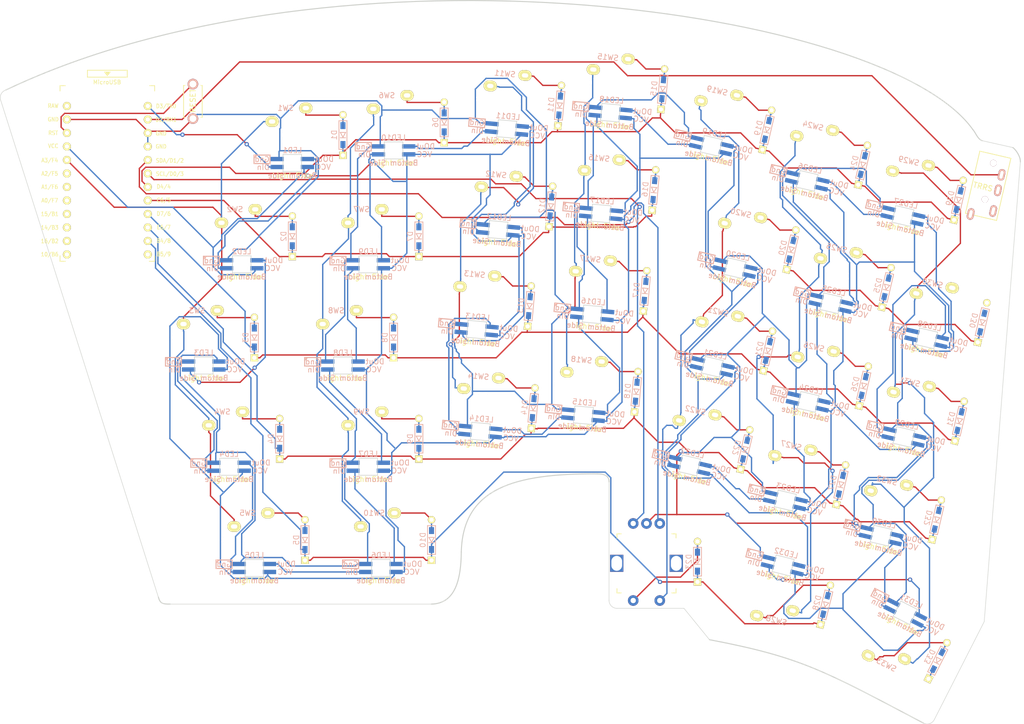
<source format=kicad_pcb>
(kicad_pcb (version 20171130) (host pcbnew "(5.1.10)-1")
  (layers (0 F.Cu signal) (31 B.Cu signal) (34 B.Paste user) (35 F.Paste user) (36 B.SilkS user) (37 F.SilkS user) (38 B.Mask user) (39 F.Mask user) (44 Edge.Cuts user))
  (net 0 "")
  (net 1 "Net-(D1-Pad2)")
  (net 2 Row0)
  (net 3 "Net-(D2-Pad2)")
  (net 4 Row1)
  (net 5 "Net-(D3-Pad2)")
  (net 6 Row2)
  (net 7 "Net-(D4-Pad2)")
  (net 8 Row3)
  (net 9 "Net-(D5-Pad2)")
  (net 10 Row4)
  (net 11 "Net-(D6-Pad2)")
  (net 12 "Net-(D7-Pad2)")
  (net 13 "Net-(D8-Pad2)")
  (net 14 "Net-(D9-Pad2)")
  (net 15 "Net-(D10-Pad2)")
  (net 16 "Net-(D11-Pad2)")
  (net 17 "Net-(D12-Pad2)")
  (net 18 "Net-(D13-Pad2)")
  (net 19 "Net-(D14-Pad2)")
  (net 20 "Net-(D15-Pad2)")
  (net 21 "Net-(D16-Pad2)")
  (net 22 "Net-(D17-Pad2)")
  (net 23 "Net-(D18-Pad2)")
  (net 24 "Net-(D19-Pad2)")
  (net 25 "Net-(D20-Pad2)")
  (net 26 "Net-(D21-Pad2)")
  (net 27 "Net-(D22-Pad2)")
  (net 28 "Net-(D23-Pad2)")
  (net 29 "Net-(D24-Pad2)")
  (net 30 "Net-(D25-Pad2)")
  (net 31 "Net-(D26-Pad2)")
  (net 32 "Net-(D27-Pad2)")
  (net 33 "Net-(D28-Pad2)")
  (net 34 "Net-(D29-Pad2)")
  (net 35 "Net-(D30-Pad2)")
  (net 36 "Net-(D31-Pad2)")
  (net 37 "Net-(D32-Pad2)")
  (net 38 "Net-(D33-Pad2)")
  (net 39 GND)
  (net 40 Data)
  (net 41 "Net-(J1-PadA)")
  (net 42 VCC)
  (net 43 "Net-(LED1-Pad1)")
  (net 44 LED)
  (net 45 "Net-(LED2-Pad1)")
  (net 46 "Net-(LED3-Pad1)")
  (net 47 "Net-(LED4-Pad1)")
  (net 48 "Net-(LED5-Pad1)")
  (net 49 "Net-(LED6-Pad1)")
  (net 50 "Net-(LED7-Pad1)")
  (net 51 "Net-(LED8-Pad1)")
  (net 52 "Net-(LED10-Pad3)")
  (net 53 "Net-(LED10-Pad1)")
  (net 54 "Net-(LED11-Pad1)")
  (net 55 "Net-(LED12-Pad1)")
  (net 56 "Net-(LED13-Pad1)")
  (net 57 "Net-(LED14-Pad1)")
  (net 58 "Net-(LED15-Pad1)")
  (net 59 "Net-(LED16-Pad1)")
  (net 60 "Net-(LED17-Pad1)")
  (net 61 "Net-(LED18-Pad1)")
  (net 62 "Net-(LED19-Pad1)")
  (net 63 "Net-(LED20-Pad1)")
  (net 64 "Net-(LED21-Pad1)")
  (net 65 "Net-(LED22-Pad1)")
  (net 66 "Net-(LED23-Pad1)")
  (net 67 "Net-(LED24-Pad1)")
  (net 68 "Net-(LED25-Pad1)")
  (net 69 "Net-(LED26-Pad1)")
  (net 70 "Net-(LED27-Pad1)")
  (net 71 "Net-(LED28-Pad1)")
  (net 72 "Net-(LED29-Pad1)")
  (net 73 "Net-(LED30-Pad1)")
  (net 74 "Net-(LED31-Pad1)")
  (net 75 "Net-(LED32-Pad1)")
  (net 76 Col0)
  (net 77 Col1)
  (net 78 Col2)
  (net 79 Col3)
  (net 80 Col4)
  (net 81 RotaryB)
  (net 82 RotaryA)
  (net 83 Col5)
  (net 84 Col6)
  (net 85 Reset)
  (net 86 "Net-(U1-Pad24)")
  (net 87 "Net-(U1-Pad12)")
  (module kbd_SW:CherryMX_1u_solder (layer F.Cu) (at 110.216 35.7797 355)
    (fp_text reference SW15 (at -1.27 -5.08 355) (layer B.SilkS) (effects (justify mirror)))
    (fp_text value SW_PUSH hide)
    (pad "" np_thru_hole circle (at 0 0 85) (size 4 4) (drill 4) (layers *.Cu *.Mask))
    (pad "" np_thru_hole circle (at -5.08 0 85) (size 1.9 1.9) (drill 1.9) (layers *.Cu *.Mask))
    (pad "" np_thru_hole circle (at 5.08 0 85) (size 1.9 1.9) (drill 1.9) (layers *.Cu *.Mask))
    (pad 2 thru_hole oval (at 2.54 -5.08 355) (size 2.5 2) (drill oval 1.2 0.8) (layers *.Cu F.SilkS B.Mask) (net 20 "Net-(D15-Pad2)"))
    (pad 1 thru_hole oval (at -3.81 -2.54 355) (size 2.5 2) (drill oval 1.2 0.8) (layers *.Cu F.SilkS B.Mask) (net 79 Col3))
  )
  (module kbd_SW:CherryMX_1.75u_solder (layer F.Cu) (at 33.3375 83.3438)
    (fp_text reference SW3 (at -1.27 -5.08 180) (layer B.SilkS) (effects (justify mirror)))
    (fp_text value SW_PUSH hide)
    (pad "" np_thru_hole circle (at 0 0 90) (size 4 4) (drill 4) (layers *.Cu *.Mask))
    (pad "" np_thru_hole circle (at -5.08 0 90) (size 1.9 1.9) (drill 1.9) (layers *.Cu *.Mask))
    (pad "" np_thru_hole circle (at 5.08 0 90) (size 1.9 1.9) (drill 1.9) (layers *.Cu *.Mask))
    (pad 2 thru_hole oval (at 2.54 -5.08) (size 2.5 2) (drill oval 1.2 0.8) (layers *.Cu F.SilkS B.Mask) (net 5 "Net-(D3-Pad2)"))
    (pad 1 thru_hole oval (at -3.81 -2.54) (size 2.5 2) (drill oval 1.2 0.8) (layers *.Cu F.SilkS B.Mask) (net 76 Col0))
  )
  (module kbd_SW:CherryMX_1u_solder (layer F.Cu) (at 141.086 131.349 166)
    (fp_text reference SW28 (at -1.27 -5.08 346) (layer B.SilkS) (effects (justify mirror)))
    (fp_text value SW_PUSH hide)
    (pad 1 thru_hole oval (at -3.81 -2.54 166) (size 2.5 2) (drill oval 1.2 0.8) (layers *.Cu F.SilkS B.Mask) (net 83 Col5))
    (pad 2 thru_hole oval (at 2.54 -5.08 166) (size 2.5 2) (drill oval 1.2 0.8) (layers *.Cu F.SilkS B.Mask) (net 33 "Net-(D28-Pad2)"))
    (pad "" np_thru_hole circle (at 5.08 0 256) (size 1.9 1.9) (drill 1.9) (layers *.Cu *.Mask))
    (pad "" np_thru_hole circle (at -5.08 0 256) (size 1.9 1.9) (drill 1.9) (layers *.Cu *.Mask))
    (pad "" np_thru_hole circle (at 0 0 256) (size 4 4) (drill 4) (layers *.Cu *.Mask))
  )
  (module kbd_Parts:ResetSW (layer B.Cu) (at 31.3 38.9 90)
    (fp_text reference SW34 hide)
    (fp_text value SW_PUSH)
    (fp_text user RESET (at 0.127 0 270) (layer F.SilkS))
    (pad 2 thru_hole circle (at -3.25 0 90) (size 2 2) (drill 1.3) (layers *.Cu *.Mask B.SilkS) (net 39 GND))
    (pad 1 thru_hole circle (at 3.25 0 90) (size 2 2) (drill 1.3) (layers *.Cu *.Mask B.SilkS) (net 85 Reset))
  )
  (module kbd_Parts:Diode_TH_SMD (layer F.Cu) (at 171.452 144.158 63)
    (fp_text reference D33 (at 0 -1.63 63) (layer B.SilkS) (effects (font (thickness 0.125)) (justify mirror)))
    (fp_text value D hide)
    (pad 2 smd rect (at 1.775 0 63) (size 1.3 0.95) (layers B.Cu B.Paste B.Mask) (net 38 "Net-(D33-Pad2)"))
    (pad 1 smd rect (at -1.775 0 63) (size 1.3 0.95) (layers B.Cu B.Paste B.Mask) (net 10 Row4))
    (pad 1 thru_hole rect (at -3.81 0 63) (size 1.397 1.397) (drill 0.8128) (layers *.Cu *.Mask F.SilkS) (net 10 Row4))
    (pad 2 thru_hole circle (at 3.81 0 63) (size 1.397 1.397) (drill 0.8128) (layers *.Cu *.Mask F.SilkS) (net 38 "Net-(D33-Pad2)"))
  )
  (module kbd_Parts:Diode_TH_SMD (layer F.Cu) (at 171.269 117.639 77)
    (fp_text reference D32 (at 0 -1.63 77) (layer B.SilkS) (effects (font (thickness 0.125)) (justify mirror)))
    (fp_text value D hide)
    (pad 2 thru_hole circle (at 3.81 0 77) (size 1.397 1.397) (drill 0.8128) (layers *.Cu *.Mask F.SilkS) (net 37 "Net-(D32-Pad2)"))
    (pad 1 thru_hole rect (at -3.81 0 77) (size 1.397 1.397) (drill 0.8128) (layers *.Cu *.Mask F.SilkS) (net 8 Row3))
    (pad 1 smd rect (at -1.775 0 77) (size 1.3 0.95) (layers B.Cu B.Paste B.Mask) (net 8 Row3))
    (pad 2 smd rect (at 1.775 0 77) (size 1.3 0.95) (layers B.Cu B.Paste B.Mask) (net 37 "Net-(D32-Pad2)"))
  )
  (module kbd_Parts:Diode_TH_SMD (layer F.Cu) (at 175.554 99.0768 77)
    (fp_text reference D31 (at 0 -1.63 77) (layer B.SilkS) (effects (font (thickness 0.125)) (justify mirror)))
    (fp_text value D hide)
    (pad 2 thru_hole circle (at 3.81 0 77) (size 1.397 1.397) (drill 0.8128) (layers *.Cu *.Mask F.SilkS) (net 36 "Net-(D31-Pad2)"))
    (pad 1 thru_hole rect (at -3.81 0 77) (size 1.397 1.397) (drill 0.8128) (layers *.Cu *.Mask F.SilkS) (net 6 Row2))
    (pad 1 smd rect (at -1.775 0 77) (size 1.3 0.95) (layers B.Cu B.Paste B.Mask) (net 6 Row2))
    (pad 2 smd rect (at 1.775 0 77) (size 1.3 0.95) (layers B.Cu B.Paste B.Mask) (net 36 "Net-(D31-Pad2)"))
  )
  (module kbd_Parts:Diode_TH_SMD (layer F.Cu) (at 179.839 80.515 77)
    (fp_text reference D30 (at 0 -1.63 77) (layer B.SilkS) (effects (font (thickness 0.125)) (justify mirror)))
    (fp_text value D hide)
    (pad 2 thru_hole circle (at 3.81 0 77) (size 1.397 1.397) (drill 0.8128) (layers *.Cu *.Mask F.SilkS) (net 35 "Net-(D30-Pad2)"))
    (pad 1 thru_hole rect (at -3.81 0 77) (size 1.397 1.397) (drill 0.8128) (layers *.Cu *.Mask F.SilkS) (net 4 Row1))
    (pad 1 smd rect (at -1.775 0 77) (size 1.3 0.95) (layers B.Cu B.Paste B.Mask) (net 4 Row1))
    (pad 2 smd rect (at 1.775 0 77) (size 1.3 0.95) (layers B.Cu B.Paste B.Mask) (net 35 "Net-(D30-Pad2)"))
  )
  (module kbd_Parts:Diode_TH_SMD (layer F.Cu) (at 175.379 57.4904 77)
    (fp_text reference D29 (at 0 -1.63 77) (layer B.SilkS) (effects (font (thickness 0.125)) (justify mirror)))
    (fp_text value D hide)
    (pad 2 thru_hole circle (at 3.81 0 77) (size 1.397 1.397) (drill 0.8128) (layers *.Cu *.Mask F.SilkS) (net 34 "Net-(D29-Pad2)"))
    (pad 1 thru_hole rect (at -3.81 0 77) (size 1.397 1.397) (drill 0.8128) (layers *.Cu *.Mask F.SilkS) (net 2 Row0))
    (pad 1 smd rect (at -1.775 0 77) (size 1.3 0.95) (layers B.Cu B.Paste B.Mask) (net 2 Row0))
    (pad 2 smd rect (at 1.775 0 77) (size 1.3 0.95) (layers B.Cu B.Paste B.Mask) (net 34 "Net-(D29-Pad2)"))
  )
  (module kbd_Parts:Diode_TH_SMD (layer F.Cu) (at 150.328 133.653 76)
    (fp_text reference D28 (at 0 -1.63 76) (layer B.SilkS) (effects (font (thickness 0.125)) (justify mirror)))
    (fp_text value D hide)
    (pad 2 smd rect (at 1.775 0 76) (size 1.3 0.95) (layers B.Cu B.Paste B.Mask) (net 33 "Net-(D28-Pad2)"))
    (pad 1 smd rect (at -1.775 0 76) (size 1.3 0.95) (layers B.Cu B.Paste B.Mask) (net 10 Row4))
    (pad 1 thru_hole rect (at -3.81 0 76) (size 1.397 1.397) (drill 0.8128) (layers *.Cu *.Mask F.SilkS) (net 10 Row4))
    (pad 2 thru_hole circle (at 3.81 0 76) (size 1.397 1.397) (drill 0.8128) (layers *.Cu *.Mask F.SilkS) (net 33 "Net-(D28-Pad2)"))
  )
  (module kbd_Parts:Diode_TH_SMD (layer F.Cu) (at 153.243 111.033 77)
    (fp_text reference D27 (at 0 -1.63 77) (layer B.SilkS) (effects (font (thickness 0.125)) (justify mirror)))
    (fp_text value D hide)
    (pad 2 thru_hole circle (at 3.81 0 77) (size 1.397 1.397) (drill 0.8128) (layers *.Cu *.Mask F.SilkS) (net 32 "Net-(D27-Pad2)"))
    (pad 1 thru_hole rect (at -3.81 0 77) (size 1.397 1.397) (drill 0.8128) (layers *.Cu *.Mask F.SilkS) (net 8 Row3))
    (pad 1 smd rect (at -1.775 0 77) (size 1.3 0.95) (layers B.Cu B.Paste B.Mask) (net 8 Row3))
    (pad 2 smd rect (at 1.775 0 77) (size 1.3 0.95) (layers B.Cu B.Paste B.Mask) (net 32 "Net-(D27-Pad2)"))
  )
  (module kbd_Parts:Diode_TH_SMD (layer F.Cu) (at 157.528 92.4712 77)
    (fp_text reference D26 (at 0 -1.63 77) (layer B.SilkS) (effects (font (thickness 0.125)) (justify mirror)))
    (fp_text value D hide)
    (pad 2 thru_hole circle (at 3.81 0 77) (size 1.397 1.397) (drill 0.8128) (layers *.Cu *.Mask F.SilkS) (net 31 "Net-(D26-Pad2)"))
    (pad 1 thru_hole rect (at -3.81 0 77) (size 1.397 1.397) (drill 0.8128) (layers *.Cu *.Mask F.SilkS) (net 6 Row2))
    (pad 1 smd rect (at -1.775 0 77) (size 1.3 0.95) (layers B.Cu B.Paste B.Mask) (net 6 Row2))
    (pad 2 smd rect (at 1.775 0 77) (size 1.3 0.95) (layers B.Cu B.Paste B.Mask) (net 31 "Net-(D26-Pad2)"))
  )
  (module kbd_Parts:Diode_TH_SMD (layer F.Cu) (at 161.813 73.9095 77)
    (fp_text reference D25 (at 0 -1.63 77) (layer B.SilkS) (effects (font (thickness 0.125)) (justify mirror)))
    (fp_text value D hide)
    (pad 2 thru_hole circle (at 3.81 0 77) (size 1.397 1.397) (drill 0.8128) (layers *.Cu *.Mask F.SilkS) (net 30 "Net-(D25-Pad2)"))
    (pad 1 thru_hole rect (at -3.81 0 77) (size 1.397 1.397) (drill 0.8128) (layers *.Cu *.Mask F.SilkS) (net 4 Row1))
    (pad 1 smd rect (at -1.775 0 77) (size 1.3 0.95) (layers B.Cu B.Paste B.Mask) (net 4 Row1))
    (pad 2 smd rect (at 1.775 0 77) (size 1.3 0.95) (layers B.Cu B.Paste B.Mask) (net 30 "Net-(D25-Pad2)"))
  )
  (module kbd_Parts:Diode_TH_SMD (layer F.Cu) (at 157.353 50.8849 77)
    (fp_text reference D24 (at 0 -1.63 77) (layer B.SilkS) (effects (font (thickness 0.125)) (justify mirror)))
    (fp_text value D hide)
    (pad 2 thru_hole circle (at 3.81 0 77) (size 1.397 1.397) (drill 0.8128) (layers *.Cu *.Mask F.SilkS) (net 29 "Net-(D24-Pad2)"))
    (pad 1 thru_hole rect (at -3.81 0 77) (size 1.397 1.397) (drill 0.8128) (layers *.Cu *.Mask F.SilkS) (net 2 Row0))
    (pad 1 smd rect (at -1.775 0 77) (size 1.3 0.95) (layers B.Cu B.Paste B.Mask) (net 2 Row0))
    (pad 2 smd rect (at 1.775 0 77) (size 1.3 0.95) (layers B.Cu B.Paste B.Mask) (net 29 "Net-(D24-Pad2)"))
  )
  (module kbd_Parts:Diode_TH_SMD (layer F.Cu) (at 126.246 125.52 90)
    (fp_text reference D23 (at 0 -1.63 90) (layer B.SilkS) (effects (font (thickness 0.125)) (justify mirror)))
    (fp_text value D hide)
    (pad 2 thru_hole circle (at 3.81 0 90) (size 1.397 1.397) (drill 0.8128) (layers *.Cu *.Mask F.SilkS) (net 28 "Net-(D23-Pad2)"))
    (pad 1 thru_hole rect (at -3.81 0 90) (size 1.397 1.397) (drill 0.8128) (layers *.Cu *.Mask F.SilkS) (net 10 Row4))
    (pad 1 smd rect (at -1.775 0 90) (size 1.3 0.95) (layers B.Cu B.Paste B.Mask) (net 10 Row4))
    (pad 2 smd rect (at 1.775 0 90) (size 1.3 0.95) (layers B.Cu B.Paste B.Mask) (net 28 "Net-(D23-Pad2)"))
  )
  (module kbd_Parts:Diode_TH_SMD (layer F.Cu) (at 135.217 104.427 77)
    (fp_text reference D22 (at 0 -1.63 77) (layer B.SilkS) (effects (font (thickness 0.125)) (justify mirror)))
    (fp_text value D hide)
    (pad 2 thru_hole circle (at 3.81 0 77) (size 1.397 1.397) (drill 0.8128) (layers *.Cu *.Mask F.SilkS) (net 27 "Net-(D22-Pad2)"))
    (pad 1 thru_hole rect (at -3.81 0 77) (size 1.397 1.397) (drill 0.8128) (layers *.Cu *.Mask F.SilkS) (net 8 Row3))
    (pad 1 smd rect (at -1.775 0 77) (size 1.3 0.95) (layers B.Cu B.Paste B.Mask) (net 8 Row3))
    (pad 2 smd rect (at 1.775 0 77) (size 1.3 0.95) (layers B.Cu B.Paste B.Mask) (net 27 "Net-(D22-Pad2)"))
  )
  (module kbd_Parts:Diode_TH_SMD (layer F.Cu) (at 139.502 85.8657 77)
    (fp_text reference D21 (at 0 -1.63 77) (layer B.SilkS) (effects (font (thickness 0.125)) (justify mirror)))
    (fp_text value D hide)
    (pad 2 thru_hole circle (at 3.81 0 77) (size 1.397 1.397) (drill 0.8128) (layers *.Cu *.Mask F.SilkS) (net 26 "Net-(D21-Pad2)"))
    (pad 1 thru_hole rect (at -3.81 0 77) (size 1.397 1.397) (drill 0.8128) (layers *.Cu *.Mask F.SilkS) (net 6 Row2))
    (pad 1 smd rect (at -1.775 0 77) (size 1.3 0.95) (layers B.Cu B.Paste B.Mask) (net 6 Row2))
    (pad 2 smd rect (at 1.775 0 77) (size 1.3 0.95) (layers B.Cu B.Paste B.Mask) (net 26 "Net-(D21-Pad2)"))
  )
  (module kbd_Parts:Diode_TH_SMD (layer F.Cu) (at 143.896 66.8314 77)
    (fp_text reference D20 (at 0 -1.63 77) (layer B.SilkS) (effects (font (thickness 0.125)) (justify mirror)))
    (fp_text value D hide)
    (pad 2 thru_hole circle (at 3.81 0 77) (size 1.397 1.397) (drill 0.8128) (layers *.Cu *.Mask F.SilkS) (net 25 "Net-(D20-Pad2)"))
    (pad 1 thru_hole rect (at -3.81 0 77) (size 1.397 1.397) (drill 0.8128) (layers *.Cu *.Mask F.SilkS) (net 4 Row1))
    (pad 1 smd rect (at -1.775 0 77) (size 1.3 0.95) (layers B.Cu B.Paste B.Mask) (net 4 Row1))
    (pad 2 smd rect (at 1.775 0 77) (size 1.3 0.95) (layers B.Cu B.Paste B.Mask) (net 25 "Net-(D20-Pad2)"))
  )
  (module kbd_Parts:Diode_TH_SMD (layer F.Cu) (at 139.327 44.2793 77)
    (fp_text reference D19 (at 0 -1.63 77) (layer B.SilkS) (effects (font (thickness 0.125)) (justify mirror)))
    (fp_text value D hide)
    (pad 2 thru_hole circle (at 3.81 0 77) (size 1.397 1.397) (drill 0.8128) (layers *.Cu *.Mask F.SilkS) (net 24 "Net-(D19-Pad2)"))
    (pad 1 thru_hole rect (at -3.81 0 77) (size 1.397 1.397) (drill 0.8128) (layers *.Cu *.Mask F.SilkS) (net 2 Row0))
    (pad 1 smd rect (at -1.775 0 77) (size 1.3 0.95) (layers B.Cu B.Paste B.Mask) (net 2 Row0))
    (pad 2 smd rect (at 1.775 0 77) (size 1.3 0.95) (layers B.Cu B.Paste B.Mask) (net 24 "Net-(D19-Pad2)"))
  )
  (module kbd_Parts:Diode_TH_SMD (layer F.Cu) (at 114.724 93.5424 85)
    (fp_text reference D18 (at 0 -1.63 85) (layer B.SilkS) (effects (font (thickness 0.125)) (justify mirror)))
    (fp_text value D hide)
    (pad 2 thru_hole circle (at 3.81 0 85) (size 1.397 1.397) (drill 0.8128) (layers *.Cu *.Mask F.SilkS) (net 23 "Net-(D18-Pad2)"))
    (pad 1 thru_hole rect (at -3.81 0 85) (size 1.397 1.397) (drill 0.8128) (layers *.Cu *.Mask F.SilkS) (net 8 Row3))
    (pad 1 smd rect (at -1.775 0 85) (size 1.3 0.95) (layers B.Cu B.Paste B.Mask) (net 8 Row3))
    (pad 2 smd rect (at 1.775 0 85) (size 1.3 0.95) (layers B.Cu B.Paste B.Mask) (net 23 "Net-(D18-Pad2)"))
  )
  (module kbd_Parts:Diode_TH_SMD (layer F.Cu) (at 116.384 74.5649 85)
    (fp_text reference D17 (at 0 -1.63 85) (layer B.SilkS) (effects (font (thickness 0.125)) (justify mirror)))
    (fp_text value D hide)
    (pad 2 thru_hole circle (at 3.81 0 85) (size 1.397 1.397) (drill 0.8128) (layers *.Cu *.Mask F.SilkS) (net 22 "Net-(D17-Pad2)"))
    (pad 1 thru_hole rect (at -3.81 0 85) (size 1.397 1.397) (drill 0.8128) (layers *.Cu *.Mask F.SilkS) (net 6 Row2))
    (pad 1 smd rect (at -1.775 0 85) (size 1.3 0.95) (layers B.Cu B.Paste B.Mask) (net 6 Row2))
    (pad 2 smd rect (at 1.775 0 85) (size 1.3 0.95) (layers B.Cu B.Paste B.Mask) (net 22 "Net-(D17-Pad2)"))
  )
  (module kbd_Parts:Diode_TH_SMD (layer F.Cu) (at 118.045 55.5873 85)
    (fp_text reference D16 (at 0 -1.63 85) (layer B.SilkS) (effects (font (thickness 0.125)) (justify mirror)))
    (fp_text value D hide)
    (pad 2 thru_hole circle (at 3.81 0 85) (size 1.397 1.397) (drill 0.8128) (layers *.Cu *.Mask F.SilkS) (net 21 "Net-(D16-Pad2)"))
    (pad 1 thru_hole rect (at -3.81 0 85) (size 1.397 1.397) (drill 0.8128) (layers *.Cu *.Mask F.SilkS) (net 4 Row1))
    (pad 1 smd rect (at -1.775 0 85) (size 1.3 0.95) (layers B.Cu B.Paste B.Mask) (net 4 Row1))
    (pad 2 smd rect (at 1.775 0 85) (size 1.3 0.95) (layers B.Cu B.Paste B.Mask) (net 21 "Net-(D16-Pad2)"))
  )
  (module kbd_Parts:Diode_TH_SMD (layer F.Cu) (at 119.705 36.6098 85)
    (fp_text reference D15 (at 0 -1.63 85) (layer B.SilkS) (effects (font (thickness 0.125)) (justify mirror)))
    (fp_text value D hide)
    (pad 2 thru_hole circle (at 3.81 0 85) (size 1.397 1.397) (drill 0.8128) (layers *.Cu *.Mask F.SilkS) (net 20 "Net-(D15-Pad2)"))
    (pad 1 thru_hole rect (at -3.81 0 85) (size 1.397 1.397) (drill 0.8128) (layers *.Cu *.Mask F.SilkS) (net 2 Row0))
    (pad 1 smd rect (at -1.775 0 85) (size 1.3 0.95) (layers B.Cu B.Paste B.Mask) (net 2 Row0))
    (pad 2 smd rect (at 1.775 0 85) (size 1.3 0.95) (layers B.Cu B.Paste B.Mask) (net 20 "Net-(D15-Pad2)"))
  )
  (module kbd_Parts:Diode_TH_SMD (layer F.Cu) (at 95.3315 96.6264 85)
    (fp_text reference D14 (at 0 -1.63 85) (layer B.SilkS) (effects (font (thickness 0.125)) (justify mirror)))
    (fp_text value D hide)
    (pad 2 thru_hole circle (at 3.81 0 85) (size 1.397 1.397) (drill 0.8128) (layers *.Cu *.Mask F.SilkS) (net 19 "Net-(D14-Pad2)"))
    (pad 1 thru_hole rect (at -3.81 0 85) (size 1.397 1.397) (drill 0.8128) (layers *.Cu *.Mask F.SilkS) (net 8 Row3))
    (pad 1 smd rect (at -1.775 0 85) (size 1.3 0.95) (layers B.Cu B.Paste B.Mask) (net 8 Row3))
    (pad 2 smd rect (at 1.775 0 85) (size 1.3 0.95) (layers B.Cu B.Paste B.Mask) (net 19 "Net-(D14-Pad2)"))
  )
  (module kbd_Parts:Diode_TH_SMD (layer F.Cu) (at 94.6197 77.4414 85)
    (fp_text reference D13 (at 0 -1.63 85) (layer B.SilkS) (effects (font (thickness 0.125)) (justify mirror)))
    (fp_text value D hide)
    (pad 2 thru_hole circle (at 3.81 0 85) (size 1.397 1.397) (drill 0.8128) (layers *.Cu *.Mask F.SilkS) (net 18 "Net-(D13-Pad2)"))
    (pad 1 thru_hole rect (at -3.81 0 85) (size 1.397 1.397) (drill 0.8128) (layers *.Cu *.Mask F.SilkS) (net 6 Row2))
    (pad 1 smd rect (at -1.775 0 85) (size 1.3 0.95) (layers B.Cu B.Paste B.Mask) (net 6 Row2))
    (pad 2 smd rect (at 1.775 0 85) (size 1.3 0.95) (layers B.Cu B.Paste B.Mask) (net 18 "Net-(D13-Pad2)"))
  )
  (module kbd_Parts:Diode_TH_SMD (layer F.Cu) (at 98.6522 58.6714 85)
    (fp_text reference D12 (at 0 -1.63 85) (layer B.SilkS) (effects (font (thickness 0.125)) (justify mirror)))
    (fp_text value D hide)
    (pad 2 thru_hole circle (at 3.81 0 85) (size 1.397 1.397) (drill 0.8128) (layers *.Cu *.Mask F.SilkS) (net 17 "Net-(D12-Pad2)"))
    (pad 1 thru_hole rect (at -3.81 0 85) (size 1.397 1.397) (drill 0.8128) (layers *.Cu *.Mask F.SilkS) (net 4 Row1))
    (pad 1 smd rect (at -1.775 0 85) (size 1.3 0.95) (layers B.Cu B.Paste B.Mask) (net 4 Row1))
    (pad 2 smd rect (at 1.775 0 85) (size 1.3 0.95) (layers B.Cu B.Paste B.Mask) (net 17 "Net-(D12-Pad2)"))
  )
  (module kbd_Parts:Diode_TH_SMD (layer F.Cu) (at 100.312 39.6939 85)
    (fp_text reference D11 (at 0 -1.63 85) (layer B.SilkS) (effects (font (thickness 0.125)) (justify mirror)))
    (fp_text value D hide)
    (pad 2 thru_hole circle (at 3.81 0 85) (size 1.397 1.397) (drill 0.8128) (layers *.Cu *.Mask F.SilkS) (net 16 "Net-(D11-Pad2)"))
    (pad 1 thru_hole rect (at -3.81 0 85) (size 1.397 1.397) (drill 0.8128) (layers *.Cu *.Mask F.SilkS) (net 2 Row0))
    (pad 1 smd rect (at -1.775 0 85) (size 1.3 0.95) (layers B.Cu B.Paste B.Mask) (net 2 Row0))
    (pad 2 smd rect (at 1.775 0 85) (size 1.3 0.95) (layers B.Cu B.Paste B.Mask) (net 16 "Net-(D11-Pad2)"))
  )
  (module kbd_Parts:Diode_TH_SMD (layer F.Cu) (at 76.2 121.444 90)
    (fp_text reference D10 (at 0 -1.63 90) (layer B.SilkS) (effects (font (thickness 0.125)) (justify mirror)))
    (fp_text value D hide)
    (pad 2 thru_hole circle (at 3.81 0 90) (size 1.397 1.397) (drill 0.8128) (layers *.Cu *.Mask F.SilkS) (net 15 "Net-(D10-Pad2)"))
    (pad 1 thru_hole rect (at -3.81 0 90) (size 1.397 1.397) (drill 0.8128) (layers *.Cu *.Mask F.SilkS) (net 10 Row4))
    (pad 1 smd rect (at -1.775 0 90) (size 1.3 0.95) (layers B.Cu B.Paste B.Mask) (net 10 Row4))
    (pad 2 smd rect (at 1.775 0 90) (size 1.3 0.95) (layers B.Cu B.Paste B.Mask) (net 15 "Net-(D10-Pad2)"))
  )
  (module kbd_Parts:Diode_TH_SMD (layer F.Cu) (at 73.8188 102.394 90)
    (fp_text reference D9 (at 0 -1.63 90) (layer B.SilkS) (effects (font (thickness 0.125)) (justify mirror)))
    (fp_text value D hide)
    (pad 2 thru_hole circle (at 3.81 0 90) (size 1.397 1.397) (drill 0.8128) (layers *.Cu *.Mask F.SilkS) (net 14 "Net-(D9-Pad2)"))
    (pad 1 thru_hole rect (at -3.81 0 90) (size 1.397 1.397) (drill 0.8128) (layers *.Cu *.Mask F.SilkS) (net 8 Row3))
    (pad 1 smd rect (at -1.775 0 90) (size 1.3 0.95) (layers B.Cu B.Paste B.Mask) (net 8 Row3))
    (pad 2 smd rect (at 1.775 0 90) (size 1.3 0.95) (layers B.Cu B.Paste B.Mask) (net 14 "Net-(D9-Pad2)"))
  )
  (module kbd_Parts:Diode_TH_SMD (layer F.Cu) (at 69.0562 83.3438 90)
    (fp_text reference D8 (at 0 -1.63 90) (layer B.SilkS) (effects (font (thickness 0.125)) (justify mirror)))
    (fp_text value D hide)
    (pad 2 thru_hole circle (at 3.81 0 90) (size 1.397 1.397) (drill 0.8128) (layers *.Cu *.Mask F.SilkS) (net 13 "Net-(D8-Pad2)"))
    (pad 1 thru_hole rect (at -3.81 0 90) (size 1.397 1.397) (drill 0.8128) (layers *.Cu *.Mask F.SilkS) (net 6 Row2))
    (pad 1 smd rect (at -1.775 0 90) (size 1.3 0.95) (layers B.Cu B.Paste B.Mask) (net 6 Row2))
    (pad 2 smd rect (at 1.775 0 90) (size 1.3 0.95) (layers B.Cu B.Paste B.Mask) (net 13 "Net-(D8-Pad2)"))
  )
  (module kbd_Parts:Diode_TH_SMD (layer F.Cu) (at 73.8188 64.2938 90)
    (fp_text reference D7 (at 0 -1.63 90) (layer B.SilkS) (effects (font (thickness 0.125)) (justify mirror)))
    (fp_text value D hide)
    (pad 2 thru_hole circle (at 3.81 0 90) (size 1.397 1.397) (drill 0.8128) (layers *.Cu *.Mask F.SilkS) (net 12 "Net-(D7-Pad2)"))
    (pad 1 thru_hole rect (at -3.81 0 90) (size 1.397 1.397) (drill 0.8128) (layers *.Cu *.Mask F.SilkS) (net 4 Row1))
    (pad 1 smd rect (at -1.775 0 90) (size 1.3 0.95) (layers B.Cu B.Paste B.Mask) (net 4 Row1))
    (pad 2 smd rect (at 1.775 0 90) (size 1.3 0.95) (layers B.Cu B.Paste B.Mask) (net 12 "Net-(D7-Pad2)"))
  )
  (module kbd_Parts:Diode_TH_SMD (layer F.Cu) (at 78.5812 42.8625 90)
    (fp_text reference D6 (at 0 -1.63 90) (layer B.SilkS) (effects (font (thickness 0.125)) (justify mirror)))
    (fp_text value D hide)
    (pad 2 thru_hole circle (at 3.81 0 90) (size 1.397 1.397) (drill 0.8128) (layers *.Cu *.Mask F.SilkS) (net 11 "Net-(D6-Pad2)"))
    (pad 1 thru_hole rect (at -3.81 0 90) (size 1.397 1.397) (drill 0.8128) (layers *.Cu *.Mask F.SilkS) (net 2 Row0))
    (pad 1 smd rect (at -1.775 0 90) (size 1.3 0.95) (layers B.Cu B.Paste B.Mask) (net 2 Row0))
    (pad 2 smd rect (at 1.775 0 90) (size 1.3 0.95) (layers B.Cu B.Paste B.Mask) (net 11 "Net-(D6-Pad2)"))
  )
  (module kbd_Parts:Diode_TH_SMD (layer F.Cu) (at 52.3875 121.444 90)
    (fp_text reference D5 (at 0 -1.63 90) (layer B.SilkS) (effects (font (thickness 0.125)) (justify mirror)))
    (fp_text value D hide)
    (pad 2 thru_hole circle (at 3.81 0 90) (size 1.397 1.397) (drill 0.8128) (layers *.Cu *.Mask F.SilkS) (net 9 "Net-(D5-Pad2)"))
    (pad 1 thru_hole rect (at -3.81 0 90) (size 1.397 1.397) (drill 0.8128) (layers *.Cu *.Mask F.SilkS) (net 10 Row4))
    (pad 1 smd rect (at -1.775 0 90) (size 1.3 0.95) (layers B.Cu B.Paste B.Mask) (net 10 Row4))
    (pad 2 smd rect (at 1.775 0 90) (size 1.3 0.95) (layers B.Cu B.Paste B.Mask) (net 9 "Net-(D5-Pad2)"))
  )
  (module kbd_Parts:Diode_TH_SMD (layer F.Cu) (at 47.625 102.394 90)
    (fp_text reference D4 (at 0 -1.63 90) (layer B.SilkS) (effects (font (thickness 0.125)) (justify mirror)))
    (fp_text value D hide)
    (pad 2 thru_hole circle (at 3.81 0 90) (size 1.397 1.397) (drill 0.8128) (layers *.Cu *.Mask F.SilkS) (net 7 "Net-(D4-Pad2)"))
    (pad 1 thru_hole rect (at -3.81 0 90) (size 1.397 1.397) (drill 0.8128) (layers *.Cu *.Mask F.SilkS) (net 8 Row3))
    (pad 1 smd rect (at -1.775 0 90) (size 1.3 0.95) (layers B.Cu B.Paste B.Mask) (net 8 Row3))
    (pad 2 smd rect (at 1.775 0 90) (size 1.3 0.95) (layers B.Cu B.Paste B.Mask) (net 7 "Net-(D4-Pad2)"))
  )
  (module kbd_Parts:Diode_TH_SMD (layer F.Cu) (at 42.8625 83.3438 90)
    (fp_text reference D3 (at 0 -1.63 90) (layer B.SilkS) (effects (font (thickness 0.125)) (justify mirror)))
    (fp_text value D hide)
    (pad 2 thru_hole circle (at 3.81 0 90) (size 1.397 1.397) (drill 0.8128) (layers *.Cu *.Mask F.SilkS) (net 5 "Net-(D3-Pad2)"))
    (pad 1 thru_hole rect (at -3.81 0 90) (size 1.397 1.397) (drill 0.8128) (layers *.Cu *.Mask F.SilkS) (net 6 Row2))
    (pad 1 smd rect (at -1.775 0 90) (size 1.3 0.95) (layers B.Cu B.Paste B.Mask) (net 6 Row2))
    (pad 2 smd rect (at 1.775 0 90) (size 1.3 0.95) (layers B.Cu B.Paste B.Mask) (net 5 "Net-(D3-Pad2)"))
  )
  (module kbd_Parts:Diode_TH_SMD (layer F.Cu) (at 50.0062 64.2938 90)
    (fp_text reference D2 (at 0 -1.63 90) (layer B.SilkS) (effects (font (thickness 0.125)) (justify mirror)))
    (fp_text value D hide)
    (pad 2 thru_hole circle (at 3.81 0 90) (size 1.397 1.397) (drill 0.8128) (layers *.Cu *.Mask F.SilkS) (net 3 "Net-(D2-Pad2)"))
    (pad 1 thru_hole rect (at -3.81 0 90) (size 1.397 1.397) (drill 0.8128) (layers *.Cu *.Mask F.SilkS) (net 4 Row1))
    (pad 1 smd rect (at -1.775 0 90) (size 1.3 0.95) (layers B.Cu B.Paste B.Mask) (net 4 Row1))
    (pad 2 smd rect (at 1.775 0 90) (size 1.3 0.95) (layers B.Cu B.Paste B.Mask) (net 3 "Net-(D2-Pad2)"))
  )
  (module kbd_Parts:Diode_TH_SMD (layer F.Cu) (at 59.5312 45.2438 90)
    (fp_text reference D1 (at 0 -1.63 90) (layer B.SilkS) (effects (font (thickness 0.125)) (justify mirror)))
    (fp_text value D hide)
    (pad 2 thru_hole circle (at 3.81 0 90) (size 1.397 1.397) (drill 0.8128) (layers *.Cu *.Mask F.SilkS) (net 1 "Net-(D1-Pad2)"))
    (pad 1 thru_hole rect (at -3.81 0 90) (size 1.397 1.397) (drill 0.8128) (layers *.Cu *.Mask F.SilkS) (net 2 Row0))
    (pad 1 smd rect (at -1.775 0 90) (size 1.3 0.95) (layers B.Cu B.Paste B.Mask) (net 2 Row0))
    (pad 2 smd rect (at 1.775 0 90) (size 1.3 0.95) (layers B.Cu B.Paste B.Mask) (net 1 "Net-(D1-Pad2)"))
  )
  (module kbd_Parts:LED_SK6812MINI-E_BL (layer F.Cu) (at 142.359 126.243 346)
    (fp_text reference LED32 (at 0 -2.4 166) (layer B.SilkS) (effects (justify mirror)))
    (fp_text value LED_SK6812MINI-E)
    (fp_line (start 1.75 1.6) (end -1.75 1.6) (layer Edge.Cuts) (width 0.12))
    (fp_line (start 1.75 -1.6) (end 1.75 1.6) (layer Edge.Cuts) (width 0.12))
    (fp_line (start -1.75 -1.6) (end 1.75 -1.6) (layer Edge.Cuts) (width 0.12))
    (fp_line (start -1.75 1.6) (end -1.75 -1.6) (layer Edge.Cuts) (width 0.12))
    (fp_text user "Bottom Side" (at 0 2.35 166) (layer B.SilkS) (effects (justify mirror)))
    (fp_text user "Light Side" (at 0 2.35 166) (layer F.SilkS))
    (fp_text user VCC (at 5.82 0.75 166) (layer B.SilkS) (effects (justify mirror)))
    (fp_text user DOut (at 6.03 -0.75 166) (layer B.SilkS) (effects (justify mirror)))
    (fp_text user DIn (at -5.49 0.79 166) (layer B.SilkS) (effects (justify mirror)))
    (fp_text user Gnd (at -5.69 -0.7 166) (layer B.SilkS) (effects (justify mirror)))
    (pad 3 smd rect (at -2.5 0.75 346) (size 2.5 0.82) (drill (offset -0.35 0)) (layers B.Cu B.Paste B.Mask) (net 74 "Net-(LED31-Pad1)"))
    (pad 2 smd rect (at -2.5 -0.75 346) (size 2.5 0.82) (drill (offset -0.35 0)) (layers B.Cu B.Paste B.Mask) (net 39 GND))
    (pad 1 smd rect (at 2.5 -0.75 346) (size 2.5 0.82) (drill (offset 0.35 0)) (layers B.Cu B.Paste B.Mask) (net 75 "Net-(LED32-Pad1)"))
    (pad 4 smd rect (at 2.5 0.75 346) (size 2.5 0.82) (drill (offset 0.35 0)) (layers B.Cu B.Paste B.Mask) (net 42 VCC))
  )
  (module kbd_Parts:LED_SK6812MINI-E_BL (layer F.Cu) (at 165.354 135.145 333)
    (fp_text reference LED31 (at 0 -2.4 153) (layer B.SilkS) (effects (justify mirror)))
    (fp_text value LED_SK6812MINI-E)
    (fp_line (start 1.75 1.6) (end -1.75 1.6) (layer Edge.Cuts) (width 0.12))
    (fp_line (start 1.75 -1.6) (end 1.75 1.6) (layer Edge.Cuts) (width 0.12))
    (fp_line (start -1.75 -1.6) (end 1.75 -1.6) (layer Edge.Cuts) (width 0.12))
    (fp_line (start -1.75 1.6) (end -1.75 -1.6) (layer Edge.Cuts) (width 0.12))
    (fp_text user "Bottom Side" (at 0 2.35 153) (layer B.SilkS) (effects (justify mirror)))
    (fp_text user "Light Side" (at 0 2.35 153) (layer F.SilkS))
    (fp_text user VCC (at 5.82 0.75 153) (layer B.SilkS) (effects (justify mirror)))
    (fp_text user DOut (at 6.03 -0.75 153) (layer B.SilkS) (effects (justify mirror)))
    (fp_text user DIn (at -5.49 0.79 153) (layer B.SilkS) (effects (justify mirror)))
    (fp_text user Gnd (at -5.69 -0.7 153) (layer B.SilkS) (effects (justify mirror)))
    (pad 3 smd rect (at -2.5 0.75 333) (size 2.5 0.82) (drill (offset -0.35 0)) (layers B.Cu B.Paste B.Mask) (net 73 "Net-(LED30-Pad1)"))
    (pad 2 smd rect (at -2.5 -0.75 333) (size 2.5 0.82) (drill (offset -0.35 0)) (layers B.Cu B.Paste B.Mask) (net 39 GND))
    (pad 1 smd rect (at 2.5 -0.75 333) (size 2.5 0.82) (drill (offset 0.35 0)) (layers B.Cu B.Paste B.Mask) (net 74 "Net-(LED31-Pad1)"))
    (pad 4 smd rect (at 2.5 0.75 333) (size 2.5 0.82) (drill (offset 0.35 0)) (layers B.Cu B.Paste B.Mask) (net 42 VCC))
  )
  (module kbd_Parts:LED_SK6812MINI-E_BL (layer F.Cu) (at 160.804 120.623 347)
    (fp_text reference LED30 (at 0 -2.4 167) (layer B.SilkS) (effects (justify mirror)))
    (fp_text value LED_SK6812MINI-E)
    (fp_line (start -1.75 1.6) (end -1.75 -1.6) (layer Edge.Cuts) (width 0.12))
    (fp_line (start -1.75 -1.6) (end 1.75 -1.6) (layer Edge.Cuts) (width 0.12))
    (fp_line (start 1.75 -1.6) (end 1.75 1.6) (layer Edge.Cuts) (width 0.12))
    (fp_line (start 1.75 1.6) (end -1.75 1.6) (layer Edge.Cuts) (width 0.12))
    (fp_text user Gnd (at -5.69 -0.7 167) (layer B.SilkS) (effects (justify mirror)))
    (fp_text user DIn (at -5.49 0.79 167) (layer B.SilkS) (effects (justify mirror)))
    (fp_text user DOut (at 6.03 -0.75 167) (layer B.SilkS) (effects (justify mirror)))
    (fp_text user VCC (at 5.82 0.75 167) (layer B.SilkS) (effects (justify mirror)))
    (fp_text user "Light Side" (at 0 2.35 167) (layer F.SilkS))
    (fp_text user "Bottom Side" (at 0 2.35 167) (layer B.SilkS) (effects (justify mirror)))
    (pad 4 smd rect (at 2.5 0.75 347) (size 2.5 0.82) (drill (offset 0.35 0)) (layers B.Cu B.Paste B.Mask) (net 42 VCC))
    (pad 1 smd rect (at 2.5 -0.75 347) (size 2.5 0.82) (drill (offset 0.35 0)) (layers B.Cu B.Paste B.Mask) (net 73 "Net-(LED30-Pad1)"))
    (pad 2 smd rect (at -2.5 -0.75 347) (size 2.5 0.82) (drill (offset -0.35 0)) (layers B.Cu B.Paste B.Mask) (net 39 GND))
    (pad 3 smd rect (at -2.5 0.75 347) (size 2.5 0.82) (drill (offset -0.35 0)) (layers B.Cu B.Paste B.Mask) (net 72 "Net-(LED29-Pad1)"))
  )
  (module kbd_Parts:LED_SK6812MINI-E_BL (layer F.Cu) (at 165.089 102.062 347)
    (fp_text reference LED29 (at 0 -2.4 167) (layer B.SilkS) (effects (justify mirror)))
    (fp_text value LED_SK6812MINI-E)
    (fp_line (start -1.75 1.6) (end -1.75 -1.6) (layer Edge.Cuts) (width 0.12))
    (fp_line (start -1.75 -1.6) (end 1.75 -1.6) (layer Edge.Cuts) (width 0.12))
    (fp_line (start 1.75 -1.6) (end 1.75 1.6) (layer Edge.Cuts) (width 0.12))
    (fp_line (start 1.75 1.6) (end -1.75 1.6) (layer Edge.Cuts) (width 0.12))
    (fp_text user Gnd (at -5.69 -0.7 167) (layer B.SilkS) (effects (justify mirror)))
    (fp_text user DIn (at -5.49 0.79 167) (layer B.SilkS) (effects (justify mirror)))
    (fp_text user DOut (at 6.03 -0.75 167) (layer B.SilkS) (effects (justify mirror)))
    (fp_text user VCC (at 5.82 0.75 167) (layer B.SilkS) (effects (justify mirror)))
    (fp_text user "Light Side" (at 0 2.35 167) (layer F.SilkS))
    (fp_text user "Bottom Side" (at 0 2.35 167) (layer B.SilkS) (effects (justify mirror)))
    (pad 4 smd rect (at 2.5 0.75 347) (size 2.5 0.82) (drill (offset 0.35 0)) (layers B.Cu B.Paste B.Mask) (net 42 VCC))
    (pad 1 smd rect (at 2.5 -0.75 347) (size 2.5 0.82) (drill (offset 0.35 0)) (layers B.Cu B.Paste B.Mask) (net 72 "Net-(LED29-Pad1)"))
    (pad 2 smd rect (at -2.5 -0.75 347) (size 2.5 0.82) (drill (offset -0.35 0)) (layers B.Cu B.Paste B.Mask) (net 39 GND))
    (pad 3 smd rect (at -2.5 0.75 347) (size 2.5 0.82) (drill (offset -0.35 0)) (layers B.Cu B.Paste B.Mask) (net 71 "Net-(LED28-Pad1)"))
  )
  (module kbd_Parts:LED_SK6812MINI-E_BL (layer F.Cu) (at 169.375 83.5 347)
    (fp_text reference LED28 (at 0 -2.4 167) (layer B.SilkS) (effects (justify mirror)))
    (fp_text value LED_SK6812MINI-E)
    (fp_line (start -1.75 1.6) (end -1.75 -1.6) (layer Edge.Cuts) (width 0.12))
    (fp_line (start -1.75 -1.6) (end 1.75 -1.6) (layer Edge.Cuts) (width 0.12))
    (fp_line (start 1.75 -1.6) (end 1.75 1.6) (layer Edge.Cuts) (width 0.12))
    (fp_line (start 1.75 1.6) (end -1.75 1.6) (layer Edge.Cuts) (width 0.12))
    (fp_text user Gnd (at -5.69 -0.7 167) (layer B.SilkS) (effects (justify mirror)))
    (fp_text user DIn (at -5.49 0.79 167) (layer B.SilkS) (effects (justify mirror)))
    (fp_text user DOut (at 6.03 -0.75 167) (layer B.SilkS) (effects (justify mirror)))
    (fp_text user VCC (at 5.82 0.75 167) (layer B.SilkS) (effects (justify mirror)))
    (fp_text user "Light Side" (at 0 2.35 167) (layer F.SilkS))
    (fp_text user "Bottom Side" (at 0 2.35 167) (layer B.SilkS) (effects (justify mirror)))
    (pad 4 smd rect (at 2.5 0.75 347) (size 2.5 0.82) (drill (offset 0.35 0)) (layers B.Cu B.Paste B.Mask) (net 42 VCC))
    (pad 1 smd rect (at 2.5 -0.75 347) (size 2.5 0.82) (drill (offset 0.35 0)) (layers B.Cu B.Paste B.Mask) (net 71 "Net-(LED28-Pad1)"))
    (pad 2 smd rect (at -2.5 -0.75 347) (size 2.5 0.82) (drill (offset -0.35 0)) (layers B.Cu B.Paste B.Mask) (net 39 GND))
    (pad 3 smd rect (at -2.5 0.75 347) (size 2.5 0.82) (drill (offset -0.35 0)) (layers B.Cu B.Paste B.Mask) (net 70 "Net-(LED27-Pad1)"))
  )
  (module kbd_Parts:LED_SK6812MINI-E_BL (layer F.Cu) (at 164.915 60.4754 347)
    (fp_text reference LED27 (at 0 -2.4 167) (layer B.SilkS) (effects (justify mirror)))
    (fp_text value LED_SK6812MINI-E)
    (fp_line (start -1.75 1.6) (end -1.75 -1.6) (layer Edge.Cuts) (width 0.12))
    (fp_line (start -1.75 -1.6) (end 1.75 -1.6) (layer Edge.Cuts) (width 0.12))
    (fp_line (start 1.75 -1.6) (end 1.75 1.6) (layer Edge.Cuts) (width 0.12))
    (fp_line (start 1.75 1.6) (end -1.75 1.6) (layer Edge.Cuts) (width 0.12))
    (fp_text user Gnd (at -5.69 -0.7 167) (layer B.SilkS) (effects (justify mirror)))
    (fp_text user DIn (at -5.49 0.79 167) (layer B.SilkS) (effects (justify mirror)))
    (fp_text user DOut (at 6.03 -0.75 167) (layer B.SilkS) (effects (justify mirror)))
    (fp_text user VCC (at 5.82 0.75 167) (layer B.SilkS) (effects (justify mirror)))
    (fp_text user "Light Side" (at 0 2.35 167) (layer F.SilkS))
    (fp_text user "Bottom Side" (at 0 2.35 167) (layer B.SilkS) (effects (justify mirror)))
    (pad 4 smd rect (at 2.5 0.75 347) (size 2.5 0.82) (drill (offset 0.35 0)) (layers B.Cu B.Paste B.Mask) (net 42 VCC))
    (pad 1 smd rect (at 2.5 -0.75 347) (size 2.5 0.82) (drill (offset 0.35 0)) (layers B.Cu B.Paste B.Mask) (net 70 "Net-(LED27-Pad1)"))
    (pad 2 smd rect (at -2.5 -0.75 347) (size 2.5 0.82) (drill (offset -0.35 0)) (layers B.Cu B.Paste B.Mask) (net 39 GND))
    (pad 3 smd rect (at -2.5 0.75 347) (size 2.5 0.82) (drill (offset -0.35 0)) (layers B.Cu B.Paste B.Mask) (net 69 "Net-(LED26-Pad1)"))
  )
  (module kbd_Parts:LED_SK6812MINI-E_BL (layer F.Cu) (at 146.889 53.8698 347)
    (fp_text reference LED26 (at 0 -2.4 167) (layer B.SilkS) (effects (justify mirror)))
    (fp_text value LED_SK6812MINI-E)
    (fp_line (start -1.75 1.6) (end -1.75 -1.6) (layer Edge.Cuts) (width 0.12))
    (fp_line (start -1.75 -1.6) (end 1.75 -1.6) (layer Edge.Cuts) (width 0.12))
    (fp_line (start 1.75 -1.6) (end 1.75 1.6) (layer Edge.Cuts) (width 0.12))
    (fp_line (start 1.75 1.6) (end -1.75 1.6) (layer Edge.Cuts) (width 0.12))
    (fp_text user Gnd (at -5.69 -0.7 167) (layer B.SilkS) (effects (justify mirror)))
    (fp_text user DIn (at -5.49 0.79 167) (layer B.SilkS) (effects (justify mirror)))
    (fp_text user DOut (at 6.03 -0.75 167) (layer B.SilkS) (effects (justify mirror)))
    (fp_text user VCC (at 5.82 0.75 167) (layer B.SilkS) (effects (justify mirror)))
    (fp_text user "Light Side" (at 0 2.35 167) (layer F.SilkS))
    (fp_text user "Bottom Side" (at 0 2.35 167) (layer B.SilkS) (effects (justify mirror)))
    (pad 4 smd rect (at 2.5 0.75 347) (size 2.5 0.82) (drill (offset 0.35 0)) (layers B.Cu B.Paste B.Mask) (net 42 VCC))
    (pad 1 smd rect (at 2.5 -0.75 347) (size 2.5 0.82) (drill (offset 0.35 0)) (layers B.Cu B.Paste B.Mask) (net 69 "Net-(LED26-Pad1)"))
    (pad 2 smd rect (at -2.5 -0.75 347) (size 2.5 0.82) (drill (offset -0.35 0)) (layers B.Cu B.Paste B.Mask) (net 39 GND))
    (pad 3 smd rect (at -2.5 0.75 347) (size 2.5 0.82) (drill (offset -0.35 0)) (layers B.Cu B.Paste B.Mask) (net 68 "Net-(LED25-Pad1)"))
  )
  (module kbd_Parts:LED_SK6812MINI-E_BL (layer F.Cu) (at 151.349 76.8945 347)
    (fp_text reference LED25 (at 0 -2.4 167) (layer B.SilkS) (effects (justify mirror)))
    (fp_text value LED_SK6812MINI-E)
    (fp_line (start -1.75 1.6) (end -1.75 -1.6) (layer Edge.Cuts) (width 0.12))
    (fp_line (start -1.75 -1.6) (end 1.75 -1.6) (layer Edge.Cuts) (width 0.12))
    (fp_line (start 1.75 -1.6) (end 1.75 1.6) (layer Edge.Cuts) (width 0.12))
    (fp_line (start 1.75 1.6) (end -1.75 1.6) (layer Edge.Cuts) (width 0.12))
    (fp_text user Gnd (at -5.69 -0.7 167) (layer B.SilkS) (effects (justify mirror)))
    (fp_text user DIn (at -5.49 0.79 167) (layer B.SilkS) (effects (justify mirror)))
    (fp_text user DOut (at 6.03 -0.75 167) (layer B.SilkS) (effects (justify mirror)))
    (fp_text user VCC (at 5.82 0.75 167) (layer B.SilkS) (effects (justify mirror)))
    (fp_text user "Light Side" (at 0 2.35 167) (layer F.SilkS))
    (fp_text user "Bottom Side" (at 0 2.35 167) (layer B.SilkS) (effects (justify mirror)))
    (pad 4 smd rect (at 2.5 0.75 347) (size 2.5 0.82) (drill (offset 0.35 0)) (layers B.Cu B.Paste B.Mask) (net 42 VCC))
    (pad 1 smd rect (at 2.5 -0.75 347) (size 2.5 0.82) (drill (offset 0.35 0)) (layers B.Cu B.Paste B.Mask) (net 68 "Net-(LED25-Pad1)"))
    (pad 2 smd rect (at -2.5 -0.75 347) (size 2.5 0.82) (drill (offset -0.35 0)) (layers B.Cu B.Paste B.Mask) (net 39 GND))
    (pad 3 smd rect (at -2.5 0.75 347) (size 2.5 0.82) (drill (offset -0.35 0)) (layers B.Cu B.Paste B.Mask) (net 67 "Net-(LED24-Pad1)"))
  )
  (module kbd_Parts:LED_SK6812MINI-E_BL (layer F.Cu) (at 147.063 95.4562 347)
    (fp_text reference LED24 (at 0 -2.4 167) (layer B.SilkS) (effects (justify mirror)))
    (fp_text value LED_SK6812MINI-E)
    (fp_line (start -1.75 1.6) (end -1.75 -1.6) (layer Edge.Cuts) (width 0.12))
    (fp_line (start -1.75 -1.6) (end 1.75 -1.6) (layer Edge.Cuts) (width 0.12))
    (fp_line (start 1.75 -1.6) (end 1.75 1.6) (layer Edge.Cuts) (width 0.12))
    (fp_line (start 1.75 1.6) (end -1.75 1.6) (layer Edge.Cuts) (width 0.12))
    (fp_text user Gnd (at -5.69 -0.7 167) (layer B.SilkS) (effects (justify mirror)))
    (fp_text user DIn (at -5.49 0.79 167) (layer B.SilkS) (effects (justify mirror)))
    (fp_text user DOut (at 6.03 -0.75 167) (layer B.SilkS) (effects (justify mirror)))
    (fp_text user VCC (at 5.82 0.75 167) (layer B.SilkS) (effects (justify mirror)))
    (fp_text user "Light Side" (at 0 2.35 167) (layer F.SilkS))
    (fp_text user "Bottom Side" (at 0 2.35 167) (layer B.SilkS) (effects (justify mirror)))
    (pad 4 smd rect (at 2.5 0.75 347) (size 2.5 0.82) (drill (offset 0.35 0)) (layers B.Cu B.Paste B.Mask) (net 42 VCC))
    (pad 1 smd rect (at 2.5 -0.75 347) (size 2.5 0.82) (drill (offset 0.35 0)) (layers B.Cu B.Paste B.Mask) (net 67 "Net-(LED24-Pad1)"))
    (pad 2 smd rect (at -2.5 -0.75 347) (size 2.5 0.82) (drill (offset -0.35 0)) (layers B.Cu B.Paste B.Mask) (net 39 GND))
    (pad 3 smd rect (at -2.5 0.75 347) (size 2.5 0.82) (drill (offset -0.35 0)) (layers B.Cu B.Paste B.Mask) (net 66 "Net-(LED23-Pad1)"))
  )
  (module kbd_Parts:LED_SK6812MINI-E_BL (layer F.Cu) (at 142.778 114.018 347)
    (fp_text reference LED23 (at 0 -2.4 167) (layer B.SilkS) (effects (justify mirror)))
    (fp_text value LED_SK6812MINI-E)
    (fp_line (start -1.75 1.6) (end -1.75 -1.6) (layer Edge.Cuts) (width 0.12))
    (fp_line (start -1.75 -1.6) (end 1.75 -1.6) (layer Edge.Cuts) (width 0.12))
    (fp_line (start 1.75 -1.6) (end 1.75 1.6) (layer Edge.Cuts) (width 0.12))
    (fp_line (start 1.75 1.6) (end -1.75 1.6) (layer Edge.Cuts) (width 0.12))
    (fp_text user Gnd (at -5.69 -0.7 167) (layer B.SilkS) (effects (justify mirror)))
    (fp_text user DIn (at -5.49 0.79 167) (layer B.SilkS) (effects (justify mirror)))
    (fp_text user DOut (at 6.03 -0.75 167) (layer B.SilkS) (effects (justify mirror)))
    (fp_text user VCC (at 5.82 0.75 167) (layer B.SilkS) (effects (justify mirror)))
    (fp_text user "Light Side" (at 0 2.35 167) (layer F.SilkS))
    (fp_text user "Bottom Side" (at 0 2.35 167) (layer B.SilkS) (effects (justify mirror)))
    (pad 4 smd rect (at 2.5 0.75 347) (size 2.5 0.82) (drill (offset 0.35 0)) (layers B.Cu B.Paste B.Mask) (net 42 VCC))
    (pad 1 smd rect (at 2.5 -0.75 347) (size 2.5 0.82) (drill (offset 0.35 0)) (layers B.Cu B.Paste B.Mask) (net 66 "Net-(LED23-Pad1)"))
    (pad 2 smd rect (at -2.5 -0.75 347) (size 2.5 0.82) (drill (offset -0.35 0)) (layers B.Cu B.Paste B.Mask) (net 39 GND))
    (pad 3 smd rect (at -2.5 0.75 347) (size 2.5 0.82) (drill (offset -0.35 0)) (layers B.Cu B.Paste B.Mask) (net 65 "Net-(LED22-Pad1)"))
  )
  (module kbd_Parts:LED_SK6812MINI-E_BL (layer F.Cu) (at 124.752 107.412 347)
    (fp_text reference LED22 (at 0 -2.4 167) (layer B.SilkS) (effects (justify mirror)))
    (fp_text value LED_SK6812MINI-E)
    (fp_line (start -1.75 1.6) (end -1.75 -1.6) (layer Edge.Cuts) (width 0.12))
    (fp_line (start -1.75 -1.6) (end 1.75 -1.6) (layer Edge.Cuts) (width 0.12))
    (fp_line (start 1.75 -1.6) (end 1.75 1.6) (layer Edge.Cuts) (width 0.12))
    (fp_line (start 1.75 1.6) (end -1.75 1.6) (layer Edge.Cuts) (width 0.12))
    (fp_text user Gnd (at -5.69 -0.7 167) (layer B.SilkS) (effects (justify mirror)))
    (fp_text user DIn (at -5.49 0.79 167) (layer B.SilkS) (effects (justify mirror)))
    (fp_text user DOut (at 6.03 -0.75 167) (layer B.SilkS) (effects (justify mirror)))
    (fp_text user VCC (at 5.82 0.75 167) (layer B.SilkS) (effects (justify mirror)))
    (fp_text user "Light Side" (at 0 2.35 167) (layer F.SilkS))
    (fp_text user "Bottom Side" (at 0 2.35 167) (layer B.SilkS) (effects (justify mirror)))
    (pad 4 smd rect (at 2.5 0.75 347) (size 2.5 0.82) (drill (offset 0.35 0)) (layers B.Cu B.Paste B.Mask) (net 42 VCC))
    (pad 1 smd rect (at 2.5 -0.75 347) (size 2.5 0.82) (drill (offset 0.35 0)) (layers B.Cu B.Paste B.Mask) (net 65 "Net-(LED22-Pad1)"))
    (pad 2 smd rect (at -2.5 -0.75 347) (size 2.5 0.82) (drill (offset -0.35 0)) (layers B.Cu B.Paste B.Mask) (net 39 GND))
    (pad 3 smd rect (at -2.5 0.75 347) (size 2.5 0.82) (drill (offset -0.35 0)) (layers B.Cu B.Paste B.Mask) (net 64 "Net-(LED21-Pad1)"))
  )
  (module kbd_Parts:LED_SK6812MINI-E_BL (layer F.Cu) (at 129.037 88.8507 347)
    (fp_text reference LED21 (at 0 -2.4 167) (layer B.SilkS) (effects (justify mirror)))
    (fp_text value LED_SK6812MINI-E)
    (fp_line (start -1.75 1.6) (end -1.75 -1.6) (layer Edge.Cuts) (width 0.12))
    (fp_line (start -1.75 -1.6) (end 1.75 -1.6) (layer Edge.Cuts) (width 0.12))
    (fp_line (start 1.75 -1.6) (end 1.75 1.6) (layer Edge.Cuts) (width 0.12))
    (fp_line (start 1.75 1.6) (end -1.75 1.6) (layer Edge.Cuts) (width 0.12))
    (fp_text user Gnd (at -5.69 -0.7 167) (layer B.SilkS) (effects (justify mirror)))
    (fp_text user DIn (at -5.49 0.79 167) (layer B.SilkS) (effects (justify mirror)))
    (fp_text user DOut (at 6.03 -0.75 167) (layer B.SilkS) (effects (justify mirror)))
    (fp_text user VCC (at 5.82 0.75 167) (layer B.SilkS) (effects (justify mirror)))
    (fp_text user "Light Side" (at 0 2.35 167) (layer F.SilkS))
    (fp_text user "Bottom Side" (at 0 2.35 167) (layer B.SilkS) (effects (justify mirror)))
    (pad 4 smd rect (at 2.5 0.75 347) (size 2.5 0.82) (drill (offset 0.35 0)) (layers B.Cu B.Paste B.Mask) (net 42 VCC))
    (pad 1 smd rect (at 2.5 -0.75 347) (size 2.5 0.82) (drill (offset 0.35 0)) (layers B.Cu B.Paste B.Mask) (net 64 "Net-(LED21-Pad1)"))
    (pad 2 smd rect (at -2.5 -0.75 347) (size 2.5 0.82) (drill (offset -0.35 0)) (layers B.Cu B.Paste B.Mask) (net 39 GND))
    (pad 3 smd rect (at -2.5 0.75 347) (size 2.5 0.82) (drill (offset -0.35 0)) (layers B.Cu B.Paste B.Mask) (net 63 "Net-(LED20-Pad1)"))
  )
  (module kbd_Parts:LED_SK6812MINI-E_BL (layer F.Cu) (at 133.322 70.2889 347)
    (fp_text reference LED20 (at 0 -2.4 167) (layer B.SilkS) (effects (justify mirror)))
    (fp_text value LED_SK6812MINI-E)
    (fp_line (start -1.75 1.6) (end -1.75 -1.6) (layer Edge.Cuts) (width 0.12))
    (fp_line (start -1.75 -1.6) (end 1.75 -1.6) (layer Edge.Cuts) (width 0.12))
    (fp_line (start 1.75 -1.6) (end 1.75 1.6) (layer Edge.Cuts) (width 0.12))
    (fp_line (start 1.75 1.6) (end -1.75 1.6) (layer Edge.Cuts) (width 0.12))
    (fp_text user Gnd (at -5.69 -0.7 167) (layer B.SilkS) (effects (justify mirror)))
    (fp_text user DIn (at -5.49 0.79 167) (layer B.SilkS) (effects (justify mirror)))
    (fp_text user DOut (at 6.03 -0.75 167) (layer B.SilkS) (effects (justify mirror)))
    (fp_text user VCC (at 5.82 0.75 167) (layer B.SilkS) (effects (justify mirror)))
    (fp_text user "Light Side" (at 0 2.35 167) (layer F.SilkS))
    (fp_text user "Bottom Side" (at 0 2.35 167) (layer B.SilkS) (effects (justify mirror)))
    (pad 4 smd rect (at 2.5 0.75 347) (size 2.5 0.82) (drill (offset 0.35 0)) (layers B.Cu B.Paste B.Mask) (net 42 VCC))
    (pad 1 smd rect (at 2.5 -0.75 347) (size 2.5 0.82) (drill (offset 0.35 0)) (layers B.Cu B.Paste B.Mask) (net 63 "Net-(LED20-Pad1)"))
    (pad 2 smd rect (at -2.5 -0.75 347) (size 2.5 0.82) (drill (offset -0.35 0)) (layers B.Cu B.Paste B.Mask) (net 39 GND))
    (pad 3 smd rect (at -2.5 0.75 347) (size 2.5 0.82) (drill (offset -0.35 0)) (layers B.Cu B.Paste B.Mask) (net 62 "Net-(LED19-Pad1)"))
  )
  (module kbd_Parts:LED_SK6812MINI-E_BL (layer F.Cu) (at 128.863 47.2643 347)
    (fp_text reference LED19 (at 0 -2.4 167) (layer B.SilkS) (effects (justify mirror)))
    (fp_text value LED_SK6812MINI-E)
    (fp_line (start -1.75 1.6) (end -1.75 -1.6) (layer Edge.Cuts) (width 0.12))
    (fp_line (start -1.75 -1.6) (end 1.75 -1.6) (layer Edge.Cuts) (width 0.12))
    (fp_line (start 1.75 -1.6) (end 1.75 1.6) (layer Edge.Cuts) (width 0.12))
    (fp_line (start 1.75 1.6) (end -1.75 1.6) (layer Edge.Cuts) (width 0.12))
    (fp_text user Gnd (at -5.69 -0.7 167) (layer B.SilkS) (effects (justify mirror)))
    (fp_text user DIn (at -5.49 0.79 167) (layer B.SilkS) (effects (justify mirror)))
    (fp_text user DOut (at 6.03 -0.75 167) (layer B.SilkS) (effects (justify mirror)))
    (fp_text user VCC (at 5.82 0.75 167) (layer B.SilkS) (effects (justify mirror)))
    (fp_text user "Light Side" (at 0 2.35 167) (layer F.SilkS))
    (fp_text user "Bottom Side" (at 0 2.35 167) (layer B.SilkS) (effects (justify mirror)))
    (pad 4 smd rect (at 2.5 0.75 347) (size 2.5 0.82) (drill (offset 0.35 0)) (layers B.Cu B.Paste B.Mask) (net 42 VCC))
    (pad 1 smd rect (at 2.5 -0.75 347) (size 2.5 0.82) (drill (offset 0.35 0)) (layers B.Cu B.Paste B.Mask) (net 62 "Net-(LED19-Pad1)"))
    (pad 2 smd rect (at -2.5 -0.75 347) (size 2.5 0.82) (drill (offset -0.35 0)) (layers B.Cu B.Paste B.Mask) (net 39 GND))
    (pad 3 smd rect (at -2.5 0.75 347) (size 2.5 0.82) (drill (offset -0.35 0)) (layers B.Cu B.Paste B.Mask) (net 61 "Net-(LED18-Pad1)"))
  )
  (module kbd_Parts:LED_SK6812MINI-E_BL (layer F.Cu) (at 109.876 41.0325 355)
    (fp_text reference LED18 (at 0 -2.4 175) (layer B.SilkS) (effects (justify mirror)))
    (fp_text value LED_SK6812MINI-E)
    (fp_line (start -1.75 1.6) (end -1.75 -1.6) (layer Edge.Cuts) (width 0.12))
    (fp_line (start -1.75 -1.6) (end 1.75 -1.6) (layer Edge.Cuts) (width 0.12))
    (fp_line (start 1.75 -1.6) (end 1.75 1.6) (layer Edge.Cuts) (width 0.12))
    (fp_line (start 1.75 1.6) (end -1.75 1.6) (layer Edge.Cuts) (width 0.12))
    (fp_text user Gnd (at -5.69 -0.7 175) (layer B.SilkS) (effects (justify mirror)))
    (fp_text user DIn (at -5.49 0.79 175) (layer B.SilkS) (effects (justify mirror)))
    (fp_text user DOut (at 6.03 -0.75 175) (layer B.SilkS) (effects (justify mirror)))
    (fp_text user VCC (at 5.82 0.75 175) (layer B.SilkS) (effects (justify mirror)))
    (fp_text user "Light Side" (at 0 2.35 175) (layer F.SilkS))
    (fp_text user "Bottom Side" (at 0 2.35 175) (layer B.SilkS) (effects (justify mirror)))
    (pad 4 smd rect (at 2.5 0.75 355) (size 2.5 0.82) (drill (offset 0.35 0)) (layers B.Cu B.Paste B.Mask) (net 42 VCC))
    (pad 1 smd rect (at 2.5 -0.75 355) (size 2.5 0.82) (drill (offset 0.35 0)) (layers B.Cu B.Paste B.Mask) (net 61 "Net-(LED18-Pad1)"))
    (pad 2 smd rect (at -2.5 -0.75 355) (size 2.5 0.82) (drill (offset -0.35 0)) (layers B.Cu B.Paste B.Mask) (net 39 GND))
    (pad 3 smd rect (at -2.5 0.75 355) (size 2.5 0.82) (drill (offset -0.35 0)) (layers B.Cu B.Paste B.Mask) (net 60 "Net-(LED17-Pad1)"))
  )
  (module kbd_Parts:LED_SK6812MINI-E_BL (layer F.Cu) (at 108.097 59.9997 355)
    (fp_text reference LED17 (at 0 -2.4 175) (layer B.SilkS) (effects (justify mirror)))
    (fp_text value LED_SK6812MINI-E)
    (fp_line (start -1.75 1.6) (end -1.75 -1.6) (layer Edge.Cuts) (width 0.12))
    (fp_line (start -1.75 -1.6) (end 1.75 -1.6) (layer Edge.Cuts) (width 0.12))
    (fp_line (start 1.75 -1.6) (end 1.75 1.6) (layer Edge.Cuts) (width 0.12))
    (fp_line (start 1.75 1.6) (end -1.75 1.6) (layer Edge.Cuts) (width 0.12))
    (fp_text user Gnd (at -5.69 -0.7 175) (layer B.SilkS) (effects (justify mirror)))
    (fp_text user DIn (at -5.49 0.79 175) (layer B.SilkS) (effects (justify mirror)))
    (fp_text user DOut (at 6.03 -0.75 175) (layer B.SilkS) (effects (justify mirror)))
    (fp_text user VCC (at 5.82 0.75 175) (layer B.SilkS) (effects (justify mirror)))
    (fp_text user "Light Side" (at 0 2.35 175) (layer F.SilkS))
    (fp_text user "Bottom Side" (at 0 2.35 175) (layer B.SilkS) (effects (justify mirror)))
    (pad 4 smd rect (at 2.5 0.75 355) (size 2.5 0.82) (drill (offset 0.35 0)) (layers B.Cu B.Paste B.Mask) (net 42 VCC))
    (pad 1 smd rect (at 2.5 -0.75 355) (size 2.5 0.82) (drill (offset 0.35 0)) (layers B.Cu B.Paste B.Mask) (net 60 "Net-(LED17-Pad1)"))
    (pad 2 smd rect (at -2.5 -0.75 355) (size 2.5 0.82) (drill (offset -0.35 0)) (layers B.Cu B.Paste B.Mask) (net 39 GND))
    (pad 3 smd rect (at -2.5 0.75 355) (size 2.5 0.82) (drill (offset -0.35 0)) (layers B.Cu B.Paste B.Mask) (net 59 "Net-(LED16-Pad1)"))
  )
  (module kbd_Parts:LED_SK6812MINI-E_BL (layer F.Cu) (at 106.437 78.9772 355)
    (fp_text reference LED16 (at 0 -2.4 175) (layer B.SilkS) (effects (justify mirror)))
    (fp_text value LED_SK6812MINI-E)
    (fp_line (start -1.75 1.6) (end -1.75 -1.6) (layer Edge.Cuts) (width 0.12))
    (fp_line (start -1.75 -1.6) (end 1.75 -1.6) (layer Edge.Cuts) (width 0.12))
    (fp_line (start 1.75 -1.6) (end 1.75 1.6) (layer Edge.Cuts) (width 0.12))
    (fp_line (start 1.75 1.6) (end -1.75 1.6) (layer Edge.Cuts) (width 0.12))
    (fp_text user Gnd (at -5.69 -0.7 175) (layer B.SilkS) (effects (justify mirror)))
    (fp_text user DIn (at -5.49 0.79 175) (layer B.SilkS) (effects (justify mirror)))
    (fp_text user DOut (at 6.03 -0.75 175) (layer B.SilkS) (effects (justify mirror)))
    (fp_text user VCC (at 5.82 0.75 175) (layer B.SilkS) (effects (justify mirror)))
    (fp_text user "Light Side" (at 0 2.35 175) (layer F.SilkS))
    (fp_text user "Bottom Side" (at 0 2.35 175) (layer B.SilkS) (effects (justify mirror)))
    (pad 4 smd rect (at 2.5 0.75 355) (size 2.5 0.82) (drill (offset 0.35 0)) (layers B.Cu B.Paste B.Mask) (net 42 VCC))
    (pad 1 smd rect (at 2.5 -0.75 355) (size 2.5 0.82) (drill (offset 0.35 0)) (layers B.Cu B.Paste B.Mask) (net 59 "Net-(LED16-Pad1)"))
    (pad 2 smd rect (at -2.5 -0.75 355) (size 2.5 0.82) (drill (offset -0.35 0)) (layers B.Cu B.Paste B.Mask) (net 39 GND))
    (pad 3 smd rect (at -2.5 0.75 355) (size 2.5 0.82) (drill (offset -0.35 0)) (layers B.Cu B.Paste B.Mask) (net 58 "Net-(LED15-Pad1)"))
  )
  (module kbd_Parts:LED_SK6812MINI-E_BL (layer F.Cu) (at 104.777 97.9547 355)
    (fp_text reference LED15 (at 0 -2.4 175) (layer B.SilkS) (effects (justify mirror)))
    (fp_text value LED_SK6812MINI-E)
    (fp_line (start -1.75 1.6) (end -1.75 -1.6) (layer Edge.Cuts) (width 0.12))
    (fp_line (start -1.75 -1.6) (end 1.75 -1.6) (layer Edge.Cuts) (width 0.12))
    (fp_line (start 1.75 -1.6) (end 1.75 1.6) (layer Edge.Cuts) (width 0.12))
    (fp_line (start 1.75 1.6) (end -1.75 1.6) (layer Edge.Cuts) (width 0.12))
    (fp_text user Gnd (at -5.69 -0.7 175) (layer B.SilkS) (effects (justify mirror)))
    (fp_text user DIn (at -5.49 0.79 175) (layer B.SilkS) (effects (justify mirror)))
    (fp_text user DOut (at 6.03 -0.75 175) (layer B.SilkS) (effects (justify mirror)))
    (fp_text user VCC (at 5.82 0.75 175) (layer B.SilkS) (effects (justify mirror)))
    (fp_text user "Light Side" (at 0 2.35 175) (layer F.SilkS))
    (fp_text user "Bottom Side" (at 0 2.35 175) (layer B.SilkS) (effects (justify mirror)))
    (pad 4 smd rect (at 2.5 0.75 355) (size 2.5 0.82) (drill (offset 0.35 0)) (layers B.Cu B.Paste B.Mask) (net 42 VCC))
    (pad 1 smd rect (at 2.5 -0.75 355) (size 2.5 0.82) (drill (offset 0.35 0)) (layers B.Cu B.Paste B.Mask) (net 58 "Net-(LED15-Pad1)"))
    (pad 2 smd rect (at -2.5 -0.75 355) (size 2.5 0.82) (drill (offset -0.35 0)) (layers B.Cu B.Paste B.Mask) (net 39 GND))
    (pad 3 smd rect (at -2.5 0.75 355) (size 2.5 0.82) (drill (offset -0.35 0)) (layers B.Cu B.Paste B.Mask) (net 57 "Net-(LED14-Pad1)"))
  )
  (module kbd_Parts:LED_SK6812MINI-E_BL (layer F.Cu) (at 85.3841 101.039 355)
    (fp_text reference LED14 (at 0 -2.4 175) (layer B.SilkS) (effects (justify mirror)))
    (fp_text value LED_SK6812MINI-E)
    (fp_line (start -1.75 1.6) (end -1.75 -1.6) (layer Edge.Cuts) (width 0.12))
    (fp_line (start -1.75 -1.6) (end 1.75 -1.6) (layer Edge.Cuts) (width 0.12))
    (fp_line (start 1.75 -1.6) (end 1.75 1.6) (layer Edge.Cuts) (width 0.12))
    (fp_line (start 1.75 1.6) (end -1.75 1.6) (layer Edge.Cuts) (width 0.12))
    (fp_text user Gnd (at -5.69 -0.7 175) (layer B.SilkS) (effects (justify mirror)))
    (fp_text user DIn (at -5.49 0.79 175) (layer B.SilkS) (effects (justify mirror)))
    (fp_text user DOut (at 6.03 -0.75 175) (layer B.SilkS) (effects (justify mirror)))
    (fp_text user VCC (at 5.82 0.75 175) (layer B.SilkS) (effects (justify mirror)))
    (fp_text user "Light Side" (at 0 2.35 175) (layer F.SilkS))
    (fp_text user "Bottom Side" (at 0 2.35 175) (layer B.SilkS) (effects (justify mirror)))
    (pad 4 smd rect (at 2.5 0.75 355) (size 2.5 0.82) (drill (offset 0.35 0)) (layers B.Cu B.Paste B.Mask) (net 42 VCC))
    (pad 1 smd rect (at 2.5 -0.75 355) (size 2.5 0.82) (drill (offset 0.35 0)) (layers B.Cu B.Paste B.Mask) (net 57 "Net-(LED14-Pad1)"))
    (pad 2 smd rect (at -2.5 -0.75 355) (size 2.5 0.82) (drill (offset -0.35 0)) (layers B.Cu B.Paste B.Mask) (net 39 GND))
    (pad 3 smd rect (at -2.5 0.75 355) (size 2.5 0.82) (drill (offset -0.35 0)) (layers B.Cu B.Paste B.Mask) (net 56 "Net-(LED13-Pad1)"))
  )
  (module kbd_Parts:LED_SK6812MINI-E_BL (layer F.Cu) (at 84.6722 81.8537 355)
    (fp_text reference LED13 (at 0 -2.4 175) (layer B.SilkS) (effects (justify mirror)))
    (fp_text value LED_SK6812MINI-E)
    (fp_line (start -1.75 1.6) (end -1.75 -1.6) (layer Edge.Cuts) (width 0.12))
    (fp_line (start -1.75 -1.6) (end 1.75 -1.6) (layer Edge.Cuts) (width 0.12))
    (fp_line (start 1.75 -1.6) (end 1.75 1.6) (layer Edge.Cuts) (width 0.12))
    (fp_line (start 1.75 1.6) (end -1.75 1.6) (layer Edge.Cuts) (width 0.12))
    (fp_text user Gnd (at -5.69 -0.7 175) (layer B.SilkS) (effects (justify mirror)))
    (fp_text user DIn (at -5.49 0.79 175) (layer B.SilkS) (effects (justify mirror)))
    (fp_text user DOut (at 6.03 -0.75 175) (layer B.SilkS) (effects (justify mirror)))
    (fp_text user VCC (at 5.82 0.75 175) (layer B.SilkS) (effects (justify mirror)))
    (fp_text user "Light Side" (at 0 2.35 175) (layer F.SilkS))
    (fp_text user "Bottom Side" (at 0 2.35 175) (layer B.SilkS) (effects (justify mirror)))
    (pad 4 smd rect (at 2.5 0.75 355) (size 2.5 0.82) (drill (offset 0.35 0)) (layers B.Cu B.Paste B.Mask) (net 42 VCC))
    (pad 1 smd rect (at 2.5 -0.75 355) (size 2.5 0.82) (drill (offset 0.35 0)) (layers B.Cu B.Paste B.Mask) (net 56 "Net-(LED13-Pad1)"))
    (pad 2 smd rect (at -2.5 -0.75 355) (size 2.5 0.82) (drill (offset -0.35 0)) (layers B.Cu B.Paste B.Mask) (net 39 GND))
    (pad 3 smd rect (at -2.5 0.75 355) (size 2.5 0.82) (drill (offset -0.35 0)) (layers B.Cu B.Paste B.Mask) (net 55 "Net-(LED12-Pad1)"))
  )
  (module kbd_Parts:LED_SK6812MINI-E_BL (layer F.Cu) (at 88.7047 63.0837 355)
    (fp_text reference LED12 (at 0 -2.4 175) (layer B.SilkS) (effects (justify mirror)))
    (fp_text value LED_SK6812MINI-E)
    (fp_line (start -1.75 1.6) (end -1.75 -1.6) (layer Edge.Cuts) (width 0.12))
    (fp_line (start -1.75 -1.6) (end 1.75 -1.6) (layer Edge.Cuts) (width 0.12))
    (fp_line (start 1.75 -1.6) (end 1.75 1.6) (layer Edge.Cuts) (width 0.12))
    (fp_line (start 1.75 1.6) (end -1.75 1.6) (layer Edge.Cuts) (width 0.12))
    (fp_text user Gnd (at -5.69 -0.7 175) (layer B.SilkS) (effects (justify mirror)))
    (fp_text user DIn (at -5.49 0.79 175) (layer B.SilkS) (effects (justify mirror)))
    (fp_text user DOut (at 6.03 -0.75 175) (layer B.SilkS) (effects (justify mirror)))
    (fp_text user VCC (at 5.82 0.75 175) (layer B.SilkS) (effects (justify mirror)))
    (fp_text user "Light Side" (at 0 2.35 175) (layer F.SilkS))
    (fp_text user "Bottom Side" (at 0 2.35 175) (layer B.SilkS) (effects (justify mirror)))
    (pad 4 smd rect (at 2.5 0.75 355) (size 2.5 0.82) (drill (offset 0.35 0)) (layers B.Cu B.Paste B.Mask) (net 42 VCC))
    (pad 1 smd rect (at 2.5 -0.75 355) (size 2.5 0.82) (drill (offset 0.35 0)) (layers B.Cu B.Paste B.Mask) (net 55 "Net-(LED12-Pad1)"))
    (pad 2 smd rect (at -2.5 -0.75 355) (size 2.5 0.82) (drill (offset -0.35 0)) (layers B.Cu B.Paste B.Mask) (net 39 GND))
    (pad 3 smd rect (at -2.5 0.75 355) (size 2.5 0.82) (drill (offset -0.35 0)) (layers B.Cu B.Paste B.Mask) (net 54 "Net-(LED11-Pad1)"))
  )
  (module kbd_Parts:LED_SK6812MINI-E_BL (layer F.Cu) (at 90.3651 44.1062 355)
    (fp_text reference LED11 (at 0 -2.4 175) (layer B.SilkS) (effects (justify mirror)))
    (fp_text value LED_SK6812MINI-E)
    (fp_line (start -1.75 1.6) (end -1.75 -1.6) (layer Edge.Cuts) (width 0.12))
    (fp_line (start -1.75 -1.6) (end 1.75 -1.6) (layer Edge.Cuts) (width 0.12))
    (fp_line (start 1.75 -1.6) (end 1.75 1.6) (layer Edge.Cuts) (width 0.12))
    (fp_line (start 1.75 1.6) (end -1.75 1.6) (layer Edge.Cuts) (width 0.12))
    (fp_text user Gnd (at -5.69 -0.7 175) (layer B.SilkS) (effects (justify mirror)))
    (fp_text user DIn (at -5.49 0.79 175) (layer B.SilkS) (effects (justify mirror)))
    (fp_text user DOut (at 6.03 -0.75 175) (layer B.SilkS) (effects (justify mirror)))
    (fp_text user VCC (at 5.82 0.75 175) (layer B.SilkS) (effects (justify mirror)))
    (fp_text user "Light Side" (at 0 2.35 175) (layer F.SilkS))
    (fp_text user "Bottom Side" (at 0 2.35 175) (layer B.SilkS) (effects (justify mirror)))
    (pad 4 smd rect (at 2.5 0.75 355) (size 2.5 0.82) (drill (offset 0.35 0)) (layers B.Cu B.Paste B.Mask) (net 42 VCC))
    (pad 1 smd rect (at 2.5 -0.75 355) (size 2.5 0.82) (drill (offset 0.35 0)) (layers B.Cu B.Paste B.Mask) (net 54 "Net-(LED11-Pad1)"))
    (pad 2 smd rect (at -2.5 -0.75 355) (size 2.5 0.82) (drill (offset -0.35 0)) (layers B.Cu B.Paste B.Mask) (net 39 GND))
    (pad 3 smd rect (at -2.5 0.75 355) (size 2.5 0.82) (drill (offset -0.35 0)) (layers B.Cu B.Paste B.Mask) (net 53 "Net-(LED10-Pad1)"))
  )
  (module kbd_Parts:LED_SK6812MINI-E_BL (layer F.Cu) (at 69.0562 48.125)
    (fp_text reference LED10 (at 0 -2.4) (layer B.SilkS) (effects (justify mirror)))
    (fp_text value LED_SK6812MINI-E)
    (fp_line (start -1.75 1.6) (end -1.75 -1.6) (layer Edge.Cuts) (width 0.12))
    (fp_line (start -1.75 -1.6) (end 1.75 -1.6) (layer Edge.Cuts) (width 0.12))
    (fp_line (start 1.75 -1.6) (end 1.75 1.6) (layer Edge.Cuts) (width 0.12))
    (fp_line (start 1.75 1.6) (end -1.75 1.6) (layer Edge.Cuts) (width 0.12))
    (fp_text user Gnd (at -5.69 -0.7) (layer B.SilkS) (effects (justify mirror)))
    (fp_text user DIn (at -5.49 0.79) (layer B.SilkS) (effects (justify mirror)))
    (fp_text user DOut (at 6.03 -0.75) (layer B.SilkS) (effects (justify mirror)))
    (fp_text user VCC (at 5.82 0.75) (layer B.SilkS) (effects (justify mirror)))
    (fp_text user "Light Side" (at 0 2.35) (layer F.SilkS))
    (fp_text user "Bottom Side" (at 0 2.35) (layer B.SilkS) (effects (justify mirror)))
    (pad 4 smd rect (at 2.5 0.75) (size 2.5 0.82) (drill (offset 0.35 0)) (layers B.Cu B.Paste B.Mask) (net 42 VCC))
    (pad 1 smd rect (at 2.5 -0.75) (size 2.5 0.82) (drill (offset 0.35 0)) (layers B.Cu B.Paste B.Mask) (net 53 "Net-(LED10-Pad1)"))
    (pad 2 smd rect (at -2.5 -0.75) (size 2.5 0.82) (drill (offset -0.35 0)) (layers B.Cu B.Paste B.Mask) (net 39 GND))
    (pad 3 smd rect (at -2.5 0.75) (size 2.5 0.82) (drill (offset -0.35 0)) (layers B.Cu B.Paste B.Mask) (net 52 "Net-(LED10-Pad3)"))
  )
  (module kbd_Parts:LED_SK6812MINI-E_BL (layer F.Cu) (at 64.2938 69.5562)
    (fp_text reference LED9 (at 0 -2.4) (layer B.SilkS) (effects (justify mirror)))
    (fp_text value LED_SK6812MINI-E)
    (fp_line (start -1.75 1.6) (end -1.75 -1.6) (layer Edge.Cuts) (width 0.12))
    (fp_line (start -1.75 -1.6) (end 1.75 -1.6) (layer Edge.Cuts) (width 0.12))
    (fp_line (start 1.75 -1.6) (end 1.75 1.6) (layer Edge.Cuts) (width 0.12))
    (fp_line (start 1.75 1.6) (end -1.75 1.6) (layer Edge.Cuts) (width 0.12))
    (fp_text user Gnd (at -5.69 -0.7) (layer B.SilkS) (effects (justify mirror)))
    (fp_text user DIn (at -5.49 0.79) (layer B.SilkS) (effects (justify mirror)))
    (fp_text user DOut (at 6.03 -0.75) (layer B.SilkS) (effects (justify mirror)))
    (fp_text user VCC (at 5.82 0.75) (layer B.SilkS) (effects (justify mirror)))
    (fp_text user "Light Side" (at 0 2.35) (layer F.SilkS))
    (fp_text user "Bottom Side" (at 0 2.35) (layer B.SilkS) (effects (justify mirror)))
    (pad 4 smd rect (at 2.5 0.75) (size 2.5 0.82) (drill (offset 0.35 0)) (layers B.Cu B.Paste B.Mask) (net 42 VCC))
    (pad 1 smd rect (at 2.5 -0.75) (size 2.5 0.82) (drill (offset 0.35 0)) (layers B.Cu B.Paste B.Mask) (net 52 "Net-(LED10-Pad3)"))
    (pad 2 smd rect (at -2.5 -0.75) (size 2.5 0.82) (drill (offset -0.35 0)) (layers B.Cu B.Paste B.Mask) (net 39 GND))
    (pad 3 smd rect (at -2.5 0.75) (size 2.5 0.82) (drill (offset -0.35 0)) (layers B.Cu B.Paste B.Mask) (net 51 "Net-(LED8-Pad1)"))
  )
  (module kbd_Parts:LED_SK6812MINI-E_BL (layer F.Cu) (at 59.5312 88.6062)
    (fp_text reference LED8 (at 0 -2.4) (layer B.SilkS) (effects (justify mirror)))
    (fp_text value LED_SK6812MINI-E)
    (fp_line (start -1.75 1.6) (end -1.75 -1.6) (layer Edge.Cuts) (width 0.12))
    (fp_line (start -1.75 -1.6) (end 1.75 -1.6) (layer Edge.Cuts) (width 0.12))
    (fp_line (start 1.75 -1.6) (end 1.75 1.6) (layer Edge.Cuts) (width 0.12))
    (fp_line (start 1.75 1.6) (end -1.75 1.6) (layer Edge.Cuts) (width 0.12))
    (fp_text user Gnd (at -5.69 -0.7) (layer B.SilkS) (effects (justify mirror)))
    (fp_text user DIn (at -5.49 0.79) (layer B.SilkS) (effects (justify mirror)))
    (fp_text user DOut (at 6.03 -0.75) (layer B.SilkS) (effects (justify mirror)))
    (fp_text user VCC (at 5.82 0.75) (layer B.SilkS) (effects (justify mirror)))
    (fp_text user "Light Side" (at 0 2.35) (layer F.SilkS))
    (fp_text user "Bottom Side" (at 0 2.35) (layer B.SilkS) (effects (justify mirror)))
    (pad 4 smd rect (at 2.5 0.75) (size 2.5 0.82) (drill (offset 0.35 0)) (layers B.Cu B.Paste B.Mask) (net 42 VCC))
    (pad 1 smd rect (at 2.5 -0.75) (size 2.5 0.82) (drill (offset 0.35 0)) (layers B.Cu B.Paste B.Mask) (net 51 "Net-(LED8-Pad1)"))
    (pad 2 smd rect (at -2.5 -0.75) (size 2.5 0.82) (drill (offset -0.35 0)) (layers B.Cu B.Paste B.Mask) (net 39 GND))
    (pad 3 smd rect (at -2.5 0.75) (size 2.5 0.82) (drill (offset -0.35 0)) (layers B.Cu B.Paste B.Mask) (net 50 "Net-(LED7-Pad1)"))
  )
  (module kbd_Parts:LED_SK6812MINI-E_BL (layer F.Cu) (at 64.2938 107.656)
    (fp_text reference LED7 (at 0 -2.4) (layer B.SilkS) (effects (justify mirror)))
    (fp_text value LED_SK6812MINI-E)
    (fp_line (start -1.75 1.6) (end -1.75 -1.6) (layer Edge.Cuts) (width 0.12))
    (fp_line (start -1.75 -1.6) (end 1.75 -1.6) (layer Edge.Cuts) (width 0.12))
    (fp_line (start 1.75 -1.6) (end 1.75 1.6) (layer Edge.Cuts) (width 0.12))
    (fp_line (start 1.75 1.6) (end -1.75 1.6) (layer Edge.Cuts) (width 0.12))
    (fp_text user Gnd (at -5.69 -0.7) (layer B.SilkS) (effects (justify mirror)))
    (fp_text user DIn (at -5.49 0.79) (layer B.SilkS) (effects (justify mirror)))
    (fp_text user DOut (at 6.03 -0.75) (layer B.SilkS) (effects (justify mirror)))
    (fp_text user VCC (at 5.82 0.75) (layer B.SilkS) (effects (justify mirror)))
    (fp_text user "Light Side" (at 0 2.35) (layer F.SilkS))
    (fp_text user "Bottom Side" (at 0 2.35) (layer B.SilkS) (effects (justify mirror)))
    (pad 4 smd rect (at 2.5 0.75) (size 2.5 0.82) (drill (offset 0.35 0)) (layers B.Cu B.Paste B.Mask) (net 42 VCC))
    (pad 1 smd rect (at 2.5 -0.75) (size 2.5 0.82) (drill (offset 0.35 0)) (layers B.Cu B.Paste B.Mask) (net 50 "Net-(LED7-Pad1)"))
    (pad 2 smd rect (at -2.5 -0.75) (size 2.5 0.82) (drill (offset -0.35 0)) (layers B.Cu B.Paste B.Mask) (net 39 GND))
    (pad 3 smd rect (at -2.5 0.75) (size 2.5 0.82) (drill (offset -0.35 0)) (layers B.Cu B.Paste B.Mask) (net 49 "Net-(LED6-Pad1)"))
  )
  (module kbd_Parts:LED_SK6812MINI-E_BL (layer F.Cu) (at 66.675 126.706)
    (fp_text reference LED6 (at 0 -2.4) (layer B.SilkS) (effects (justify mirror)))
    (fp_text value LED_SK6812MINI-E)
    (fp_line (start -1.75 1.6) (end -1.75 -1.6) (layer Edge.Cuts) (width 0.12))
    (fp_line (start -1.75 -1.6) (end 1.75 -1.6) (layer Edge.Cuts) (width 0.12))
    (fp_line (start 1.75 -1.6) (end 1.75 1.6) (layer Edge.Cuts) (width 0.12))
    (fp_line (start 1.75 1.6) (end -1.75 1.6) (layer Edge.Cuts) (width 0.12))
    (fp_text user Gnd (at -5.69 -0.7) (layer B.SilkS) (effects (justify mirror)))
    (fp_text user DIn (at -5.49 0.79) (layer B.SilkS) (effects (justify mirror)))
    (fp_text user DOut (at 6.03 -0.75) (layer B.SilkS) (effects (justify mirror)))
    (fp_text user VCC (at 5.82 0.75) (layer B.SilkS) (effects (justify mirror)))
    (fp_text user "Light Side" (at 0 2.35) (layer F.SilkS))
    (fp_text user "Bottom Side" (at 0 2.35) (layer B.SilkS) (effects (justify mirror)))
    (pad 4 smd rect (at 2.5 0.75) (size 2.5 0.82) (drill (offset 0.35 0)) (layers B.Cu B.Paste B.Mask) (net 42 VCC))
    (pad 1 smd rect (at 2.5 -0.75) (size 2.5 0.82) (drill (offset 0.35 0)) (layers B.Cu B.Paste B.Mask) (net 49 "Net-(LED6-Pad1)"))
    (pad 2 smd rect (at -2.5 -0.75) (size 2.5 0.82) (drill (offset -0.35 0)) (layers B.Cu B.Paste B.Mask) (net 39 GND))
    (pad 3 smd rect (at -2.5 0.75) (size 2.5 0.82) (drill (offset -0.35 0)) (layers B.Cu B.Paste B.Mask) (net 48 "Net-(LED5-Pad1)"))
  )
  (module kbd_Parts:LED_SK6812MINI-E_BL (layer F.Cu) (at 42.8625 126.706)
    (fp_text reference LED5 (at 0 -2.4) (layer B.SilkS) (effects (justify mirror)))
    (fp_text value LED_SK6812MINI-E)
    (fp_line (start -1.75 1.6) (end -1.75 -1.6) (layer Edge.Cuts) (width 0.12))
    (fp_line (start -1.75 -1.6) (end 1.75 -1.6) (layer Edge.Cuts) (width 0.12))
    (fp_line (start 1.75 -1.6) (end 1.75 1.6) (layer Edge.Cuts) (width 0.12))
    (fp_line (start 1.75 1.6) (end -1.75 1.6) (layer Edge.Cuts) (width 0.12))
    (fp_text user Gnd (at -5.69 -0.7) (layer B.SilkS) (effects (justify mirror)))
    (fp_text user DIn (at -5.49 0.79) (layer B.SilkS) (effects (justify mirror)))
    (fp_text user DOut (at 6.03 -0.75) (layer B.SilkS) (effects (justify mirror)))
    (fp_text user VCC (at 5.82 0.75) (layer B.SilkS) (effects (justify mirror)))
    (fp_text user "Light Side" (at 0 2.35) (layer F.SilkS))
    (fp_text user "Bottom Side" (at 0 2.35) (layer B.SilkS) (effects (justify mirror)))
    (pad 4 smd rect (at 2.5 0.75) (size 2.5 0.82) (drill (offset 0.35 0)) (layers B.Cu B.Paste B.Mask) (net 42 VCC))
    (pad 1 smd rect (at 2.5 -0.75) (size 2.5 0.82) (drill (offset 0.35 0)) (layers B.Cu B.Paste B.Mask) (net 48 "Net-(LED5-Pad1)"))
    (pad 2 smd rect (at -2.5 -0.75) (size 2.5 0.82) (drill (offset -0.35 0)) (layers B.Cu B.Paste B.Mask) (net 39 GND))
    (pad 3 smd rect (at -2.5 0.75) (size 2.5 0.82) (drill (offset -0.35 0)) (layers B.Cu B.Paste B.Mask) (net 47 "Net-(LED4-Pad1)"))
  )
  (module kbd_Parts:LED_SK6812MINI-E_BL (layer F.Cu) (at 38.1 107.656)
    (fp_text reference LED4 (at 0 -2.4) (layer B.SilkS) (effects (justify mirror)))
    (fp_text value LED_SK6812MINI-E)
    (fp_line (start -1.75 1.6) (end -1.75 -1.6) (layer Edge.Cuts) (width 0.12))
    (fp_line (start -1.75 -1.6) (end 1.75 -1.6) (layer Edge.Cuts) (width 0.12))
    (fp_line (start 1.75 -1.6) (end 1.75 1.6) (layer Edge.Cuts) (width 0.12))
    (fp_line (start 1.75 1.6) (end -1.75 1.6) (layer Edge.Cuts) (width 0.12))
    (fp_text user Gnd (at -5.69 -0.7) (layer B.SilkS) (effects (justify mirror)))
    (fp_text user DIn (at -5.49 0.79) (layer B.SilkS) (effects (justify mirror)))
    (fp_text user DOut (at 6.03 -0.75) (layer B.SilkS) (effects (justify mirror)))
    (fp_text user VCC (at 5.82 0.75) (layer B.SilkS) (effects (justify mirror)))
    (fp_text user "Light Side" (at 0 2.35) (layer F.SilkS))
    (fp_text user "Bottom Side" (at 0 2.35) (layer B.SilkS) (effects (justify mirror)))
    (pad 4 smd rect (at 2.5 0.75) (size 2.5 0.82) (drill (offset 0.35 0)) (layers B.Cu B.Paste B.Mask) (net 42 VCC))
    (pad 1 smd rect (at 2.5 -0.75) (size 2.5 0.82) (drill (offset 0.35 0)) (layers B.Cu B.Paste B.Mask) (net 47 "Net-(LED4-Pad1)"))
    (pad 2 smd rect (at -2.5 -0.75) (size 2.5 0.82) (drill (offset -0.35 0)) (layers B.Cu B.Paste B.Mask) (net 39 GND))
    (pad 3 smd rect (at -2.5 0.75) (size 2.5 0.82) (drill (offset -0.35 0)) (layers B.Cu B.Paste B.Mask) (net 46 "Net-(LED3-Pad1)"))
  )
  (module kbd_Parts:LED_SK6812MINI-E_BL (layer F.Cu) (at 33.3375 88.6062)
    (fp_text reference LED3 (at 0 -2.4) (layer B.SilkS) (effects (justify mirror)))
    (fp_text value LED_SK6812MINI-E)
    (fp_line (start -1.75 1.6) (end -1.75 -1.6) (layer Edge.Cuts) (width 0.12))
    (fp_line (start -1.75 -1.6) (end 1.75 -1.6) (layer Edge.Cuts) (width 0.12))
    (fp_line (start 1.75 -1.6) (end 1.75 1.6) (layer Edge.Cuts) (width 0.12))
    (fp_line (start 1.75 1.6) (end -1.75 1.6) (layer Edge.Cuts) (width 0.12))
    (fp_text user Gnd (at -5.69 -0.7) (layer B.SilkS) (effects (justify mirror)))
    (fp_text user DIn (at -5.49 0.79) (layer B.SilkS) (effects (justify mirror)))
    (fp_text user DOut (at 6.03 -0.75) (layer B.SilkS) (effects (justify mirror)))
    (fp_text user VCC (at 5.82 0.75) (layer B.SilkS) (effects (justify mirror)))
    (fp_text user "Light Side" (at 0 2.35) (layer F.SilkS))
    (fp_text user "Bottom Side" (at 0 2.35) (layer B.SilkS) (effects (justify mirror)))
    (pad 4 smd rect (at 2.5 0.75) (size 2.5 0.82) (drill (offset 0.35 0)) (layers B.Cu B.Paste B.Mask) (net 42 VCC))
    (pad 1 smd rect (at 2.5 -0.75) (size 2.5 0.82) (drill (offset 0.35 0)) (layers B.Cu B.Paste B.Mask) (net 46 "Net-(LED3-Pad1)"))
    (pad 2 smd rect (at -2.5 -0.75) (size 2.5 0.82) (drill (offset -0.35 0)) (layers B.Cu B.Paste B.Mask) (net 39 GND))
    (pad 3 smd rect (at -2.5 0.75) (size 2.5 0.82) (drill (offset -0.35 0)) (layers B.Cu B.Paste B.Mask) (net 45 "Net-(LED2-Pad1)"))
  )
  (module kbd_Parts:LED_SK6812MINI-E_BL (layer F.Cu) (at 40.4812 69.5562)
    (fp_text reference LED2 (at 0 -2.4) (layer B.SilkS) (effects (justify mirror)))
    (fp_text value LED_SK6812MINI-E)
    (fp_line (start -1.75 1.6) (end -1.75 -1.6) (layer Edge.Cuts) (width 0.12))
    (fp_line (start -1.75 -1.6) (end 1.75 -1.6) (layer Edge.Cuts) (width 0.12))
    (fp_line (start 1.75 -1.6) (end 1.75 1.6) (layer Edge.Cuts) (width 0.12))
    (fp_line (start 1.75 1.6) (end -1.75 1.6) (layer Edge.Cuts) (width 0.12))
    (fp_text user Gnd (at -5.69 -0.7) (layer B.SilkS) (effects (justify mirror)))
    (fp_text user DIn (at -5.49 0.79) (layer B.SilkS) (effects (justify mirror)))
    (fp_text user DOut (at 6.03 -0.75) (layer B.SilkS) (effects (justify mirror)))
    (fp_text user VCC (at 5.82 0.75) (layer B.SilkS) (effects (justify mirror)))
    (fp_text user "Light Side" (at 0 2.35) (layer F.SilkS))
    (fp_text user "Bottom Side" (at 0 2.35) (layer B.SilkS) (effects (justify mirror)))
    (pad 4 smd rect (at 2.5 0.75) (size 2.5 0.82) (drill (offset 0.35 0)) (layers B.Cu B.Paste B.Mask) (net 42 VCC))
    (pad 1 smd rect (at 2.5 -0.75) (size 2.5 0.82) (drill (offset 0.35 0)) (layers B.Cu B.Paste B.Mask) (net 45 "Net-(LED2-Pad1)"))
    (pad 2 smd rect (at -2.5 -0.75) (size 2.5 0.82) (drill (offset -0.35 0)) (layers B.Cu B.Paste B.Mask) (net 39 GND))
    (pad 3 smd rect (at -2.5 0.75) (size 2.5 0.82) (drill (offset -0.35 0)) (layers B.Cu B.Paste B.Mask) (net 43 "Net-(LED1-Pad1)"))
  )
  (module kbd_Parts:LED_SK6812MINI-E_BL (layer F.Cu) (at 50.0062 50.5062)
    (fp_text reference LED1 (at 0 -2.4) (layer B.SilkS) (effects (justify mirror)))
    (fp_text value LED_SK6812MINI-E)
    (fp_line (start -1.75 1.6) (end -1.75 -1.6) (layer Edge.Cuts) (width 0.12))
    (fp_line (start -1.75 -1.6) (end 1.75 -1.6) (layer Edge.Cuts) (width 0.12))
    (fp_line (start 1.75 -1.6) (end 1.75 1.6) (layer Edge.Cuts) (width 0.12))
    (fp_line (start 1.75 1.6) (end -1.75 1.6) (layer Edge.Cuts) (width 0.12))
    (fp_text user Gnd (at -5.69 -0.7) (layer B.SilkS) (effects (justify mirror)))
    (fp_text user DIn (at -5.49 0.79) (layer B.SilkS) (effects (justify mirror)))
    (fp_text user DOut (at 6.03 -0.75) (layer B.SilkS) (effects (justify mirror)))
    (fp_text user VCC (at 5.82 0.75) (layer B.SilkS) (effects (justify mirror)))
    (fp_text user "Light Side" (at 0 2.35) (layer F.SilkS))
    (fp_text user "Bottom Side" (at 0 2.35) (layer B.SilkS) (effects (justify mirror)))
    (pad 4 smd rect (at 2.5 0.75) (size 2.5 0.82) (drill (offset 0.35 0)) (layers B.Cu B.Paste B.Mask) (net 42 VCC))
    (pad 1 smd rect (at 2.5 -0.75) (size 2.5 0.82) (drill (offset 0.35 0)) (layers B.Cu B.Paste B.Mask) (net 43 "Net-(LED1-Pad1)"))
    (pad 2 smd rect (at -2.5 -0.75) (size 2.5 0.82) (drill (offset -0.35 0)) (layers B.Cu B.Paste B.Mask) (net 39 GND))
    (pad 3 smd rect (at -2.5 0.75) (size 2.5 0.82) (drill (offset -0.35 0)) (layers B.Cu B.Paste B.Mask) (net 44 LED))
  )
  (module kbd:ProMicro_v3.5 (layer F.Cu) (at 15.2 54.25)
    (fp_text reference U1 hide)
    (fp_text value ProMicro hide)
    (fp_text user "" (at -1.2515 -16.256) (layer B.SilkS) (effects (justify mirror)))
    (fp_text user "" (at -0.545 -17.4) (layer F.SilkS))
    (fp_text user RAW (at -10.195 -14.5 unlocked) (layer F.SilkS) (effects (font (size 0.75 0.67) (thickness 0.125))))
    (fp_text user GND (at -10.195 -11.95 unlocked) (layer F.SilkS) (effects (font (size 0.75 0.67) (thickness 0.125))))
    (fp_text user RST (at -10.195 -9.4 unlocked) (layer F.SilkS) (effects (font (size 0.75 0.67) (thickness 0.125))))
    (fp_text user VCC (at -10.195 -6.95 unlocked) (layer F.SilkS) (effects (font (size 0.75 0.67) (thickness 0.125))))
    (fp_text user A3/F4 (at -10.845 -4.25 unlocked) (layer F.SilkS) (effects (font (size 0.75 0.67) (thickness 0.125))))
    (fp_text user A2/F5 (at -10.845 -1.75 unlocked) (layer F.SilkS) (effects (font (size 0.75 0.67) (thickness 0.125))))
    (fp_text user A1/F6 (at -10.845 0.75 unlocked) (layer F.SilkS) (effects (font (size 0.75 0.67) (thickness 0.125))))
    (fp_text user A0/F7 (at -10.845 3.3 unlocked) (layer F.SilkS) (effects (font (size 0.75 0.67) (thickness 0.125))))
    (fp_text user 15/B1 (at -10.845 5.85 unlocked) (layer F.SilkS) (effects (font (size 0.75 0.67) (thickness 0.125))))
    (fp_text user 14/B3 (at -10.845 8.4 unlocked) (layer F.SilkS) (effects (font (size 0.75 0.67) (thickness 0.125))))
    (fp_text user 10/B6 (at -10.845 13.45 unlocked) (layer F.SilkS) (effects (font (size 0.75 0.67) (thickness 0.125))))
    (fp_text user 16/B2 (at -10.845 10.95 unlocked) (layer F.SilkS) (effects (font (size 0.75 0.67) (thickness 0.125))))
    (fp_text user E6/7 (at 10.605 8.35 unlocked) (layer F.SilkS) (effects (font (size 0.75 0.67) (thickness 0.125))))
    (fp_text user D7/6 (at 10.605 5.8 unlocked) (layer F.SilkS) (effects (font (size 0.75 0.67) (thickness 0.125))))
    (fp_text user GND (at 10.105 -9.3 unlocked) (layer F.SilkS) (effects (font (size 0.75 0.67) (thickness 0.125))))
    (fp_text user GND (at 10.105 -6.85 unlocked) (layer F.SilkS) (effects (font (size 0.75 0.67) (thickness 0.125))))
    (fp_text user D3/TX0 (at 11.055 -14.45 unlocked) (layer F.SilkS) (effects (font (size 0.75 0.67) (thickness 0.125))))
    (fp_text user D4/4 (at 10.605 0.7 unlocked) (layer F.SilkS) (effects (font (size 0.75 0.67) (thickness 0.125))))
    (fp_text user SDA/D1/2 (at 11.755 -4.2 unlocked) (layer F.SilkS) (effects (font (size 0.75 0.67) (thickness 0.125))))
    (fp_text user SCL/D0/3 (at 11.755 -1.7 unlocked) (layer F.SilkS) (effects (font (size 0.75 0.67) (thickness 0.125))))
    (fp_text user C6/5 (at 10.605 3.25 unlocked) (layer F.SilkS) (effects (font (size 0.75 0.67) (thickness 0.125))))
    (fp_text user B5/9 (at 10.605 13.4 unlocked) (layer F.SilkS) (effects (font (size 0.75 0.67) (thickness 0.125))))
    (fp_text user D2/RX1 (at 11.055 -11.9 unlocked) (layer F.SilkS) (effects (font (size 0.75 0.67) (thickness 0.125))))
    (fp_text user B4/8 (at 10.605 10.9 unlocked) (layer F.SilkS) (effects (font (size 0.75 0.67) (thickness 0.125))))
    (fp_text user MicroUSB (at -0.05 -18.95) (layer F.SilkS) (effects (font (size 0.75 0.75) (thickness 0.12))))
    (pad 24 thru_hole circle (at -7.6086 -14.478) (size 1.524 1.524) (drill 0.8128) (layers *.Cu F.SilkS B.Mask) (net 86 "Net-(U1-Pad24)"))
    (pad 23 thru_hole circle (at -7.6086 -11.938) (size 1.524 1.524) (drill 0.8128) (layers *.Cu F.SilkS B.Mask) (net 39 GND))
    (pad 22 thru_hole circle (at -7.6086 -9.398) (size 1.524 1.524) (drill 0.8128) (layers *.Cu F.SilkS B.Mask) (net 85 Reset))
    (pad 21 thru_hole circle (at -7.6086 -6.858) (size 1.524 1.524) (drill 0.8128) (layers *.Cu F.SilkS B.Mask) (net 42 VCC))
    (pad 20 thru_hole circle (at -7.6086 -4.318) (size 1.524 1.524) (drill 0.8128) (layers *.Cu F.SilkS B.Mask) (net 76 Col0))
    (pad 19 thru_hole circle (at -7.6086 -1.778) (size 1.524 1.524) (drill 0.8128) (layers *.Cu F.SilkS B.Mask) (net 77 Col1))
    (pad 18 thru_hole circle (at -7.6086 0.762) (size 1.524 1.524) (drill 0.8128) (layers *.Cu F.SilkS B.Mask) (net 78 Col2))
    (pad 17 thru_hole circle (at -7.6086 3.302) (size 1.524 1.524) (drill 0.8128) (layers *.Cu F.SilkS B.Mask) (net 79 Col3))
    (pad 16 thru_hole circle (at -7.6086 5.842) (size 1.524 1.524) (drill 0.8128) (layers *.Cu F.SilkS B.Mask) (net 80 Col4))
    (pad 15 thru_hole circle (at -7.6086 8.382) (size 1.524 1.524) (drill 0.8128) (layers *.Cu F.SilkS B.Mask) (net 83 Col5))
    (pad 14 thru_hole circle (at -7.6086 10.922) (size 1.524 1.524) (drill 0.8128) (layers *.Cu F.SilkS B.Mask) (net 84 Col6))
    (pad 13 thru_hole circle (at -7.6086 13.462) (size 1.524 1.524) (drill 0.8128) (layers *.Cu F.SilkS B.Mask) (net 42 VCC))
    (pad 12 thru_hole circle (at 7.6114 13.462) (size 1.524 1.524) (drill 0.8128) (layers *.Cu F.SilkS B.Mask) (net 87 "Net-(U1-Pad12)"))
    (pad 11 thru_hole circle (at 7.6114 10.922) (size 1.524 1.524) (drill 0.8128) (layers *.Cu F.SilkS B.Mask) (net 10 Row4))
    (pad 10 thru_hole circle (at 7.6114 8.382) (size 1.524 1.524) (drill 0.8128) (layers *.Cu F.SilkS B.Mask) (net 8 Row3))
    (pad 9 thru_hole circle (at 7.6114 5.842) (size 1.524 1.524) (drill 0.8128) (layers *.Cu F.SilkS B.Mask) (net 6 Row2))
    (pad 8 thru_hole circle (at 7.6114 3.302) (size 1.524 1.524) (drill 0.8128) (layers *.Cu F.SilkS B.Mask) (net 4 Row1))
    (pad 7 thru_hole circle (at 7.6114 0.762) (size 1.524 1.524) (drill 0.8128) (layers *.Cu F.SilkS B.Mask) (net 2 Row0))
    (pad 6 thru_hole circle (at 7.6114 -1.778) (size 1.524 1.524) (drill 0.8128) (layers *.Cu F.SilkS B.Mask) (net 81 RotaryB))
    (pad 5 thru_hole circle (at 7.6114 -4.318) (size 1.524 1.524) (drill 0.8128) (layers *.Cu F.SilkS B.Mask) (net 82 RotaryA))
    (pad 4 thru_hole circle (at 7.6114 -6.858) (size 1.524 1.524) (drill 0.8128) (layers *.Cu F.SilkS B.Mask) (net 39 GND))
    (pad 3 thru_hole circle (at 7.6114 -9.398) (size 1.524 1.524) (drill 0.8128) (layers *.Cu F.SilkS B.Mask) (net 39 GND))
    (pad 2 thru_hole circle (at 7.6114 -11.938) (size 1.524 1.524) (drill 0.8128) (layers *.Cu F.SilkS B.Mask) (net 40 Data))
    (pad 1 thru_hole circle (at 7.6114 -14.478) (size 1.524 1.524) (drill 0.8128) (layers *.Cu F.SilkS B.Mask) (net 44 LED))
  )
  (module kbd_SW:CherryMX_1.25u_solder (layer F.Cu) (at 162.965 139.834 153)
    (fp_text reference SW33 (at -1.27 -5.08 333) (layer B.SilkS) (effects (justify mirror)))
    (fp_text value SW_PUSH hide)
    (pad 1 thru_hole oval (at -3.81 -2.54 153) (size 2.5 2) (drill oval 1.2 0.8) (layers *.Cu F.SilkS B.Mask) (net 84 Col6))
    (pad 2 thru_hole oval (at 2.54 -5.08 153) (size 2.5 2) (drill oval 1.2 0.8) (layers *.Cu F.SilkS B.Mask) (net 38 "Net-(D33-Pad2)"))
    (pad "" np_thru_hole circle (at 5.08 0 243) (size 1.9 1.9) (drill 1.9) (layers *.Cu *.Mask))
    (pad "" np_thru_hole circle (at -5.08 0 243) (size 1.9 1.9) (drill 1.9) (layers *.Cu *.Mask))
    (pad "" np_thru_hole circle (at 0 0 243) (size 4 4) (drill 4) (layers *.Cu *.Mask))
  )
  (module kbd_SW:CherryMX_1u_solder (layer F.Cu) (at 161.988 115.496 347)
    (fp_text reference SW32 (at -1.27 -5.08 347) (layer B.SilkS) (effects (justify mirror)))
    (fp_text value SW_PUSH hide)
    (pad "" np_thru_hole circle (at 0 0 77) (size 4 4) (drill 4) (layers *.Cu *.Mask))
    (pad "" np_thru_hole circle (at -5.08 0 77) (size 1.9 1.9) (drill 1.9) (layers *.Cu *.Mask))
    (pad "" np_thru_hole circle (at 5.08 0 77) (size 1.9 1.9) (drill 1.9) (layers *.Cu *.Mask))
    (pad 2 thru_hole oval (at 2.54 -5.08 347) (size 2.5 2) (drill oval 1.2 0.8) (layers *.Cu F.SilkS B.Mask) (net 37 "Net-(D32-Pad2)"))
    (pad 1 thru_hole oval (at -3.81 -2.54 347) (size 2.5 2) (drill oval 1.2 0.8) (layers *.Cu F.SilkS B.Mask) (net 84 Col6))
  )
  (module kbd_SW:CherryMX_1u_solder (layer F.Cu) (at 166.273 96.9341 347)
    (fp_text reference SW31 (at -1.27 -5.08 347) (layer B.SilkS) (effects (justify mirror)))
    (fp_text value SW_PUSH hide)
    (pad "" np_thru_hole circle (at 0 0 77) (size 4 4) (drill 4) (layers *.Cu *.Mask))
    (pad "" np_thru_hole circle (at -5.08 0 77) (size 1.9 1.9) (drill 1.9) (layers *.Cu *.Mask))
    (pad "" np_thru_hole circle (at 5.08 0 77) (size 1.9 1.9) (drill 1.9) (layers *.Cu *.Mask))
    (pad 2 thru_hole oval (at 2.54 -5.08 347) (size 2.5 2) (drill oval 1.2 0.8) (layers *.Cu F.SilkS B.Mask) (net 36 "Net-(D31-Pad2)"))
    (pad 1 thru_hole oval (at -3.81 -2.54 347) (size 2.5 2) (drill oval 1.2 0.8) (layers *.Cu F.SilkS B.Mask) (net 84 Col6))
  )
  (module kbd_SW:CherryMX_1u_solder (layer F.Cu) (at 170.558 78.3724 347)
    (fp_text reference SW30 (at -1.27 -5.08 347) (layer B.SilkS) (effects (justify mirror)))
    (fp_text value SW_PUSH hide)
    (pad "" np_thru_hole circle (at 0 0 77) (size 4 4) (drill 4) (layers *.Cu *.Mask))
    (pad "" np_thru_hole circle (at -5.08 0 77) (size 1.9 1.9) (drill 1.9) (layers *.Cu *.Mask))
    (pad "" np_thru_hole circle (at 5.08 0 77) (size 1.9 1.9) (drill 1.9) (layers *.Cu *.Mask))
    (pad 2 thru_hole oval (at 2.54 -5.08 347) (size 2.5 2) (drill oval 1.2 0.8) (layers *.Cu F.SilkS B.Mask) (net 35 "Net-(D30-Pad2)"))
    (pad 1 thru_hole oval (at -3.81 -2.54 347) (size 2.5 2) (drill oval 1.2 0.8) (layers *.Cu F.SilkS B.Mask) (net 84 Col6))
  )
  (module kbd_SW:CherryMX_1u_solder (layer F.Cu) (at 166.099 55.3477 347)
    (fp_text reference SW29 (at -1.27 -5.08 347) (layer B.SilkS) (effects (justify mirror)))
    (fp_text value SW_PUSH hide)
    (pad "" np_thru_hole circle (at 0 0 77) (size 4 4) (drill 4) (layers *.Cu *.Mask))
    (pad "" np_thru_hole circle (at -5.08 0 77) (size 1.9 1.9) (drill 1.9) (layers *.Cu *.Mask))
    (pad "" np_thru_hole circle (at 5.08 0 77) (size 1.9 1.9) (drill 1.9) (layers *.Cu *.Mask))
    (pad 2 thru_hole oval (at 2.54 -5.08 347) (size 2.5 2) (drill oval 1.2 0.8) (layers *.Cu F.SilkS B.Mask) (net 34 "Net-(D29-Pad2)"))
    (pad 1 thru_hole oval (at -3.81 -2.54 347) (size 2.5 2) (drill oval 1.2 0.8) (layers *.Cu F.SilkS B.Mask) (net 84 Col6))
  )
  (module kbd_SW:CherryMX_1u_solder (layer F.Cu) (at 143.962 108.89 347)
    (fp_text reference SW27 (at -1.27 -5.08 347) (layer B.SilkS) (effects (justify mirror)))
    (fp_text value SW_PUSH hide)
    (pad "" np_thru_hole circle (at 0 0 77) (size 4 4) (drill 4) (layers *.Cu *.Mask))
    (pad "" np_thru_hole circle (at -5.08 0 77) (size 1.9 1.9) (drill 1.9) (layers *.Cu *.Mask))
    (pad "" np_thru_hole circle (at 5.08 0 77) (size 1.9 1.9) (drill 1.9) (layers *.Cu *.Mask))
    (pad 2 thru_hole oval (at 2.54 -5.08 347) (size 2.5 2) (drill oval 1.2 0.8) (layers *.Cu F.SilkS B.Mask) (net 32 "Net-(D27-Pad2)"))
    (pad 1 thru_hole oval (at -3.81 -2.54 347) (size 2.5 2) (drill oval 1.2 0.8) (layers *.Cu F.SilkS B.Mask) (net 83 Col5))
  )
  (module kbd_SW:CherryMX_1u_solder (layer F.Cu) (at 148.247 90.3286 347)
    (fp_text reference SW26 (at -1.27 -5.08 347) (layer B.SilkS) (effects (justify mirror)))
    (fp_text value SW_PUSH hide)
    (pad "" np_thru_hole circle (at 0 0 77) (size 4 4) (drill 4) (layers *.Cu *.Mask))
    (pad "" np_thru_hole circle (at -5.08 0 77) (size 1.9 1.9) (drill 1.9) (layers *.Cu *.Mask))
    (pad "" np_thru_hole circle (at 5.08 0 77) (size 1.9 1.9) (drill 1.9) (layers *.Cu *.Mask))
    (pad 2 thru_hole oval (at 2.54 -5.08 347) (size 2.5 2) (drill oval 1.2 0.8) (layers *.Cu F.SilkS B.Mask) (net 31 "Net-(D26-Pad2)"))
    (pad 1 thru_hole oval (at -3.81 -2.54 347) (size 2.5 2) (drill oval 1.2 0.8) (layers *.Cu F.SilkS B.Mask) (net 83 Col5))
  )
  (module kbd_SW:CherryMX_1u_solder (layer F.Cu) (at 152.532 71.7668 347)
    (fp_text reference SW25 (at -1.27 -5.08 347) (layer B.SilkS) (effects (justify mirror)))
    (fp_text value SW_PUSH hide)
    (pad "" np_thru_hole circle (at 0 0 77) (size 4 4) (drill 4) (layers *.Cu *.Mask))
    (pad "" np_thru_hole circle (at -5.08 0 77) (size 1.9 1.9) (drill 1.9) (layers *.Cu *.Mask))
    (pad "" np_thru_hole circle (at 5.08 0 77) (size 1.9 1.9) (drill 1.9) (layers *.Cu *.Mask))
    (pad 2 thru_hole oval (at 2.54 -5.08 347) (size 2.5 2) (drill oval 1.2 0.8) (layers *.Cu F.SilkS B.Mask) (net 30 "Net-(D25-Pad2)"))
    (pad 1 thru_hole oval (at -3.81 -2.54 347) (size 2.5 2) (drill oval 1.2 0.8) (layers *.Cu F.SilkS B.Mask) (net 83 Col5))
  )
  (module kbd_SW:CherryMX_1u_solder (layer F.Cu) (at 148.072 48.7422 347)
    (fp_text reference SW24 (at -1.27 -5.08 347) (layer B.SilkS) (effects (justify mirror)))
    (fp_text value SW_PUSH hide)
    (pad "" np_thru_hole circle (at 0 0 77) (size 4 4) (drill 4) (layers *.Cu *.Mask))
    (pad "" np_thru_hole circle (at -5.08 0 77) (size 1.9 1.9) (drill 1.9) (layers *.Cu *.Mask))
    (pad "" np_thru_hole circle (at 5.08 0 77) (size 1.9 1.9) (drill 1.9) (layers *.Cu *.Mask))
    (pad 2 thru_hole oval (at 2.54 -5.08 347) (size 2.5 2) (drill oval 1.2 0.8) (layers *.Cu F.SilkS B.Mask) (net 29 "Net-(D24-Pad2)"))
    (pad 1 thru_hole oval (at -3.81 -2.54 347) (size 2.5 2) (drill oval 1.2 0.8) (layers *.Cu F.SilkS B.Mask) (net 83 Col5))
  )
  (module kbd_Parts:RotaryEncoder_EC12E (layer F.Cu) (at 116.65 125.83 270)
    (fp_text reference SW23)
    (fp_text value Rotary_Encoder_Switch)
    (pad S1 thru_hole circle (at 7 2.5 270) (size 2 2) (drill 1) (layers *.Cu *.Mask) (net 28 "Net-(D23-Pad2)"))
    (pad S2 thru_hole circle (at 7 -2.5 270) (size 2 2) (drill 1) (layers *.Cu *.Mask) (net 80 Col4))
    (pad MP thru_hole rect (at 0 5.6 270) (size 3.2 2.5) (drill oval 2.8 2) (layers *.Cu *.Mask))
    (pad MP thru_hole rect (at 0 -5.6 270) (size 3.2 2.5) (drill oval 2.8 2) (layers *.Cu *.Mask))
    (pad B thru_hole circle (at -7.5 2.5 270) (size 2 2) (drill 1) (layers *.Cu *.Mask) (net 81 RotaryB))
    (pad C thru_hole circle (at -7.5 0 270) (size 2 2) (drill 1) (layers *.Cu *.Mask) (net 39 GND))
    (pad A thru_hole circle (at -7.5 -2.5 270) (size 2 2) (drill 1) (layers *.Cu *.Mask) (net 82 RotaryA))
  )
  (module kbd_SW:CherryMX_1u_solder (layer F.Cu) (at 125.936 102.285 347)
    (fp_text reference SW22 (at -1.27 -5.08 347) (layer B.SilkS) (effects (justify mirror)))
    (fp_text value SW_PUSH hide)
    (pad "" np_thru_hole circle (at 0 0 77) (size 4 4) (drill 4) (layers *.Cu *.Mask))
    (pad "" np_thru_hole circle (at -5.08 0 77) (size 1.9 1.9) (drill 1.9) (layers *.Cu *.Mask))
    (pad "" np_thru_hole circle (at 5.08 0 77) (size 1.9 1.9) (drill 1.9) (layers *.Cu *.Mask))
    (pad 2 thru_hole oval (at 2.54 -5.08 347) (size 2.5 2) (drill oval 1.2 0.8) (layers *.Cu F.SilkS B.Mask) (net 27 "Net-(D22-Pad2)"))
    (pad 1 thru_hole oval (at -3.81 -2.54 347) (size 2.5 2) (drill oval 1.2 0.8) (layers *.Cu F.SilkS B.Mask) (net 80 Col4))
  )
  (module kbd_SW:CherryMX_1u_solder (layer F.Cu) (at 130.221 83.723 347)
    (fp_text reference SW21 (at -1.27 -5.08 347) (layer B.SilkS) (effects (justify mirror)))
    (fp_text value SW_PUSH hide)
    (pad "" np_thru_hole circle (at 0 0 77) (size 4 4) (drill 4) (layers *.Cu *.Mask))
    (pad "" np_thru_hole circle (at -5.08 0 77) (size 1.9 1.9) (drill 1.9) (layers *.Cu *.Mask))
    (pad "" np_thru_hole circle (at 5.08 0 77) (size 1.9 1.9) (drill 1.9) (layers *.Cu *.Mask))
    (pad 2 thru_hole oval (at 2.54 -5.08 347) (size 2.5 2) (drill oval 1.2 0.8) (layers *.Cu F.SilkS B.Mask) (net 26 "Net-(D21-Pad2)"))
    (pad 1 thru_hole oval (at -3.81 -2.54 347) (size 2.5 2) (drill oval 1.2 0.8) (layers *.Cu F.SilkS B.Mask) (net 80 Col4))
  )
  (module kbd_SW:CherryMX_1u_solder (layer F.Cu) (at 134.506 65.1613 347)
    (fp_text reference SW20 (at -1.27 -5.08 347) (layer B.SilkS) (effects (justify mirror)))
    (fp_text value SW_PUSH hide)
    (pad "" np_thru_hole circle (at 0 0 77) (size 4 4) (drill 4) (layers *.Cu *.Mask))
    (pad "" np_thru_hole circle (at -5.08 0 77) (size 1.9 1.9) (drill 1.9) (layers *.Cu *.Mask))
    (pad "" np_thru_hole circle (at 5.08 0 77) (size 1.9 1.9) (drill 1.9) (layers *.Cu *.Mask))
    (pad 2 thru_hole oval (at 2.54 -5.08 347) (size 2.5 2) (drill oval 1.2 0.8) (layers *.Cu F.SilkS B.Mask) (net 25 "Net-(D20-Pad2)"))
    (pad 1 thru_hole oval (at -3.81 -2.54 347) (size 2.5 2) (drill oval 1.2 0.8) (layers *.Cu F.SilkS B.Mask) (net 80 Col4))
  )
  (module kbd_SW:CherryMX_1u_solder (layer F.Cu) (at 130.046 42.1367 347)
    (fp_text reference SW19 (at -1.27 -5.08 347) (layer B.SilkS) (effects (justify mirror)))
    (fp_text value SW_PUSH hide)
    (pad "" np_thru_hole circle (at 0 0 77) (size 4 4) (drill 4) (layers *.Cu *.Mask))
    (pad "" np_thru_hole circle (at -5.08 0 77) (size 1.9 1.9) (drill 1.9) (layers *.Cu *.Mask))
    (pad "" np_thru_hole circle (at 5.08 0 77) (size 1.9 1.9) (drill 1.9) (layers *.Cu *.Mask))
    (pad 2 thru_hole oval (at 2.54 -5.08 347) (size 2.5 2) (drill oval 1.2 0.8) (layers *.Cu F.SilkS B.Mask) (net 24 "Net-(D19-Pad2)"))
    (pad 1 thru_hole oval (at -3.81 -2.54 347) (size 2.5 2) (drill oval 1.2 0.8) (layers *.Cu F.SilkS B.Mask) (net 80 Col4))
  )
  (module kbd_SW:CherryMX_1u_solder (layer F.Cu) (at 105.235 92.7122 355)
    (fp_text reference SW18 (at -1.27 -5.08 355) (layer B.SilkS) (effects (justify mirror)))
    (fp_text value SW_PUSH hide)
    (pad "" np_thru_hole circle (at 0 0 85) (size 4 4) (drill 4) (layers *.Cu *.Mask))
    (pad "" np_thru_hole circle (at -5.08 0 85) (size 1.9 1.9) (drill 1.9) (layers *.Cu *.Mask))
    (pad "" np_thru_hole circle (at 5.08 0 85) (size 1.9 1.9) (drill 1.9) (layers *.Cu *.Mask))
    (pad 2 thru_hole oval (at 2.54 -5.08 355) (size 2.5 2) (drill oval 1.2 0.8) (layers *.Cu F.SilkS B.Mask) (net 23 "Net-(D18-Pad2)"))
    (pad 1 thru_hole oval (at -3.81 -2.54 355) (size 2.5 2) (drill oval 1.2 0.8) (layers *.Cu F.SilkS B.Mask) (net 79 Col3))
  )
  (module kbd_SW:CherryMX_1u_solder (layer F.Cu) (at 106.896 73.7347 355)
    (fp_text reference SW17 (at -1.27 -5.08 355) (layer B.SilkS) (effects (justify mirror)))
    (fp_text value SW_PUSH hide)
    (pad "" np_thru_hole circle (at 0 0 85) (size 4 4) (drill 4) (layers *.Cu *.Mask))
    (pad "" np_thru_hole circle (at -5.08 0 85) (size 1.9 1.9) (drill 1.9) (layers *.Cu *.Mask))
    (pad "" np_thru_hole circle (at 5.08 0 85) (size 1.9 1.9) (drill 1.9) (layers *.Cu *.Mask))
    (pad 2 thru_hole oval (at 2.54 -5.08 355) (size 2.5 2) (drill oval 1.2 0.8) (layers *.Cu F.SilkS B.Mask) (net 22 "Net-(D17-Pad2)"))
    (pad 1 thru_hole oval (at -3.81 -2.54 355) (size 2.5 2) (drill oval 1.2 0.8) (layers *.Cu F.SilkS B.Mask) (net 79 Col3))
  )
  (module kbd_SW:CherryMX_1u_solder (layer F.Cu) (at 108.556 54.7572 355)
    (fp_text reference SW16 (at -1.27 -5.08 355) (layer B.SilkS) (effects (justify mirror)))
    (fp_text value SW_PUSH hide)
    (pad "" np_thru_hole circle (at 0 0 85) (size 4 4) (drill 4) (layers *.Cu *.Mask))
    (pad "" np_thru_hole circle (at -5.08 0 85) (size 1.9 1.9) (drill 1.9) (layers *.Cu *.Mask))
    (pad "" np_thru_hole circle (at 5.08 0 85) (size 1.9 1.9) (drill 1.9) (layers *.Cu *.Mask))
    (pad 2 thru_hole oval (at 2.54 -5.08 355) (size 2.5 2) (drill oval 1.2 0.8) (layers *.Cu F.SilkS B.Mask) (net 21 "Net-(D16-Pad2)"))
    (pad 1 thru_hole oval (at -3.81 -2.54 355) (size 2.5 2) (drill oval 1.2 0.8) (layers *.Cu F.SilkS B.Mask) (net 79 Col3))
  )
  (module kbd_SW:CherryMX_1u_solder (layer F.Cu) (at 85.8428 95.7963 355)
    (fp_text reference SW14 (at -1.27 -5.08 355) (layer B.SilkS) (effects (justify mirror)))
    (fp_text value SW_PUSH hide)
    (pad "" np_thru_hole circle (at 0 0 85) (size 4 4) (drill 4) (layers *.Cu *.Mask))
    (pad "" np_thru_hole circle (at -5.08 0 85) (size 1.9 1.9) (drill 1.9) (layers *.Cu *.Mask))
    (pad "" np_thru_hole circle (at 5.08 0 85) (size 1.9 1.9) (drill 1.9) (layers *.Cu *.Mask))
    (pad 2 thru_hole oval (at 2.54 -5.08 355) (size 2.5 2) (drill oval 1.2 0.8) (layers *.Cu F.SilkS B.Mask) (net 19 "Net-(D14-Pad2)"))
    (pad 1 thru_hole oval (at -3.81 -2.54 355) (size 2.5 2) (drill oval 1.2 0.8) (layers *.Cu F.SilkS B.Mask) (net 78 Col2))
  )
  (module kbd_SW:CherryMX_1u_solder (layer F.Cu) (at 85.1309 76.6112 355)
    (fp_text reference SW13 (at -1.27 -5.08 355) (layer B.SilkS) (effects (justify mirror)))
    (fp_text value SW_PUSH hide)
    (pad "" np_thru_hole circle (at 0 0 85) (size 4 4) (drill 4) (layers *.Cu *.Mask))
    (pad "" np_thru_hole circle (at -5.08 0 85) (size 1.9 1.9) (drill 1.9) (layers *.Cu *.Mask))
    (pad "" np_thru_hole circle (at 5.08 0 85) (size 1.9 1.9) (drill 1.9) (layers *.Cu *.Mask))
    (pad 2 thru_hole oval (at 2.54 -5.08 355) (size 2.5 2) (drill oval 1.2 0.8) (layers *.Cu F.SilkS B.Mask) (net 18 "Net-(D13-Pad2)"))
    (pad 1 thru_hole oval (at -3.81 -2.54 355) (size 2.5 2) (drill oval 1.2 0.8) (layers *.Cu F.SilkS B.Mask) (net 78 Col2))
  )
  (module kbd_SW:CherryMX_1u_solder (layer F.Cu) (at 89.1634 57.8412 355)
    (fp_text reference SW12 (at -1.27 -5.08 355) (layer B.SilkS) (effects (justify mirror)))
    (fp_text value SW_PUSH hide)
    (pad "" np_thru_hole circle (at 0 0 85) (size 4 4) (drill 4) (layers *.Cu *.Mask))
    (pad "" np_thru_hole circle (at -5.08 0 85) (size 1.9 1.9) (drill 1.9) (layers *.Cu *.Mask))
    (pad "" np_thru_hole circle (at 5.08 0 85) (size 1.9 1.9) (drill 1.9) (layers *.Cu *.Mask))
    (pad 2 thru_hole oval (at 2.54 -5.08 355) (size 2.5 2) (drill oval 1.2 0.8) (layers *.Cu F.SilkS B.Mask) (net 17 "Net-(D12-Pad2)"))
    (pad 1 thru_hole oval (at -3.81 -2.54 355) (size 2.5 2) (drill oval 1.2 0.8) (layers *.Cu F.SilkS B.Mask) (net 78 Col2))
  )
  (module kbd_SW:CherryMX_1u_solder (layer F.Cu) (at 90.8237 38.8637 355)
    (fp_text reference SW11 (at -1.27 -5.08 355) (layer B.SilkS) (effects (justify mirror)))
    (fp_text value SW_PUSH hide)
    (pad "" np_thru_hole circle (at 0 0 85) (size 4 4) (drill 4) (layers *.Cu *.Mask))
    (pad "" np_thru_hole circle (at -5.08 0 85) (size 1.9 1.9) (drill 1.9) (layers *.Cu *.Mask))
    (pad "" np_thru_hole circle (at 5.08 0 85) (size 1.9 1.9) (drill 1.9) (layers *.Cu *.Mask))
    (pad 2 thru_hole oval (at 2.54 -5.08 355) (size 2.5 2) (drill oval 1.2 0.8) (layers *.Cu F.SilkS B.Mask) (net 16 "Net-(D11-Pad2)"))
    (pad 1 thru_hole oval (at -3.81 -2.54 355) (size 2.5 2) (drill oval 1.2 0.8) (layers *.Cu F.SilkS B.Mask) (net 78 Col2))
  )
  (module kbd_SW:CherryMX_1.25u_solder (layer F.Cu) (at 66.675 121.444)
    (fp_text reference SW10 (at -1.27 -5.08 180) (layer B.SilkS) (effects (justify mirror)))
    (fp_text value SW_PUSH hide)
    (pad "" np_thru_hole circle (at 0 0 90) (size 4 4) (drill 4) (layers *.Cu *.Mask))
    (pad "" np_thru_hole circle (at -5.08 0 90) (size 1.9 1.9) (drill 1.9) (layers *.Cu *.Mask))
    (pad "" np_thru_hole circle (at 5.08 0 90) (size 1.9 1.9) (drill 1.9) (layers *.Cu *.Mask))
    (pad 2 thru_hole oval (at 2.54 -5.08) (size 2.5 2) (drill oval 1.2 0.8) (layers *.Cu F.SilkS B.Mask) (net 15 "Net-(D10-Pad2)"))
    (pad 1 thru_hole oval (at -3.81 -2.54) (size 2.5 2) (drill oval 1.2 0.8) (layers *.Cu F.SilkS B.Mask) (net 77 Col1))
  )
  (module kbd_SW:CherryMX_1u_solder (layer F.Cu) (at 64.2938 102.394)
    (fp_text reference SW9 (at -1.27 -5.08 180) (layer B.SilkS) (effects (justify mirror)))
    (fp_text value SW_PUSH hide)
    (pad "" np_thru_hole circle (at 0 0 90) (size 4 4) (drill 4) (layers *.Cu *.Mask))
    (pad "" np_thru_hole circle (at -5.08 0 90) (size 1.9 1.9) (drill 1.9) (layers *.Cu *.Mask))
    (pad "" np_thru_hole circle (at 5.08 0 90) (size 1.9 1.9) (drill 1.9) (layers *.Cu *.Mask))
    (pad 2 thru_hole oval (at 2.54 -5.08) (size 2.5 2) (drill oval 1.2 0.8) (layers *.Cu F.SilkS B.Mask) (net 14 "Net-(D9-Pad2)"))
    (pad 1 thru_hole oval (at -3.81 -2.54) (size 2.5 2) (drill oval 1.2 0.8) (layers *.Cu F.SilkS B.Mask) (net 77 Col1))
  )
  (module kbd_SW:CherryMX_1u_solder (layer F.Cu) (at 59.5312 83.3438)
    (fp_text reference SW8 (at -1.27 -5.08 180) (layer B.SilkS) (effects (justify mirror)))
    (fp_text value SW_PUSH hide)
    (pad "" np_thru_hole circle (at 0 0 90) (size 4 4) (drill 4) (layers *.Cu *.Mask))
    (pad "" np_thru_hole circle (at -5.08 0 90) (size 1.9 1.9) (drill 1.9) (layers *.Cu *.Mask))
    (pad "" np_thru_hole circle (at 5.08 0 90) (size 1.9 1.9) (drill 1.9) (layers *.Cu *.Mask))
    (pad 2 thru_hole oval (at 2.54 -5.08) (size 2.5 2) (drill oval 1.2 0.8) (layers *.Cu F.SilkS B.Mask) (net 13 "Net-(D8-Pad2)"))
    (pad 1 thru_hole oval (at -3.81 -2.54) (size 2.5 2) (drill oval 1.2 0.8) (layers *.Cu F.SilkS B.Mask) (net 77 Col1))
  )
  (module kbd_SW:CherryMX_1u_solder (layer F.Cu) (at 64.2938 64.2938)
    (fp_text reference SW7 (at -1.27 -5.08 180) (layer B.SilkS) (effects (justify mirror)))
    (fp_text value SW_PUSH hide)
    (pad "" np_thru_hole circle (at 0 0 90) (size 4 4) (drill 4) (layers *.Cu *.Mask))
    (pad "" np_thru_hole circle (at -5.08 0 90) (size 1.9 1.9) (drill 1.9) (layers *.Cu *.Mask))
    (pad "" np_thru_hole circle (at 5.08 0 90) (size 1.9 1.9) (drill 1.9) (layers *.Cu *.Mask))
    (pad 2 thru_hole oval (at 2.54 -5.08) (size 2.5 2) (drill oval 1.2 0.8) (layers *.Cu F.SilkS B.Mask) (net 12 "Net-(D7-Pad2)"))
    (pad 1 thru_hole oval (at -3.81 -2.54) (size 2.5 2) (drill oval 1.2 0.8) (layers *.Cu F.SilkS B.Mask) (net 77 Col1))
  )
  (module kbd_SW:CherryMX_1u_solder (layer F.Cu) (at 69.0562 42.8625)
    (fp_text reference SW6 (at -1.27 -5.08 180) (layer B.SilkS) (effects (justify mirror)))
    (fp_text value SW_PUSH hide)
    (pad "" np_thru_hole circle (at 0 0 90) (size 4 4) (drill 4) (layers *.Cu *.Mask))
    (pad "" np_thru_hole circle (at -5.08 0 90) (size 1.9 1.9) (drill 1.9) (layers *.Cu *.Mask))
    (pad "" np_thru_hole circle (at 5.08 0 90) (size 1.9 1.9) (drill 1.9) (layers *.Cu *.Mask))
    (pad 2 thru_hole oval (at 2.54 -5.08) (size 2.5 2) (drill oval 1.2 0.8) (layers *.Cu F.SilkS B.Mask) (net 11 "Net-(D6-Pad2)"))
    (pad 1 thru_hole oval (at -3.81 -2.54) (size 2.5 2) (drill oval 1.2 0.8) (layers *.Cu F.SilkS B.Mask) (net 77 Col1))
  )
  (module kbd_SW:CherryMX_1.25u_solder (layer F.Cu) (at 42.8625 121.444)
    (fp_text reference SW5 (at -1.27 -5.08 180) (layer B.SilkS) (effects (justify mirror)))
    (fp_text value SW_PUSH hide)
    (pad "" np_thru_hole circle (at 0 0 90) (size 4 4) (drill 4) (layers *.Cu *.Mask))
    (pad "" np_thru_hole circle (at -5.08 0 90) (size 1.9 1.9) (drill 1.9) (layers *.Cu *.Mask))
    (pad "" np_thru_hole circle (at 5.08 0 90) (size 1.9 1.9) (drill 1.9) (layers *.Cu *.Mask))
    (pad 2 thru_hole oval (at 2.54 -5.08) (size 2.5 2) (drill oval 1.2 0.8) (layers *.Cu F.SilkS B.Mask) (net 9 "Net-(D5-Pad2)"))
    (pad 1 thru_hole oval (at -3.81 -2.54) (size 2.5 2) (drill oval 1.2 0.8) (layers *.Cu F.SilkS B.Mask) (net 76 Col0))
  )
  (module kbd_SW:CherryMX_1.75u_solder (layer F.Cu) (at 38.1 102.394)
    (fp_text reference SW4 (at -1.27 -5.08 180) (layer B.SilkS) (effects (justify mirror)))
    (fp_text value SW_PUSH hide)
    (pad "" np_thru_hole circle (at 0 0 90) (size 4 4) (drill 4) (layers *.Cu *.Mask))
    (pad "" np_thru_hole circle (at -5.08 0 90) (size 1.9 1.9) (drill 1.9) (layers *.Cu *.Mask))
    (pad "" np_thru_hole circle (at 5.08 0 90) (size 1.9 1.9) (drill 1.9) (layers *.Cu *.Mask))
    (pad 2 thru_hole oval (at 2.54 -5.08) (size 2.5 2) (drill oval 1.2 0.8) (layers *.Cu F.SilkS B.Mask) (net 7 "Net-(D4-Pad2)"))
    (pad 1 thru_hole oval (at -3.81 -2.54) (size 2.5 2) (drill oval 1.2 0.8) (layers *.Cu F.SilkS B.Mask) (net 76 Col0))
  )
  (module kbd_SW:CherryMX_1.5u_solder (layer F.Cu) (at 40.4812 64.2938)
    (fp_text reference SW2 (at -1.27 -5.08 180) (layer B.SilkS) (effects (justify mirror)))
    (fp_text value SW_PUSH hide)
    (pad "" np_thru_hole circle (at 0 0 90) (size 4 4) (drill 4) (layers *.Cu *.Mask))
    (pad "" np_thru_hole circle (at -5.08 0 90) (size 1.9 1.9) (drill 1.9) (layers *.Cu *.Mask))
    (pad "" np_thru_hole circle (at 5.08 0 90) (size 1.9 1.9) (drill 1.9) (layers *.Cu *.Mask))
    (pad 2 thru_hole oval (at 2.54 -5.08) (size 2.5 2) (drill oval 1.2 0.8) (layers *.Cu F.SilkS B.Mask) (net 3 "Net-(D2-Pad2)"))
    (pad 1 thru_hole oval (at -3.81 -2.54) (size 2.5 2) (drill oval 1.2 0.8) (layers *.Cu F.SilkS B.Mask) (net 76 Col0))
  )
  (module kbd_SW:CherryMX_1u_solder (layer F.Cu) (at 50.0062 45.2438)
    (fp_text reference SW1 (at -1.27 -5.08 180) (layer B.SilkS) (effects (justify mirror)))
    (fp_text value SW_PUSH hide)
    (pad "" np_thru_hole circle (at 0 0 90) (size 4 4) (drill 4) (layers *.Cu *.Mask))
    (pad "" np_thru_hole circle (at -5.08 0 90) (size 1.9 1.9) (drill 1.9) (layers *.Cu *.Mask))
    (pad "" np_thru_hole circle (at 5.08 0 90) (size 1.9 1.9) (drill 1.9) (layers *.Cu *.Mask))
    (pad 2 thru_hole oval (at 2.54 -5.08) (size 2.5 2) (drill oval 1.2 0.8) (layers *.Cu F.SilkS B.Mask) (net 1 "Net-(D1-Pad2)"))
    (pad 1 thru_hole oval (at -3.81 -2.54) (size 2.5 2) (drill oval 1.2 0.8) (layers *.Cu F.SilkS B.Mask) (net 76 Col0))
  )
  (module kbd_Parts:TRRS_MJ-4PP-9 (layer B.Cu) (at 180.9 54.9 167)
    (fp_text reference J1)
    (fp_text value TRRS_MJ-4PP-9 hide)
    (fp_text user TRRS (at 0.90575 -0.3 167) (layer F.SilkS))
    (pad C thru_hole oval (at -2 -0.3 167) (size 1.3 2.2) (drill oval 0.6 1.5) (layers *.Cu *.Mask B.SilkS) (net 39 GND))
    (pad B thru_hole oval (at -2 2.7 167) (size 1.3 2.2) (drill oval 0.6 1.5) (layers *.Cu *.Mask B.SilkS) (net 40 Data))
    (pad A thru_hole oval (at 2 -5.8 167) (size 1.3 2.2) (drill oval 0.6 1.5) (layers *.Cu *.Mask B.SilkS) (net 41 "Net-(J1-PadA)") (clearance 0.15))
    (pad D thru_hole oval (at -2 -4.3 167) (size 1.3 2.2) (drill oval 0.6 1.5) (layers *.Cu *.Mask B.SilkS) (net 42 VCC) (clearance 0.15))
    (pad "" np_thru_hole circle (at 0 4.5 167) (size 1.21 1.21) (drill 1.2) (layers *.Cu *.Mask B.SilkS))
    (pad "" np_thru_hole circle (at 0 -2.5 167) (size 1.21 1.21) (drill 1.2) (layers *.Cu *.Mask B.SilkS))
  )
  (gr_curve (pts (xy 109.6 110.5) (xy 109.6 109.5) (xy 109 109) (xy 107.4 109)) (layer Edge.Cuts) (width 0.2))
  (gr_curve (pts (xy 185.6 47.6) (xy 186.25 48.1) (xy 187.05 49.35) (xy 187 50.3)) (layer Edge.Cuts) (width 0.2))
  (gr_curve (pts (xy 178.05 44.2) (xy 178.6 44.8) (xy 178.9 45.95) (xy 179.8 46.3)) (layer Edge.Cuts) (width 0.2))
  (gr_curve (pts (xy 24.8 132.2) (xy 25.15 133.45) (xy 25.65 133.5) (xy 27 133.5)) (layer Edge.Cuts) (width 0.2))
  (gr_arc (start -3.45 38.2) (end -3.913526 36.773416) (angle -90) (layer Edge.Cuts) (width 0.1))
  (gr_arc (start 169.46349 154.569014) (end 168.782504 155.905524) (angle -90) (layer Edge.Cuts) (width 0.1))
  (gr_arc (start 111.1 132.8) (end 109.6 132.8) (angle -90) (layer Edge.Cuts) (width 0.1))
  (gr_line (start 185.6 47.6) (end 179.8 46.3) (layer Edge.Cuts) (width 0.1))
  (gr_curve (pts (xy 76.2 133.5) (xy 80.8 133.4) (xy 81.75 128.6) (xy 81.8 123.7)) (layer Edge.Cuts) (width 0.2))
  (gr_line (start 180.2 136.8) (end 170.8 155.25) (layer Edge.Cuts) (width 0.1))
  (gr_line (start 187 50.3) (end 180.2 136.8) (layer Edge.Cuts) (width 0.1))
  (gr_line (start 123.7 134.3) (end 128.5 140.2) (layer Edge.Cuts) (width 0.1))
  (gr_line (start 111.1 134.3) (end 123.7 134.3) (layer Edge.Cuts) (width 0.1))
  (gr_line (start 109.6 110.5) (end 109.6 132.8) (layer Edge.Cuts) (width 0.1))
  (gr_line (start 27 133.5) (end 76.2 133.5) (layer Edge.Cuts) (width 0.1))
  (gr_line (start -4.876584 38.663526) (end 24.8 132.2) (layer Edge.Cuts) (width 0.1))
  (gr_curve (pts (xy 107.4 109) (xy 91.7 108.9) (xy 82.1 111.7) (xy 81.8 123.7)) (layer Edge.Cuts) (width 0.2))
  (gr_curve (pts (xy 178.05 44.2) (xy 161.8 21.3) (xy 58.6 7) (xy -3.913526 36.773416)) (layer Edge.Cuts) (width 0.2))
  (gr_curve (pts (xy 168.782504 155.905524) (xy 150 146) (xy 145.8 143.5) (xy 128.5 140.2)) (layer Edge.Cuts) (width 0.2))
  (segment (start 52.5462 40.1638) (end 52.5462 41.4891) (width 0.25) (layer F.Cu) (net 1))
  (segment (start 59.5312 41.4338) (end 59.4759 41.4891) (width 0.25) (layer F.Cu) (net 1))
  (segment (start 59.4759 41.4891) (end 52.5462 41.4891) (width 0.25) (layer F.Cu) (net 1))
  (segment (start 59.5312 43.4688) (end 59.5312 41.4338) (width 0.25) (layer B.Cu) (net 1))
  (segment (start 58.5074 49.0538) (end 55.7704 49.0538) (width 0.25) (layer F.Cu) (net 2))
  (segment (start 55.7704 49.0538) (end 52.3613 52.4629) (width 0.25) (layer F.Cu) (net 2))
  (segment (start 52.3613 52.4629) (end 39.358 52.4629) (width 0.25) (layer F.Cu) (net 2))
  (segment (start 39.358 52.4629) (end 38.1953 51.3002) (width 0.25) (layer F.Cu) (net 2))
  (segment (start 38.1953 51.3002) (end 22.4094 51.3002) (width 0.25) (layer F.Cu) (net 2))
  (segment (start 22.4094 51.3002) (end 21.7217 51.9879) (width 0.25) (layer F.Cu) (net 2))
  (segment (start 21.7217 51.9879) (end 21.7217 53.9223) (width 0.25) (layer F.Cu) (net 2))
  (segment (start 21.7217 53.9223) (end 22.8114 55.012) (width 0.25) (layer F.Cu) (net 2))
  (segment (start 119.2758 42.0204) (end 122.0937 44.8383) (width 0.25) (layer F.Cu) (net 2))
  (segment (start 122.0937 44.8383) (end 134.3723 44.8383) (width 0.25) (layer F.Cu) (net 2))
  (segment (start 134.3723 44.8383) (end 137.242 47.708) (width 0.25) (layer F.Cu) (net 2))
  (segment (start 137.242 47.708) (end 137.242 47.7081) (width 0.25) (layer F.Cu) (net 2))
  (segment (start 119.2758 41.5144) (end 119.2758 42.0204) (width 0.25) (layer F.Cu) (net 2))
  (segment (start 99.8828 44.5985) (end 115.1797 44.5985) (width 0.25) (layer F.Cu) (net 2))
  (segment (start 115.1797 44.5985) (end 117.7578 42.0204) (width 0.25) (layer F.Cu) (net 2))
  (segment (start 117.7578 42.0204) (end 119.2758 42.0204) (width 0.25) (layer F.Cu) (net 2))
  (segment (start 138.4699 47.9916) (end 137.242 47.7081) (width 0.25) (layer F.Cu) (net 2))
  (segment (start 156.4959 54.5972) (end 157.7239 54.8808) (width 0.25) (layer F.Cu) (net 2))
  (segment (start 174.5219 61.2027) (end 173.294 60.9192) (width 0.25) (layer F.Cu) (net 2))
  (segment (start 173.294 60.9192) (end 173.294 60.9191) (width 0.25) (layer F.Cu) (net 2))
  (segment (start 173.294 60.9191) (end 170.2338 57.8589) (width 0.25) (layer F.Cu) (net 2))
  (segment (start 170.2338 57.8589) (end 160.702 57.8589) (width 0.25) (layer F.Cu) (net 2))
  (segment (start 160.702 57.8589) (end 157.7239 54.8808) (width 0.25) (layer F.Cu) (net 2))
  (segment (start 174.9797 59.2199) (end 174.7187 60.3503) (width 0.25) (layer B.Cu) (net 2))
  (segment (start 174.7187 60.3503) (end 174.7186 60.3503) (width 0.25) (layer B.Cu) (net 2))
  (segment (start 174.7186 60.3503) (end 174.5219 60.547) (width 0.25) (layer B.Cu) (net 2))
  (segment (start 174.5219 60.547) (end 174.5219 61.2027) (width 0.25) (layer B.Cu) (net 2))
  (segment (start 138.4699 47.9916) (end 139.6979 48.2752) (width 0.25) (layer F.Cu) (net 2))
  (segment (start 156.9537 52.6144) (end 156.6927 53.7448) (width 0.25) (layer B.Cu) (net 2))
  (segment (start 156.6927 53.7448) (end 156.6926 53.7448) (width 0.25) (layer B.Cu) (net 2))
  (segment (start 156.6926 53.7448) (end 156.4959 53.9415) (width 0.25) (layer B.Cu) (net 2))
  (segment (start 156.4959 53.9415) (end 156.4959 54.5972) (width 0.25) (layer B.Cu) (net 2))
  (segment (start 156.4959 54.5972) (end 155.268 54.3137) (width 0.25) (layer F.Cu) (net 2))
  (segment (start 139.6979 48.2752) (end 142.8665 51.4438) (width 0.25) (layer F.Cu) (net 2))
  (segment (start 142.8665 51.4438) (end 152.3982 51.4438) (width 0.25) (layer F.Cu) (net 2))
  (segment (start 152.3982 51.4438) (end 155.268 54.3136) (width 0.25) (layer F.Cu) (net 2))
  (segment (start 155.268 54.3136) (end 155.268 54.3137) (width 0.25) (layer F.Cu) (net 2))
  (segment (start 138.9277 46.0088) (end 138.6667 47.1392) (width 0.25) (layer B.Cu) (net 2))
  (segment (start 138.6667 47.1392) (end 138.6666 47.1392) (width 0.25) (layer B.Cu) (net 2))
  (segment (start 138.6666 47.1392) (end 138.4699 47.3359) (width 0.25) (layer B.Cu) (net 2))
  (segment (start 138.4699 47.3359) (end 138.4699 47.9916) (width 0.25) (layer B.Cu) (net 2))
  (segment (start 119.3729 40.4053) (end 119.2758 41.5144) (width 0.25) (layer F.Cu) (net 2))
  (segment (start 119.5503 38.378) (end 119.4591 39.4194) (width 0.25) (layer B.Cu) (net 2))
  (segment (start 119.4591 39.4194) (end 119.3729 39.5056) (width 0.25) (layer B.Cu) (net 2))
  (segment (start 119.3729 39.5056) (end 119.3729 40.4053) (width 0.25) (layer B.Cu) (net 2))
  (segment (start 78.5812 46.6725) (end 96.7968 46.6725) (width 0.25) (layer F.Cu) (net 2))
  (segment (start 96.7968 46.6725) (end 98.8708 44.5985) (width 0.25) (layer F.Cu) (net 2))
  (segment (start 98.8708 44.5985) (end 99.8828 44.5985) (width 0.25) (layer F.Cu) (net 2))
  (segment (start 100.1573 41.4621) (end 100.0661 42.5035) (width 0.25) (layer B.Cu) (net 2))
  (segment (start 100.0661 42.5035) (end 100.0662 42.5035) (width 0.25) (layer B.Cu) (net 2))
  (segment (start 100.0662 42.5035) (end 100.0662 43.4031) (width 0.25) (layer B.Cu) (net 2))
  (segment (start 100.0662 43.4031) (end 99.9799 43.4894) (width 0.25) (layer B.Cu) (net 2))
  (segment (start 99.9799 43.4894) (end 99.8828 44.5985) (width 0.25) (layer F.Cu) (net 2))
  (segment (start 78.0693 46.6725) (end 78.5812 46.6725) (width 0.25) (layer F.Cu) (net 2))
  (segment (start 78.0693 46.6725) (end 77.5574 46.6725) (width 0.25) (layer F.Cu) (net 2))
  (segment (start 78.5812 44.6375) (end 78.5812 46.6725) (width 0.25) (layer B.Cu) (net 2))
  (segment (start 59.0193 49.0538) (end 61.9371 46.136) (width 0.25) (layer F.Cu) (net 2))
  (segment (start 61.9371 46.136) (end 77.0209 46.136) (width 0.25) (layer F.Cu) (net 2))
  (segment (start 77.0209 46.136) (end 77.5574 46.6725) (width 0.25) (layer F.Cu) (net 2))
  (segment (start 59.0193 49.0538) (end 58.5074 49.0538) (width 0.25) (layer F.Cu) (net 2))
  (segment (start 59.5312 49.0538) (end 59.0193 49.0538) (width 0.25) (layer F.Cu) (net 2))
  (segment (start 59.5312 47.0188) (end 59.5312 49.0538) (width 0.25) (layer B.Cu) (net 2))
  (segment (start 50.0062 62.5188) (end 50.0062 60.4838) (width 0.25) (layer B.Cu) (net 3))
  (segment (start 43.0212 59.2138) (end 43.0212 60.5391) (width 0.25) (layer F.Cu) (net 3))
  (segment (start 43.0212 60.5391) (end 49.9509 60.5391) (width 0.25) (layer F.Cu) (net 3))
  (segment (start 49.9509 60.5391) (end 50.0062 60.4838) (width 0.25) (layer F.Cu) (net 3))
  (segment (start 117.7129 59.3828) (end 117.6158 60.4919) (width 0.25) (layer F.Cu) (net 4))
  (segment (start 143.0389 70.5437) (end 144.2669 70.8273) (width 0.25) (layer F.Cu) (net 4))
  (segment (start 51.03 68.1038) (end 55.6638 68.1038) (width 0.25) (layer F.Cu) (net 4))
  (segment (start 55.6638 68.1038) (end 56.2003 67.5673) (width 0.25) (layer F.Cu) (net 4))
  (segment (start 56.2003 67.5673) (end 67.7218 67.5673) (width 0.25) (layer F.Cu) (net 4))
  (segment (start 67.7218 67.5673) (end 68.2583 68.1038) (width 0.25) (layer F.Cu) (net 4))
  (segment (start 68.2583 68.1038) (end 72.795 68.1038) (width 0.25) (layer F.Cu) (net 4))
  (segment (start 99.4293 62.564) (end 99.4293 62.5639) (width 0.25) (layer F.Cu) (net 4))
  (segment (start 99.4293 62.5639) (end 114.1994 62.5639) (width 0.25) (layer F.Cu) (net 4))
  (segment (start 114.1994 62.5639) (end 114.2964 62.4669) (width 0.25) (layer F.Cu) (net 4))
  (segment (start 114.2964 62.4669) (end 114.6288 62.4669) (width 0.25) (layer F.Cu) (net 4))
  (segment (start 114.6288 62.4669) (end 116.6038 60.4919) (width 0.25) (layer F.Cu) (net 4))
  (segment (start 116.6038 60.4919) (end 117.6158 60.4919) (width 0.25) (layer F.Cu) (net 4))
  (segment (start 160.9559 77.6218) (end 162.1839 77.9054) (width 0.25) (layer F.Cu) (net 4))
  (segment (start 178.9819 84.2273) (end 177.754 83.9438) (width 0.25) (layer F.Cu) (net 4))
  (segment (start 177.754 83.9438) (end 177.754 83.9437) (width 0.25) (layer F.Cu) (net 4))
  (segment (start 177.754 83.9437) (end 174.6938 80.8835) (width 0.25) (layer F.Cu) (net 4))
  (segment (start 174.6938 80.8835) (end 165.162 80.8835) (width 0.25) (layer F.Cu) (net 4))
  (segment (start 165.162 80.8835) (end 162.1839 77.9054) (width 0.25) (layer F.Cu) (net 4))
  (segment (start 179.4397 82.2445) (end 179.1787 83.3749) (width 0.25) (layer B.Cu) (net 4))
  (segment (start 179.1787 83.3749) (end 179.1786 83.3749) (width 0.25) (layer B.Cu) (net 4))
  (segment (start 179.1786 83.3749) (end 178.9819 83.5716) (width 0.25) (layer B.Cu) (net 4))
  (segment (start 178.9819 83.5716) (end 178.9819 84.2273) (width 0.25) (layer B.Cu) (net 4))
  (segment (start 161.4137 75.639) (end 161.1527 76.7694) (width 0.25) (layer B.Cu) (net 4))
  (segment (start 161.1527 76.7694) (end 161.1526 76.7694) (width 0.25) (layer B.Cu) (net 4))
  (segment (start 161.1526 76.7694) (end 160.9559 76.9661) (width 0.25) (layer B.Cu) (net 4))
  (segment (start 160.9559 76.9661) (end 160.9559 77.6218) (width 0.25) (layer B.Cu) (net 4))
  (segment (start 160.9559 77.6218) (end 159.728 77.3383) (width 0.25) (layer F.Cu) (net 4))
  (segment (start 144.2669 70.8273) (end 147.908 74.4684) (width 0.25) (layer F.Cu) (net 4))
  (segment (start 147.908 74.4684) (end 156.8582 74.4684) (width 0.25) (layer F.Cu) (net 4))
  (segment (start 156.8582 74.4684) (end 159.728 77.3382) (width 0.25) (layer F.Cu) (net 4))
  (segment (start 159.728 77.3382) (end 159.728 77.3383) (width 0.25) (layer F.Cu) (net 4))
  (segment (start 143.4967 68.5609) (end 143.2357 69.6913) (width 0.25) (layer B.Cu) (net 4))
  (segment (start 143.2357 69.6913) (end 143.2356 69.6913) (width 0.25) (layer B.Cu) (net 4))
  (segment (start 143.2356 69.6913) (end 143.0389 69.888) (width 0.25) (layer B.Cu) (net 4))
  (segment (start 143.0389 69.888) (end 143.0389 70.5437) (width 0.25) (layer B.Cu) (net 4))
  (segment (start 98.3201 62.4669) (end 99.4293 62.564) (width 0.25) (layer F.Cu) (net 4))
  (segment (start 117.8903 57.3555) (end 117.7991 58.3969) (width 0.25) (layer B.Cu) (net 4))
  (segment (start 117.7991 58.3969) (end 117.7129 58.4831) (width 0.25) (layer B.Cu) (net 4))
  (segment (start 117.7129 58.4831) (end 117.7129 59.3828) (width 0.25) (layer B.Cu) (net 4))
  (segment (start 98.3201 62.4669) (end 98.223 63.576) (width 0.25) (layer F.Cu) (net 4))
  (segment (start 98.4975 60.4396) (end 98.4063 61.481) (width 0.25) (layer B.Cu) (net 4))
  (segment (start 98.4063 61.481) (end 98.3201 61.5672) (width 0.25) (layer B.Cu) (net 4))
  (segment (start 98.3201 61.5672) (end 98.3201 62.4669) (width 0.25) (layer B.Cu) (net 4))
  (segment (start 73.8188 68.1038) (end 92.6832 68.1038) (width 0.25) (layer F.Cu) (net 4))
  (segment (start 92.6832 68.1038) (end 97.211 63.576) (width 0.25) (layer F.Cu) (net 4))
  (segment (start 97.211 63.576) (end 98.223 63.576) (width 0.25) (layer F.Cu) (net 4))
  (segment (start 73.3069 68.1038) (end 73.8188 68.1038) (width 0.25) (layer F.Cu) (net 4))
  (segment (start 73.3069 68.1038) (end 72.795 68.1038) (width 0.25) (layer F.Cu) (net 4))
  (segment (start 73.8188 66.0688) (end 73.8188 68.1038) (width 0.25) (layer B.Cu) (net 4))
  (segment (start 50.0062 68.1038) (end 51.03 68.1038) (width 0.25) (layer F.Cu) (net 4))
  (segment (start 22.8114 57.552) (end 37.0962 57.552) (width 0.25) (layer F.Cu) (net 4))
  (segment (start 37.0962 57.552) (end 43.7637 64.2195) (width 0.25) (layer F.Cu) (net 4))
  (segment (start 43.7637 64.2195) (end 43.7637 64.3039) (width 0.25) (layer F.Cu) (net 4))
  (segment (start 43.7637 64.3039) (end 47.5636 68.1038) (width 0.25) (layer F.Cu) (net 4))
  (segment (start 47.5636 68.1038) (end 50.0062 68.1038) (width 0.25) (layer F.Cu) (net 4))
  (segment (start 50.0062 66.0688) (end 50.0062 68.1038) (width 0.25) (layer B.Cu) (net 4))
  (segment (start 35.8775 78.2638) (end 35.8775 79.5891) (width 0.25) (layer F.Cu) (net 5))
  (segment (start 42.8625 79.5338) (end 42.8072 79.5891) (width 0.25) (layer F.Cu) (net 5))
  (segment (start 42.8072 79.5891) (end 35.8775 79.5891) (width 0.25) (layer F.Cu) (net 5))
  (segment (start 42.8625 81.5688) (end 42.8625 79.5338) (width 0.25) (layer B.Cu) (net 5))
  (segment (start 94.1905 82.346) (end 113.0783 82.346) (width 0.25) (layer F.Cu) (net 6))
  (segment (start 113.0783 82.346) (end 115.9548 79.4695) (width 0.25) (layer F.Cu) (net 6))
  (segment (start 115.9548 79.4695) (end 122.9101 86.4248) (width 0.25) (layer F.Cu) (net 6))
  (segment (start 122.9101 86.4248) (end 134.5474 86.4248) (width 0.25) (layer F.Cu) (net 6))
  (segment (start 134.5474 86.4248) (end 137.417 89.2944) (width 0.25) (layer F.Cu) (net 6))
  (segment (start 137.417 89.2944) (end 137.417 89.2945) (width 0.25) (layer F.Cu) (net 6))
  (segment (start 138.6449 89.578) (end 137.417 89.2945) (width 0.25) (layer F.Cu) (net 6))
  (segment (start 42.8625 85.1188) (end 42.0622 85.1188) (width 0.25) (layer B.Cu) (net 6))
  (segment (start 22.8114 60.092) (end 41.1185 78.3991) (width 0.25) (layer B.Cu) (net 6))
  (segment (start 41.1185 78.3991) (end 41.1185 84.1751) (width 0.25) (layer B.Cu) (net 6))
  (segment (start 41.1185 84.1751) (end 42.0622 85.1188) (width 0.25) (layer B.Cu) (net 6))
  (segment (start 156.6709 96.1835) (end 157.8989 96.4671) (width 0.25) (layer F.Cu) (net 6))
  (segment (start 174.6969 102.7891) (end 173.469 102.5056) (width 0.25) (layer F.Cu) (net 6))
  (segment (start 173.469 102.5056) (end 173.469 102.5055) (width 0.25) (layer F.Cu) (net 6))
  (segment (start 173.469 102.5055) (end 170.4087 99.4452) (width 0.25) (layer F.Cu) (net 6))
  (segment (start 170.4087 99.4452) (end 160.877 99.4452) (width 0.25) (layer F.Cu) (net 6))
  (segment (start 160.877 99.4452) (end 157.8989 96.4671) (width 0.25) (layer F.Cu) (net 6))
  (segment (start 175.1547 100.8063) (end 174.8937 101.9367) (width 0.25) (layer B.Cu) (net 6))
  (segment (start 174.8937 101.9367) (end 174.8936 101.9367) (width 0.25) (layer B.Cu) (net 6))
  (segment (start 174.8936 101.9367) (end 174.6969 102.1334) (width 0.25) (layer B.Cu) (net 6))
  (segment (start 174.6969 102.1334) (end 174.6969 102.7891) (width 0.25) (layer B.Cu) (net 6))
  (segment (start 138.6449 89.578) (end 139.8729 89.8616) (width 0.25) (layer F.Cu) (net 6))
  (segment (start 157.1287 94.2007) (end 156.8677 95.3311) (width 0.25) (layer B.Cu) (net 6))
  (segment (start 156.8677 95.3311) (end 156.8676 95.3311) (width 0.25) (layer B.Cu) (net 6))
  (segment (start 156.8676 95.3311) (end 156.6709 95.5278) (width 0.25) (layer B.Cu) (net 6))
  (segment (start 156.6709 95.5278) (end 156.6709 96.1835) (width 0.25) (layer B.Cu) (net 6))
  (segment (start 156.6709 96.1835) (end 155.443 95.9) (width 0.25) (layer F.Cu) (net 6))
  (segment (start 139.8729 89.8616) (end 143.0417 93.0304) (width 0.25) (layer F.Cu) (net 6))
  (segment (start 143.0417 93.0304) (end 152.5735 93.0304) (width 0.25) (layer F.Cu) (net 6))
  (segment (start 152.5735 93.0304) (end 155.443 95.8999) (width 0.25) (layer F.Cu) (net 6))
  (segment (start 155.443 95.8999) (end 155.443 95.9) (width 0.25) (layer F.Cu) (net 6))
  (segment (start 139.1027 87.5952) (end 138.8417 88.7256) (width 0.25) (layer B.Cu) (net 6))
  (segment (start 138.8417 88.7256) (end 138.8416 88.7256) (width 0.25) (layer B.Cu) (net 6))
  (segment (start 138.8416 88.7256) (end 138.6449 88.9223) (width 0.25) (layer B.Cu) (net 6))
  (segment (start 138.6449 88.9223) (end 138.6449 89.578) (width 0.25) (layer B.Cu) (net 6))
  (segment (start 116.0519 78.3604) (end 115.9548 79.4695) (width 0.25) (layer F.Cu) (net 6))
  (segment (start 116.2293 76.3331) (end 116.1381 77.3745) (width 0.25) (layer B.Cu) (net 6))
  (segment (start 116.1381 77.3745) (end 116.0519 77.4607) (width 0.25) (layer B.Cu) (net 6))
  (segment (start 116.0519 77.4607) (end 116.0519 78.3604) (width 0.25) (layer B.Cu) (net 6))
  (segment (start 69.0562 87.1538) (end 88.3707 87.1538) (width 0.25) (layer F.Cu) (net 6))
  (segment (start 88.3707 87.1538) (end 93.1785 82.346) (width 0.25) (layer F.Cu) (net 6))
  (segment (start 93.1785 82.346) (end 94.1905 82.346) (width 0.25) (layer F.Cu) (net 6))
  (segment (start 94.465 79.2096) (end 94.3738 80.251) (width 0.25) (layer B.Cu) (net 6))
  (segment (start 94.3738 80.251) (end 94.2876 80.3372) (width 0.25) (layer B.Cu) (net 6))
  (segment (start 94.2876 80.3372) (end 94.2876 81.2369) (width 0.25) (layer B.Cu) (net 6))
  (segment (start 94.2876 81.2369) (end 94.1905 82.346) (width 0.25) (layer F.Cu) (net 6))
  (segment (start 68.5443 87.1538) (end 69.0562 87.1538) (width 0.25) (layer F.Cu) (net 6))
  (segment (start 68.5443 87.1538) (end 68.0324 87.1538) (width 0.25) (layer F.Cu) (net 6))
  (segment (start 69.0562 85.1188) (end 69.0562 87.1538) (width 0.25) (layer B.Cu) (net 6))
  (segment (start 42.8625 87.1538) (end 43.8863 87.1538) (width 0.25) (layer F.Cu) (net 6))
  (segment (start 43.8863 87.1538) (end 44.4143 86.6258) (width 0.25) (layer F.Cu) (net 6))
  (segment (start 44.4143 86.6258) (end 67.5044 86.6258) (width 0.25) (layer F.Cu) (net 6))
  (segment (start 67.5044 86.6258) (end 68.0324 87.1538) (width 0.25) (layer F.Cu) (net 6))
  (segment (start 42.8625 85.1188) (end 42.8625 87.1538) (width 0.25) (layer B.Cu) (net 6))
  (segment (start 40.64 97.314) (end 40.64 98.6393) (width 0.25) (layer F.Cu) (net 7))
  (segment (start 47.625 98.584) (end 47.5697 98.6393) (width 0.25) (layer F.Cu) (net 7))
  (segment (start 47.5697 98.6393) (end 40.64 98.6393) (width 0.25) (layer F.Cu) (net 7))
  (segment (start 47.625 100.619) (end 47.625 98.584) (width 0.25) (layer B.Cu) (net 7))
  (segment (start 46.8247 104.169) (end 46.8247 102.4286) (width 0.25) (layer B.Cu) (net 8))
  (segment (start 46.8247 102.4286) (end 43.3701 98.974) (width 0.25) (layer B.Cu) (net 8))
  (segment (start 43.3701 98.974) (end 43.3701 90.5414) (width 0.25) (layer B.Cu) (net 8))
  (segment (start 43.3701 90.5414) (end 37.012 84.1833) (width 0.25) (layer B.Cu) (net 8))
  (segment (start 37.012 84.1833) (end 37.012 81.7314) (width 0.25) (layer B.Cu) (net 8))
  (segment (start 37.012 81.7314) (end 24.7143 69.4337) (width 0.25) (layer B.Cu) (net 8))
  (segment (start 24.7143 69.4337) (end 24.7143 64.5349) (width 0.25) (layer B.Cu) (net 8))
  (segment (start 24.7143 64.5349) (end 22.8114 62.632) (width 0.25) (layer B.Cu) (net 8))
  (segment (start 169.184 121.0678) (end 169.184 121.0677) (width 0.25) (layer F.Cu) (net 8))
  (segment (start 169.184 121.0677) (end 166.1235 118.0072) (width 0.25) (layer F.Cu) (net 8))
  (segment (start 166.1235 118.0072) (end 156.8244 118.0072) (width 0.25) (layer F.Cu) (net 8))
  (segment (start 156.8244 118.0072) (end 156.3734 117.5562) (width 0.25) (layer F.Cu) (net 8))
  (segment (start 156.3734 117.5562) (end 156.1412 117.5562) (width 0.25) (layer F.Cu) (net 8))
  (segment (start 156.1412 117.5562) (end 153.6139 115.0289) (width 0.25) (layer F.Cu) (net 8))
  (segment (start 47.625 104.169) (end 46.8247 104.169) (width 0.25) (layer B.Cu) (net 8))
  (segment (start 47.625 106.204) (end 47.625 104.169) (width 0.25) (layer B.Cu) (net 8))
  (segment (start 114.2948 98.447) (end 112.3199 100.4219) (width 0.25) (layer F.Cu) (net 8))
  (segment (start 112.3199 100.4219) (end 96.2056 100.4219) (width 0.25) (layer F.Cu) (net 8))
  (segment (start 96.2056 100.4219) (end 96.1086 100.5189) (width 0.25) (layer F.Cu) (net 8))
  (segment (start 96.1086 100.5189) (end 96.1086 100.519) (width 0.25) (layer F.Cu) (net 8))
  (segment (start 114.2948 98.447) (end 118.8995 103.0517) (width 0.25) (layer F.Cu) (net 8))
  (segment (start 118.8995 103.0517) (end 122.764 103.0517) (width 0.25) (layer F.Cu) (net 8))
  (segment (start 122.764 103.0517) (end 124.699 104.9867) (width 0.25) (layer F.Cu) (net 8))
  (segment (start 124.699 104.9867) (end 130.263 104.9867) (width 0.25) (layer F.Cu) (net 8))
  (segment (start 130.263 104.9867) (end 133.132 107.8557) (width 0.25) (layer F.Cu) (net 8))
  (segment (start 133.132 107.8557) (end 133.132 107.8558) (width 0.25) (layer F.Cu) (net 8))
  (segment (start 134.3599 108.1393) (end 133.132 107.8558) (width 0.25) (layer F.Cu) (net 8))
  (segment (start 152.3859 114.7453) (end 153.6139 115.0289) (width 0.25) (layer F.Cu) (net 8))
  (segment (start 170.4119 121.3513) (end 169.184 121.0678) (width 0.25) (layer F.Cu) (net 8))
  (segment (start 170.8697 119.3685) (end 170.6087 120.4989) (width 0.25) (layer B.Cu) (net 8))
  (segment (start 170.6087 120.4989) (end 170.6086 120.4989) (width 0.25) (layer B.Cu) (net 8))
  (segment (start 170.6086 120.4989) (end 170.4119 120.6956) (width 0.25) (layer B.Cu) (net 8))
  (segment (start 170.4119 120.6956) (end 170.4119 121.3513) (width 0.25) (layer B.Cu) (net 8))
  (segment (start 152.3859 114.7453) (end 151.158 114.4618) (width 0.25) (layer F.Cu) (net 8))
  (segment (start 152.8437 112.7625) (end 152.5827 113.8929) (width 0.25) (layer B.Cu) (net 8))
  (segment (start 152.5827 113.8929) (end 152.5826 113.8929) (width 0.25) (layer B.Cu) (net 8))
  (segment (start 152.5826 113.8929) (end 152.3859 114.0896) (width 0.25) (layer B.Cu) (net 8))
  (segment (start 152.3859 114.0896) (end 152.3859 114.7453) (width 0.25) (layer B.Cu) (net 8))
  (segment (start 134.3599 108.1393) (end 135.5879 108.4229) (width 0.25) (layer F.Cu) (net 8))
  (segment (start 135.5879 108.4229) (end 138.7569 111.5919) (width 0.25) (layer F.Cu) (net 8))
  (segment (start 138.7569 111.5919) (end 148.2882 111.5919) (width 0.25) (layer F.Cu) (net 8))
  (segment (start 148.2882 111.5919) (end 151.158 114.4617) (width 0.25) (layer F.Cu) (net 8))
  (segment (start 151.158 114.4617) (end 151.158 114.4618) (width 0.25) (layer F.Cu) (net 8))
  (segment (start 134.8177 106.1565) (end 134.5567 107.2869) (width 0.25) (layer B.Cu) (net 8))
  (segment (start 134.5567 107.2869) (end 134.5566 107.2869) (width 0.25) (layer B.Cu) (net 8))
  (segment (start 134.5566 107.2869) (end 134.3599 107.4836) (width 0.25) (layer B.Cu) (net 8))
  (segment (start 134.3599 107.4836) (end 134.3599 108.1393) (width 0.25) (layer B.Cu) (net 8))
  (segment (start 94.9994 100.4219) (end 96.1086 100.519) (width 0.25) (layer F.Cu) (net 8))
  (segment (start 114.3919 97.3379) (end 114.2948 98.447) (width 0.25) (layer F.Cu) (net 8))
  (segment (start 114.5693 95.3106) (end 114.4781 96.352) (width 0.25) (layer B.Cu) (net 8))
  (segment (start 114.4781 96.352) (end 114.3919 96.4382) (width 0.25) (layer B.Cu) (net 8))
  (segment (start 114.3919 96.4382) (end 114.3919 97.3379) (width 0.25) (layer B.Cu) (net 8))
  (segment (start 94.9994 100.4219) (end 94.9023 101.531) (width 0.25) (layer F.Cu) (net 8))
  (segment (start 95.1768 98.3946) (end 95.0856 99.436) (width 0.25) (layer B.Cu) (net 8))
  (segment (start 95.0856 99.436) (end 94.9994 99.5222) (width 0.25) (layer B.Cu) (net 8))
  (segment (start 94.9994 99.5222) (end 94.9994 100.4219) (width 0.25) (layer B.Cu) (net 8))
  (segment (start 73.8188 106.204) (end 89.2173 106.204) (width 0.25) (layer F.Cu) (net 8))
  (segment (start 89.2173 106.204) (end 93.8903 101.531) (width 0.25) (layer F.Cu) (net 8))
  (segment (start 93.8903 101.531) (end 94.9023 101.531) (width 0.25) (layer F.Cu) (net 8))
  (segment (start 73.3069 106.204) (end 73.8188 106.204) (width 0.25) (layer F.Cu) (net 8))
  (segment (start 73.3069 106.204) (end 72.795 106.204) (width 0.25) (layer F.Cu) (net 8))
  (segment (start 73.8188 104.169) (end 73.8188 106.204) (width 0.25) (layer B.Cu) (net 8))
  (segment (start 47.625 106.204) (end 48.6488 106.204) (width 0.25) (layer F.Cu) (net 8))
  (segment (start 48.6488 106.204) (end 49.1853 105.6675) (width 0.25) (layer F.Cu) (net 8))
  (segment (start 49.1853 105.6675) (end 72.2585 105.6675) (width 0.25) (layer F.Cu) (net 8))
  (segment (start 72.2585 105.6675) (end 72.795 106.204) (width 0.25) (layer F.Cu) (net 8))
  (segment (start 52.3875 119.669) (end 52.3875 117.634) (width 0.25) (layer B.Cu) (net 9))
  (segment (start 45.4025 116.364) (end 51.1175 116.364) (width 0.25) (layer F.Cu) (net 9))
  (segment (start 51.1175 116.364) (end 52.3875 117.634) (width 0.25) (layer F.Cu) (net 9))
  (segment (start 149.4063 137.3498) (end 148.1651 137.0404) (width 0.25) (layer F.Cu) (net 10))
  (segment (start 169.7223 147.5527) (end 170.3382 146.3441) (width 0.25) (layer B.Cu) (net 10))
  (segment (start 149.7157 136.1087) (end 149.7158 136.1087) (width 0.25) (layer B.Cu) (net 10))
  (segment (start 149.7158 136.1087) (end 149.8986 135.9259) (width 0.25) (layer B.Cu) (net 10))
  (segment (start 149.8986 135.9259) (end 149.8986 135.3753) (width 0.25) (layer B.Cu) (net 10))
  (segment (start 51.5872 123.219) (end 51.5872 119.5653) (width 0.25) (layer B.Cu) (net 10))
  (segment (start 51.5872 119.5653) (end 44.4642 112.4423) (width 0.25) (layer B.Cu) (net 10))
  (segment (start 44.4642 112.4423) (end 44.4642 101.8085) (width 0.25) (layer B.Cu) (net 10))
  (segment (start 44.4642 101.8085) (end 42.2154 99.5597) (width 0.25) (layer B.Cu) (net 10))
  (segment (start 42.2154 99.5597) (end 42.2154 90.9268) (width 0.25) (layer B.Cu) (net 10))
  (segment (start 42.2154 90.9268) (end 36.5617 85.2731) (width 0.25) (layer B.Cu) (net 10))
  (segment (start 36.5617 85.2731) (end 36.5617 82.5549) (width 0.25) (layer B.Cu) (net 10))
  (segment (start 36.5617 82.5549) (end 24.264 70.2572) (width 0.25) (layer B.Cu) (net 10))
  (segment (start 24.264 70.2572) (end 24.264 66.6246) (width 0.25) (layer B.Cu) (net 10))
  (segment (start 24.264 66.6246) (end 22.8114 65.172) (width 0.25) (layer B.Cu) (net 10))
  (segment (start 76.2 123.219) (end 76.2 122.2437) (width 0.25) (layer B.Cu) (net 10))
  (segment (start 76.2 122.2437) (end 89.7828 108.6609) (width 0.25) (layer B.Cu) (net 10))
  (segment (start 89.7828 108.6609) (end 108.8781 108.6609) (width 0.25) (layer B.Cu) (net 10))
  (segment (start 108.8781 108.6609) (end 109.9354 109.7182) (width 0.25) (layer B.Cu) (net 10))
  (segment (start 109.9354 109.7182) (end 109.9354 120.0743) (width 0.25) (layer B.Cu) (net 10))
  (segment (start 109.9354 120.0743) (end 119.1911 129.33) (width 0.25) (layer B.Cu) (net 10))
  (segment (start 76.2 125.254) (end 76.2 123.219) (width 0.25) (layer B.Cu) (net 10))
  (segment (start 119.1911 129.33) (end 126.246 129.33) (width 0.25) (layer F.Cu) (net 10))
  (segment (start 52.3875 123.219) (end 51.5872 123.219) (width 0.25) (layer B.Cu) (net 10))
  (segment (start 52.3875 125.254) (end 52.3875 123.219) (width 0.25) (layer B.Cu) (net 10))
  (segment (start 170.3382 146.3441) (end 170.3381 146.344) (width 0.25) (layer B.Cu) (net 10))
  (segment (start 170.3381 146.344) (end 170.3381 146.0476) (width 0.25) (layer B.Cu) (net 10))
  (segment (start 170.3381 146.0476) (end 170.6462 145.7395) (width 0.25) (layer B.Cu) (net 10))
  (segment (start 149.4063 137.3498) (end 149.7157 136.1087) (width 0.25) (layer B.Cu) (net 10))
  (segment (start 126.246 129.33) (end 127.2698 129.33) (width 0.25) (layer F.Cu) (net 10))
  (segment (start 127.2698 129.33) (end 135.1349 137.1951) (width 0.25) (layer F.Cu) (net 10))
  (segment (start 135.1349 137.1951) (end 148.0104 137.1951) (width 0.25) (layer F.Cu) (net 10))
  (segment (start 148.0104 137.1951) (end 148.1651 137.0404) (width 0.25) (layer F.Cu) (net 10))
  (segment (start 126.246 127.295) (end 126.246 129.33) (width 0.25) (layer B.Cu) (net 10))
  (segment (start 76.2 125.254) (end 75.1762 125.254) (width 0.25) (layer F.Cu) (net 10))
  (segment (start 52.3875 125.254) (end 53.4113 125.254) (width 0.25) (layer F.Cu) (net 10))
  (segment (start 53.4113 125.254) (end 53.9478 124.7175) (width 0.25) (layer F.Cu) (net 10))
  (segment (start 53.9478 124.7175) (end 74.6397 124.7175) (width 0.25) (layer F.Cu) (net 10))
  (segment (start 74.6397 124.7175) (end 75.1762 125.254) (width 0.25) (layer F.Cu) (net 10))
  (via (at 119.1911 129.33) (size 0.8) (layers F.Cu B.Cu) (net 10))
  (segment (start 71.5962 37.7825) (end 71.5962 39.1078) (width 0.25) (layer F.Cu) (net 11))
  (segment (start 78.5812 39.0525) (end 78.5259 39.1078) (width 0.25) (layer F.Cu) (net 11))
  (segment (start 78.5259 39.1078) (end 71.5962 39.1078) (width 0.25) (layer F.Cu) (net 11))
  (segment (start 78.5812 41.0875) (end 78.5812 39.0525) (width 0.25) (layer B.Cu) (net 11))
  (segment (start 66.8338 59.2138) (end 66.8338 60.5391) (width 0.25) (layer F.Cu) (net 12))
  (segment (start 73.8188 60.4838) (end 73.7635 60.5391) (width 0.25) (layer F.Cu) (net 12))
  (segment (start 73.7635 60.5391) (end 66.8338 60.5391) (width 0.25) (layer F.Cu) (net 12))
  (segment (start 73.8188 62.5188) (end 73.8188 60.4838) (width 0.25) (layer B.Cu) (net 12))
  (segment (start 62.0712 78.2638) (end 62.0712 79.5891) (width 0.25) (layer F.Cu) (net 13))
  (segment (start 69.0562 79.5338) (end 69.0009 79.5891) (width 0.25) (layer F.Cu) (net 13))
  (segment (start 69.0009 79.5891) (end 62.0712 79.5891) (width 0.25) (layer F.Cu) (net 13))
  (segment (start 69.0562 81.5688) (end 69.0562 79.5338) (width 0.25) (layer B.Cu) (net 13))
  (segment (start 66.8338 97.314) (end 66.8338 98.6393) (width 0.25) (layer F.Cu) (net 14))
  (segment (start 73.8188 98.584) (end 73.7635 98.6393) (width 0.25) (layer F.Cu) (net 14))
  (segment (start 73.7635 98.6393) (end 66.8338 98.6393) (width 0.25) (layer F.Cu) (net 14))
  (segment (start 73.8188 100.619) (end 73.8188 98.584) (width 0.25) (layer B.Cu) (net 14))
  (segment (start 76.2 119.669) (end 76.2 117.634) (width 0.25) (layer B.Cu) (net 15))
  (segment (start 69.215 116.364) (end 74.93 116.364) (width 0.25) (layer F.Cu) (net 15))
  (segment (start 74.93 116.364) (end 76.2 117.634) (width 0.25) (layer F.Cu) (net 15))
  (segment (start 93.7968 34.0244) (end 95.4139 34.1659) (width 0.25) (layer F.Cu) (net 16))
  (segment (start 100.6441 35.8984) (end 97.1463 35.8984) (width 0.25) (layer F.Cu) (net 16))
  (segment (start 97.1463 35.8984) (end 95.4139 34.166) (width 0.25) (layer F.Cu) (net 16))
  (segment (start 95.4139 34.166) (end 95.4139 34.1659) (width 0.25) (layer F.Cu) (net 16))
  (segment (start 100.4667 37.9257) (end 100.5579 36.8843) (width 0.25) (layer B.Cu) (net 16))
  (segment (start 100.5579 36.8843) (end 100.6441 36.7981) (width 0.25) (layer B.Cu) (net 16))
  (segment (start 100.6441 36.7981) (end 100.6441 35.8984) (width 0.25) (layer B.Cu) (net 16))
  (segment (start 92.1365 53.0019) (end 93.7536 53.1434) (width 0.25) (layer F.Cu) (net 17))
  (segment (start 98.9843 54.8759) (end 95.486 54.8759) (width 0.25) (layer F.Cu) (net 17))
  (segment (start 95.486 54.8759) (end 93.7536 53.1435) (width 0.25) (layer F.Cu) (net 17))
  (segment (start 93.7536 53.1435) (end 93.7536 53.1434) (width 0.25) (layer F.Cu) (net 17))
  (segment (start 98.8069 56.9032) (end 98.8981 55.8618) (width 0.25) (layer B.Cu) (net 17))
  (segment (start 98.8981 55.8618) (end 98.9843 55.7756) (width 0.25) (layer B.Cu) (net 17))
  (segment (start 98.9843 55.7756) (end 98.9843 54.8759) (width 0.25) (layer B.Cu) (net 17))
  (segment (start 88.104 71.7719) (end 89.7211 71.9134) (width 0.25) (layer F.Cu) (net 18))
  (segment (start 94.9518 73.6459) (end 91.4535 73.6459) (width 0.25) (layer F.Cu) (net 18))
  (segment (start 91.4535 73.6459) (end 89.7211 71.9135) (width 0.25) (layer F.Cu) (net 18))
  (segment (start 89.7211 71.9135) (end 89.7211 71.9134) (width 0.25) (layer F.Cu) (net 18))
  (segment (start 94.7744 75.6732) (end 94.8656 74.6318) (width 0.25) (layer B.Cu) (net 18))
  (segment (start 94.8656 74.6318) (end 94.9518 74.5456) (width 0.25) (layer B.Cu) (net 18))
  (segment (start 94.9518 74.5456) (end 94.9518 73.6459) (width 0.25) (layer B.Cu) (net 18))
  (segment (start 88.8159 90.957) (end 90.433 91.0985) (width 0.25) (layer F.Cu) (net 19))
  (segment (start 95.6636 92.8309) (end 92.1653 92.8309) (width 0.25) (layer F.Cu) (net 19))
  (segment (start 92.1653 92.8309) (end 90.433 91.0986) (width 0.25) (layer F.Cu) (net 19))
  (segment (start 90.433 91.0986) (end 90.433 91.0985) (width 0.25) (layer F.Cu) (net 19))
  (segment (start 95.4862 94.8582) (end 95.5774 93.8168) (width 0.25) (layer B.Cu) (net 19))
  (segment (start 95.5774 93.8168) (end 95.6636 93.7306) (width 0.25) (layer B.Cu) (net 19))
  (segment (start 95.6636 93.7306) (end 95.6636 92.8309) (width 0.25) (layer B.Cu) (net 19))
  (segment (start 113.1891 30.9404) (end 114.8062 31.0819) (width 0.25) (layer F.Cu) (net 20))
  (segment (start 120.0371 32.8143) (end 116.5385 32.8143) (width 0.25) (layer F.Cu) (net 20))
  (segment (start 116.5385 32.8143) (end 114.8062 31.082) (width 0.25) (layer F.Cu) (net 20))
  (segment (start 114.8062 31.082) (end 114.8062 31.0819) (width 0.25) (layer F.Cu) (net 20))
  (segment (start 119.8597 34.8416) (end 119.9509 33.8002) (width 0.25) (layer B.Cu) (net 20))
  (segment (start 119.9509 33.8002) (end 120.0371 33.714) (width 0.25) (layer B.Cu) (net 20))
  (segment (start 120.0371 33.714) (end 120.0371 32.8143) (width 0.25) (layer B.Cu) (net 20))
  (segment (start 111.5291 49.9179) (end 113.1462 50.0594) (width 0.25) (layer F.Cu) (net 21))
  (segment (start 118.3771 51.7918) (end 114.8785 51.7918) (width 0.25) (layer F.Cu) (net 21))
  (segment (start 114.8785 51.7918) (end 113.1462 50.0595) (width 0.25) (layer F.Cu) (net 21))
  (segment (start 113.1462 50.0595) (end 113.1462 50.0594) (width 0.25) (layer F.Cu) (net 21))
  (segment (start 118.1997 53.8191) (end 118.2909 52.7777) (width 0.25) (layer B.Cu) (net 21))
  (segment (start 118.2909 52.7777) (end 118.3771 52.6915) (width 0.25) (layer B.Cu) (net 21))
  (segment (start 118.3771 52.6915) (end 118.3771 51.7918) (width 0.25) (layer B.Cu) (net 21))
  (segment (start 109.8691 68.8954) (end 111.4862 69.0369) (width 0.25) (layer F.Cu) (net 22))
  (segment (start 116.7161 70.7694) (end 113.2186 70.7694) (width 0.25) (layer F.Cu) (net 22))
  (segment (start 113.2186 70.7694) (end 111.4862 69.037) (width 0.25) (layer F.Cu) (net 22))
  (segment (start 111.4862 69.037) (end 111.4862 69.0369) (width 0.25) (layer F.Cu) (net 22))
  (segment (start 116.5387 72.7967) (end 116.6299 71.7553) (width 0.25) (layer B.Cu) (net 22))
  (segment (start 116.6299 71.7553) (end 116.7161 71.6691) (width 0.25) (layer B.Cu) (net 22))
  (segment (start 116.7161 71.6691) (end 116.7161 70.7694) (width 0.25) (layer B.Cu) (net 22))
  (segment (start 108.2081 87.8729) (end 109.8252 88.0144) (width 0.25) (layer F.Cu) (net 23))
  (segment (start 115.0561 89.7469) (end 111.5576 89.7469) (width 0.25) (layer F.Cu) (net 23))
  (segment (start 111.5576 89.7469) (end 109.8252 88.0145) (width 0.25) (layer F.Cu) (net 23))
  (segment (start 109.8252 88.0145) (end 109.8252 88.0144) (width 0.25) (layer F.Cu) (net 23))
  (segment (start 114.8787 91.7742) (end 114.9699 90.7328) (width 0.25) (layer B.Cu) (net 23))
  (segment (start 114.9699 90.7328) (end 115.0561 90.6466) (width 0.25) (layer B.Cu) (net 23))
  (segment (start 115.0561 90.6466) (end 115.0561 89.7469) (width 0.25) (layer B.Cu) (net 23))
  (segment (start 133.6637 37.7583) (end 135.3222 38.1413) (width 0.25) (layer F.Cu) (net 24))
  (segment (start 140.1841 40.567) (end 137.7479 40.567) (width 0.25) (layer F.Cu) (net 24))
  (segment (start 137.7479 40.567) (end 135.3222 38.1413) (width 0.25) (layer F.Cu) (net 24))
  (segment (start 139.7263 42.5498) (end 139.9873 41.4194) (width 0.25) (layer B.Cu) (net 24))
  (segment (start 139.9873 41.4194) (end 139.9874 41.4194) (width 0.25) (layer B.Cu) (net 24))
  (segment (start 139.9874 41.4194) (end 140.1841 41.2227) (width 0.25) (layer B.Cu) (net 24))
  (segment (start 140.1841 41.2227) (end 140.1841 40.567) (width 0.25) (layer B.Cu) (net 24))
  (segment (start 138.1237 60.7829) (end 139.7822 61.1659) (width 0.25) (layer F.Cu) (net 25))
  (segment (start 144.7531 63.1191) (end 141.7354 63.1191) (width 0.25) (layer F.Cu) (net 25))
  (segment (start 141.7354 63.1191) (end 139.7822 61.1659) (width 0.25) (layer F.Cu) (net 25))
  (segment (start 144.2953 65.1019) (end 144.5563 63.9715) (width 0.25) (layer B.Cu) (net 25))
  (segment (start 144.5563 63.9715) (end 144.5564 63.9715) (width 0.25) (layer B.Cu) (net 25))
  (segment (start 144.5564 63.9715) (end 144.7531 63.7748) (width 0.25) (layer B.Cu) (net 25))
  (segment (start 144.7531 63.7748) (end 144.7531 63.1191) (width 0.25) (layer B.Cu) (net 25))
  (segment (start 133.8387 79.3446) (end 135.4972 79.7276) (width 0.25) (layer F.Cu) (net 26))
  (segment (start 140.3591 82.1534) (end 137.923 82.1534) (width 0.25) (layer F.Cu) (net 26))
  (segment (start 137.923 82.1534) (end 135.4972 79.7276) (width 0.25) (layer F.Cu) (net 26))
  (segment (start 139.9013 84.1362) (end 140.1623 83.0058) (width 0.25) (layer B.Cu) (net 26))
  (segment (start 140.1623 83.0058) (end 140.1624 83.0058) (width 0.25) (layer B.Cu) (net 26))
  (segment (start 140.1624 83.0058) (end 140.3591 82.8091) (width 0.25) (layer B.Cu) (net 26))
  (segment (start 140.3591 82.8091) (end 140.3591 82.1534) (width 0.25) (layer B.Cu) (net 26))
  (segment (start 129.5537 97.9066) (end 131.2122 98.2896) (width 0.25) (layer F.Cu) (net 27))
  (segment (start 136.0741 100.7147) (end 133.6373 100.7147) (width 0.25) (layer F.Cu) (net 27))
  (segment (start 133.6373 100.7147) (end 131.2122 98.2896) (width 0.25) (layer F.Cu) (net 27))
  (segment (start 135.6163 102.6975) (end 135.8773 101.5671) (width 0.25) (layer B.Cu) (net 27))
  (segment (start 135.8773 101.5671) (end 135.8774 101.5671) (width 0.25) (layer B.Cu) (net 27))
  (segment (start 135.8774 101.5671) (end 136.0741 101.3704) (width 0.25) (layer B.Cu) (net 27))
  (segment (start 136.0741 101.3704) (end 136.0741 100.7147) (width 0.25) (layer B.Cu) (net 27))
  (segment (start 126.246 121.71) (end 126.246 125.2331) (width 0.25) (layer F.Cu) (net 28))
  (segment (start 126.246 125.2331) (end 123.0546 128.4245) (width 0.25) (layer F.Cu) (net 28))
  (segment (start 123.0546 128.4245) (end 118.5555 128.4245) (width 0.25) (layer F.Cu) (net 28))
  (segment (start 118.5555 128.4245) (end 114.15 132.83) (width 0.25) (layer F.Cu) (net 28))
  (segment (start 126.246 123.745) (end 126.246 121.71) (width 0.25) (layer B.Cu) (net 28))
  (segment (start 151.6897 44.3638) (end 153.3482 44.7468) (width 0.25) (layer F.Cu) (net 29))
  (segment (start 158.2101 47.1726) (end 155.774 47.1726) (width 0.25) (layer F.Cu) (net 29))
  (segment (start 155.774 47.1726) (end 153.3482 44.7468) (width 0.25) (layer F.Cu) (net 29))
  (segment (start 157.7523 49.1554) (end 158.0133 48.025) (width 0.25) (layer B.Cu) (net 29))
  (segment (start 158.0133 48.025) (end 158.0134 48.025) (width 0.25) (layer B.Cu) (net 29))
  (segment (start 158.0134 48.025) (end 158.2101 47.8283) (width 0.25) (layer B.Cu) (net 29))
  (segment (start 158.2101 47.8283) (end 158.2101 47.1726) (width 0.25) (layer B.Cu) (net 29))
  (segment (start 156.1497 67.3884) (end 157.8082 67.7714) (width 0.25) (layer F.Cu) (net 30))
  (segment (start 162.6701 70.1972) (end 160.234 70.1972) (width 0.25) (layer F.Cu) (net 30))
  (segment (start 160.234 70.1972) (end 157.8082 67.7714) (width 0.25) (layer F.Cu) (net 30))
  (segment (start 162.2123 72.18) (end 162.4733 71.0496) (width 0.25) (layer B.Cu) (net 30))
  (segment (start 162.4733 71.0496) (end 162.4734 71.0496) (width 0.25) (layer B.Cu) (net 30))
  (segment (start 162.4734 71.0496) (end 162.6701 70.8529) (width 0.25) (layer B.Cu) (net 30))
  (segment (start 162.6701 70.8529) (end 162.6701 70.1972) (width 0.25) (layer B.Cu) (net 30))
  (segment (start 151.8647 85.9502) (end 153.5232 86.3332) (width 0.25) (layer F.Cu) (net 31))
  (segment (start 158.3851 88.7589) (end 155.9489 88.7589) (width 0.25) (layer F.Cu) (net 31))
  (segment (start 155.9489 88.7589) (end 153.5232 86.3332) (width 0.25) (layer F.Cu) (net 31))
  (segment (start 157.9273 90.7417) (end 158.1883 89.6113) (width 0.25) (layer B.Cu) (net 31))
  (segment (start 158.1883 89.6113) (end 158.1884 89.6113) (width 0.25) (layer B.Cu) (net 31))
  (segment (start 158.1884 89.6113) (end 158.3851 89.4146) (width 0.25) (layer B.Cu) (net 31))
  (segment (start 158.3851 89.4146) (end 158.3851 88.7589) (width 0.25) (layer B.Cu) (net 31))
  (segment (start 147.5797 104.5116) (end 149.2382 104.8946) (width 0.25) (layer F.Cu) (net 32))
  (segment (start 154.1001 107.3207) (end 151.6643 107.3207) (width 0.25) (layer F.Cu) (net 32))
  (segment (start 151.6643 107.3207) (end 149.2382 104.8946) (width 0.25) (layer F.Cu) (net 32))
  (segment (start 153.6423 109.3035) (end 153.9033 108.1731) (width 0.25) (layer B.Cu) (net 32))
  (segment (start 153.9033 108.1731) (end 153.9034 108.1731) (width 0.25) (layer B.Cu) (net 32))
  (segment (start 153.9034 108.1731) (end 154.1001 107.9764) (width 0.25) (layer B.Cu) (net 32))
  (segment (start 154.1001 107.9764) (end 154.1001 107.3207) (width 0.25) (layer B.Cu) (net 32))
  (segment (start 137.3925 135.6636) (end 139.0539 136.0778) (width 0.25) (layer F.Cu) (net 33))
  (segment (start 151.2497 129.9562) (end 146.1624 129.9562) (width 0.25) (layer F.Cu) (net 33))
  (segment (start 146.1624 129.9562) (end 140.455 135.6636) (width 0.25) (layer F.Cu) (net 33))
  (segment (start 140.455 135.6636) (end 139.468 135.6636) (width 0.25) (layer F.Cu) (net 33))
  (segment (start 139.468 135.6636) (end 139.0539 136.0777) (width 0.25) (layer F.Cu) (net 33))
  (segment (start 139.0539 136.0777) (end 139.0539 136.0778) (width 0.25) (layer F.Cu) (net 33))
  (segment (start 150.7574 131.9307) (end 151.0416 130.7907) (width 0.25) (layer B.Cu) (net 33))
  (segment (start 151.2497 129.9562) (end 151.0416 130.1643) (width 0.25) (layer B.Cu) (net 33))
  (segment (start 151.0416 130.1643) (end 151.0416 130.7907) (width 0.25) (layer B.Cu) (net 33))
  (segment (start 169.7167 50.9693) (end 171.3752 51.3523) (width 0.25) (layer F.Cu) (net 34))
  (segment (start 176.2361 53.7781) (end 173.801 53.7781) (width 0.25) (layer F.Cu) (net 34))
  (segment (start 173.801 53.7781) (end 171.3752 51.3523) (width 0.25) (layer F.Cu) (net 34))
  (segment (start 175.7783 55.7609) (end 176.0393 54.6305) (width 0.25) (layer B.Cu) (net 34))
  (segment (start 176.0393 54.6305) (end 176.0394 54.6305) (width 0.25) (layer B.Cu) (net 34))
  (segment (start 176.0394 54.6305) (end 176.2361 54.4338) (width 0.25) (layer B.Cu) (net 34))
  (segment (start 176.2361 54.4338) (end 176.2361 53.7781) (width 0.25) (layer B.Cu) (net 34))
  (segment (start 169.8907 92.5557) (end 171.5492 92.9387) (width 0.25) (layer F.Cu) (net 36))
  (segment (start 176.4111 95.3645) (end 173.975 95.3645) (width 0.25) (layer F.Cu) (net 36))
  (segment (start 173.975 95.3645) (end 171.5492 92.9387) (width 0.25) (layer F.Cu) (net 36))
  (segment (start 175.9533 97.3473) (end 176.2143 96.2169) (width 0.25) (layer B.Cu) (net 36))
  (segment (start 176.2143 96.2169) (end 176.2144 96.2169) (width 0.25) (layer B.Cu) (net 36))
  (segment (start 176.2144 96.2169) (end 176.4111 96.0202) (width 0.25) (layer B.Cu) (net 36))
  (segment (start 176.4111 96.0202) (end 176.4111 95.3645) (width 0.25) (layer B.Cu) (net 36))
  (segment (start 165.6057 111.1176) (end 167.2642 111.5006) (width 0.25) (layer F.Cu) (net 37))
  (segment (start 172.1261 113.9267) (end 169.6903 113.9267) (width 0.25) (layer F.Cu) (net 37))
  (segment (start 169.6903 113.9267) (end 167.2642 111.5006) (width 0.25) (layer F.Cu) (net 37))
  (segment (start 171.6683 115.9095) (end 171.9293 114.7791) (width 0.25) (layer B.Cu) (net 37))
  (segment (start 171.9293 114.7791) (end 171.9294 114.7791) (width 0.25) (layer B.Cu) (net 37))
  (segment (start 171.9294 114.7791) (end 172.1261 114.5824) (width 0.25) (layer B.Cu) (net 37))
  (segment (start 172.1261 114.5824) (end 172.1261 113.9267) (width 0.25) (layer B.Cu) (net 37))
  (segment (start 159.9581 144.0033) (end 160.546 143.4154) (width 0.25) (layer F.Cu) (net 38))
  (segment (start 160.546 143.4154) (end 161.1431 143.4154) (width 0.25) (layer F.Cu) (net 38))
  (segment (start 161.1431 143.4154) (end 161.3513 143.2072) (width 0.25) (layer F.Cu) (net 38))
  (segment (start 161.3513 143.2072) (end 163.2801 143.2072) (width 0.25) (layer F.Cu) (net 38))
  (segment (start 163.2801 143.2072) (end 165.724 140.7633) (width 0.25) (layer F.Cu) (net 38))
  (segment (start 165.724 140.7633) (end 173.1817 140.7633) (width 0.25) (layer F.Cu) (net 38))
  (segment (start 172.2578 142.5765) (end 172.8187 141.4757) (width 0.25) (layer B.Cu) (net 38))
  (segment (start 173.1817 140.7633) (end 172.8187 141.1263) (width 0.25) (layer B.Cu) (net 38))
  (segment (start 172.8187 141.1263) (end 172.8187 141.4757) (width 0.25) (layer B.Cu) (net 38))
  (segment (start 158.3956 143.2072) (end 159.9581 144.0033) (width 0.25) (layer F.Cu) (net 38))
  (segment (start 124.5544 45.4997) (end 124.5544 43.9297) (width 0.25) (layer B.Cu) (net 39))
  (segment (start 124.5544 43.9297) (end 123.7847 43.16) (width 0.25) (layer B.Cu) (net 39))
  (segment (start 123.7847 43.16) (end 123.7847 41.0069) (width 0.25) (layer B.Cu) (net 39))
  (segment (start 123.7847 41.0069) (end 120.1051 37.3273) (width 0.25) (layer B.Cu) (net 39))
  (segment (start 120.1051 37.3273) (end 118.8657 37.3273) (width 0.25) (layer B.Cu) (net 39))
  (segment (start 118.8657 37.3273) (end 117.567 38.626) (width 0.25) (layer B.Cu) (net 39))
  (segment (start 117.567 38.626) (end 108.4418 38.626) (width 0.25) (layer B.Cu) (net 39))
  (segment (start 108.4418 38.626) (end 107.4509 39.6169) (width 0.25) (layer B.Cu) (net 39))
  (segment (start 107.4509 39.6169) (end 107.4509 40.0675) (width 0.25) (layer B.Cu) (net 39))
  (segment (start 131.0548 68.9957) (end 131.0548 68.7984) (width 0.25) (layer B.Cu) (net 39))
  (segment (start 131.0548 68.7984) (end 131.8885 67.9647) (width 0.25) (layer B.Cu) (net 39))
  (segment (start 131.8885 67.9647) (end 136.013 67.9647) (width 0.25) (layer B.Cu) (net 39))
  (segment (start 136.013 67.9647) (end 138.4439 70.3956) (width 0.25) (layer B.Cu) (net 39))
  (segment (start 138.4439 70.3956) (end 138.4439 78.7888) (width 0.25) (layer B.Cu) (net 39))
  (segment (start 138.4439 78.7888) (end 138.9416 79.2864) (width 0.25) (layer B.Cu) (net 39))
  (segment (start 83.8978 93.4492) (end 83.8978 90.1997) (width 0.25) (layer B.Cu) (net 39))
  (segment (start 83.8978 90.1997) (end 81.8362 88.1381) (width 0.25) (layer B.Cu) (net 39))
  (segment (start 81.8362 88.1381) (end 81.8362 87.5013) (width 0.25) (layer B.Cu) (net 39))
  (segment (start 81.8362 87.5013) (end 81.3771 87.0422) (width 0.25) (layer B.Cu) (net 39))
  (segment (start 81.3771 87.0422) (end 81.3771 86.4053) (width 0.25) (layer B.Cu) (net 39))
  (segment (start 81.3771 86.4053) (end 80.8705 85.8987) (width 0.25) (layer B.Cu) (net 39))
  (segment (start 80.8705 85.8987) (end 80.8705 85.5801) (width 0.25) (layer B.Cu) (net 39))
  (segment (start 80.8705 85.5801) (end 80.6172 85.3268) (width 0.25) (layer B.Cu) (net 39))
  (segment (start 80.6172 85.3268) (end 80.6172 85.0082) (width 0.25) (layer B.Cu) (net 39))
  (segment (start 80.6172 85.0082) (end 80.5995 84.9905) (width 0.25) (layer B.Cu) (net 39))
  (segment (start 80.5995 84.9905) (end 80.5995 84.9342) (width 0.25) (layer B.Cu) (net 39))
  (segment (start 80.5995 84.9342) (end 80.5316 84.8663) (width 0.25) (layer B.Cu) (net 39))
  (segment (start 80.5316 84.8663) (end 80.5316 84.3201) (width 0.25) (layer B.Cu) (net 39))
  (segment (start 80.5316 84.3201) (end 80.1492 83.9377) (width 0.25) (layer B.Cu) (net 39))
  (segment (start 80.1492 83.9377) (end 80.1492 80.8311) (width 0.25) (layer B.Cu) (net 39))
  (segment (start 80.1492 80.8311) (end 80.265 80.7153) (width 0.25) (layer B.Cu) (net 39))
  (segment (start 80.265 80.7153) (end 80.265 80.7152) (width 0.25) (layer B.Cu) (net 39))
  (segment (start 41.0124 124.7382) (end 40.4765 124.2023) (width 0.25) (layer B.Cu) (net 39))
  (segment (start 40.4765 124.2023) (end 40.4765 120.2627) (width 0.25) (layer B.Cu) (net 39))
  (segment (start 40.4765 120.2627) (end 42.9816 117.7576) (width 0.25) (layer B.Cu) (net 39))
  (segment (start 42.9816 117.7576) (end 42.9816 106.7914) (width 0.25) (layer B.Cu) (net 39))
  (segment (start 42.9816 106.7914) (end 41.1426 104.9524) (width 0.25) (layer B.Cu) (net 39))
  (segment (start 41.1426 104.9524) (end 35.7388 104.9524) (width 0.25) (layer B.Cu) (net 39))
  (segment (start 35.6 106.906) (end 35.6 105.0912) (width 0.25) (layer B.Cu) (net 39))
  (segment (start 35.6 105.0912) (end 35.7388 104.9524) (width 0.25) (layer B.Cu) (net 39))
  (segment (start 35.7388 104.9524) (end 35.7388 101.1786) (width 0.25) (layer B.Cu) (net 39))
  (segment (start 35.7388 101.1786) (end 36.328 100.5894) (width 0.25) (layer B.Cu) (net 39))
  (segment (start 36.328 100.5894) (end 36.328 98.0311) (width 0.25) (layer B.Cu) (net 39))
  (segment (start 36.328 98.0311) (end 28.9122 90.6153) (width 0.25) (layer B.Cu) (net 39))
  (segment (start 28.9122 90.6153) (end 28.9122 87.8562) (width 0.25) (layer B.Cu) (net 39))
  (segment (start 41.0124 124.7382) (end 48.1061 124.7382) (width 0.25) (layer B.Cu) (net 39))
  (segment (start 48.1061 124.7382) (end 49.7062 126.3383) (width 0.25) (layer B.Cu) (net 39))
  (segment (start 49.7062 126.3383) (end 61.8674 126.3383) (width 0.25) (layer B.Cu) (net 39))
  (segment (start 61.8674 126.3383) (end 62.2497 125.956) (width 0.25) (layer B.Cu) (net 39))
  (segment (start 40.3625 125.956) (end 40.3625 125.3881) (width 0.25) (layer B.Cu) (net 39))
  (segment (start 40.3625 125.3881) (end 41.0124 124.7382) (width 0.25) (layer B.Cu) (net 39))
  (segment (start 97.8126 59.3891) (end 97.8126 44.241) (width 0.25) (layer B.Cu) (net 39))
  (segment (start 97.8126 44.241) (end 94.0556 40.484) (width 0.25) (layer B.Cu) (net 39))
  (segment (start 94.0556 40.484) (end 94.0556 38.1484) (width 0.25) (layer B.Cu) (net 39))
  (segment (start 94.0556 38.1484) (end 90.4899 34.5827) (width 0.25) (layer B.Cu) (net 39))
  (segment (start 90.4899 34.5827) (end 86.4602 34.5827) (width 0.25) (layer B.Cu) (net 39))
  (segment (start 86.4602 34.5827) (end 84.4489 36.594) (width 0.25) (layer B.Cu) (net 39))
  (segment (start 84.4489 36.594) (end 84.4489 42.1305) (width 0.25) (layer B.Cu) (net 39))
  (segment (start 158.5368 119.0765) (end 159.2961 118.3172) (width 0.25) (layer B.Cu) (net 39))
  (segment (start 158.5368 119.3298) (end 158.5368 119.0765) (width 0.25) (layer B.Cu) (net 39))
  (segment (start 158.5368 119.0765) (end 156.8679 119.0765) (width 0.25) (layer B.Cu) (net 39))
  (segment (start 156.8679 119.0765) (end 156.0729 118.2815) (width 0.25) (layer B.Cu) (net 39))
  (segment (start 156.0729 118.2815) (end 133.4857 118.2815) (width 0.25) (layer F.Cu) (net 39))
  (segment (start 133.4857 118.2815) (end 131.8547 116.6505) (width 0.25) (layer F.Cu) (net 39))
  (segment (start 163.9169 99.7554) (end 167.8369 99.7554) (width 0.25) (layer B.Cu) (net 39))
  (segment (start 167.8369 99.7554) (end 170.2087 102.1272) (width 0.25) (layer B.Cu) (net 39))
  (segment (start 170.2087 102.1272) (end 170.2087 103.9377) (width 0.25) (layer B.Cu) (net 39))
  (segment (start 170.2087 103.9377) (end 163.9482 110.1982) (width 0.25) (layer B.Cu) (net 39))
  (segment (start 163.9482 110.1982) (end 158.5222 110.1982) (width 0.25) (layer B.Cu) (net 39))
  (segment (start 158.5222 110.1982) (end 157.1887 111.5317) (width 0.25) (layer B.Cu) (net 39))
  (segment (start 157.1887 111.5317) (end 157.1887 112.6814) (width 0.25) (layer B.Cu) (net 39))
  (segment (start 157.1887 112.6814) (end 159.2961 114.7888) (width 0.25) (layer B.Cu) (net 39))
  (segment (start 159.2961 114.7888) (end 159.2961 118.3172) (width 0.25) (layer B.Cu) (net 39))
  (segment (start 162.8218 100.7688) (end 162.8218 100.5153) (width 0.25) (layer B.Cu) (net 39))
  (segment (start 162.8218 100.5153) (end 163.5817 99.7554) (width 0.25) (layer B.Cu) (net 39))
  (segment (start 163.5817 99.7554) (end 163.9169 99.7554) (width 0.25) (layer B.Cu) (net 39))
  (segment (start 165.0664 81.7354) (end 165.0664 82.6513) (width 0.25) (layer B.Cu) (net 39))
  (segment (start 165.0664 82.6513) (end 164.7687 82.949) (width 0.25) (layer B.Cu) (net 39))
  (segment (start 164.7687 82.949) (end 164.7687 94.7965) (width 0.25) (layer B.Cu) (net 39))
  (segment (start 164.7687 94.7965) (end 163.9169 95.6483) (width 0.25) (layer B.Cu) (net 39))
  (segment (start 163.9169 95.6483) (end 163.9169 99.7554) (width 0.25) (layer B.Cu) (net 39))
  (segment (start 159.2961 118.3172) (end 163.4362 118.3172) (width 0.25) (layer B.Cu) (net 39))
  (segment (start 163.4362 118.3172) (end 165.521 120.402) (width 0.25) (layer B.Cu) (net 39))
  (segment (start 165.521 120.402) (end 165.521 131.2878) (width 0.25) (layer B.Cu) (net 39))
  (segment (start 165.521 131.2878) (end 163.467 133.3418) (width 0.25) (layer B.Cu) (net 39))
  (segment (start 86.2796 62.1187) (end 86.2796 61.6498) (width 0.25) (layer B.Cu) (net 39))
  (segment (start 86.2796 61.6498) (end 87.2355 60.6939) (width 0.25) (layer B.Cu) (net 39))
  (segment (start 87.2355 60.6939) (end 96.5078 60.6939) (width 0.25) (layer B.Cu) (net 39))
  (segment (start 96.5078 60.6939) (end 97.8126 59.3891) (width 0.25) (layer B.Cu) (net 39))
  (segment (start 47.6503 48.1916) (end 47.5062 48.3357) (width 0.25) (layer B.Cu) (net 39))
  (segment (start 47.5062 48.3357) (end 47.5062 49.7562) (width 0.25) (layer B.Cu) (net 39))
  (segment (start 37.9812 68.8062) (end 37.9812 68.2184) (width 0.25) (layer B.Cu) (net 39))
  (segment (start 37.9812 68.2184) (end 39.4697 66.7299) (width 0.25) (layer B.Cu) (net 39))
  (segment (start 39.4697 66.7299) (end 41.3432 66.7299) (width 0.25) (layer B.Cu) (net 39))
  (segment (start 41.3432 66.7299) (end 43.7637 64.3094) (width 0.25) (layer B.Cu) (net 39))
  (segment (start 43.7637 64.3094) (end 43.7637 64.1933) (width 0.25) (layer B.Cu) (net 39))
  (segment (start 43.7637 64.1933) (end 54.8858 53.0712) (width 0.25) (layer B.Cu) (net 39))
  (segment (start 54.8858 53.0712) (end 54.8858 49.571) (width 0.25) (layer B.Cu) (net 39))
  (segment (start 54.8858 49.571) (end 53.5064 48.1916) (width 0.25) (layer B.Cu) (net 39))
  (segment (start 53.5064 48.1916) (end 47.6503 48.1916) (width 0.25) (layer B.Cu) (net 39))
  (segment (start 47.7945 42.1359) (end 47.7945 43.9155) (width 0.25) (layer B.Cu) (net 39))
  (segment (start 47.7945 43.9155) (end 47.6503 44.0597) (width 0.25) (layer B.Cu) (net 39))
  (segment (start 47.6503 44.0597) (end 47.6503 48.1916) (width 0.25) (layer B.Cu) (net 39))
  (segment (start 85.9579 42.9677) (end 85.9579 42.9678) (width 0.25) (layer B.Cu) (net 39))
  (segment (start 85.9579 42.9678) (end 85.2862 42.9678) (width 0.25) (layer B.Cu) (net 39))
  (segment (start 85.2862 42.9678) (end 84.4489 42.1305) (width 0.25) (layer B.Cu) (net 39))
  (segment (start 84.4489 42.1305) (end 77.8821 42.1305) (width 0.25) (layer B.Cu) (net 39))
  (segment (start 77.8821 42.1305) (end 76.2837 40.5321) (width 0.25) (layer B.Cu) (net 39))
  (segment (start 76.2837 40.5321) (end 66.8459 40.5321) (width 0.25) (layer B.Cu) (net 39))
  (segment (start 102.0298 77.8388) (end 99.454 75.263) (width 0.25) (layer B.Cu) (net 39))
  (segment (start 99.454 75.263) (end 99.454 59.7843) (width 0.25) (layer B.Cu) (net 39))
  (segment (start 99.454 59.7843) (end 99.0588 59.3891) (width 0.25) (layer B.Cu) (net 39))
  (segment (start 99.0588 59.3891) (end 97.8126 59.3891) (width 0.25) (layer B.Cu) (net 39))
  (segment (start 122.3562 116.6505) (end 131.8547 116.6505) (width 0.25) (layer F.Cu) (net 39))
  (segment (start 116.65 118.33) (end 118.3295 116.6505) (width 0.25) (layer F.Cu) (net 39))
  (segment (start 118.3295 116.6505) (end 122.3562 116.6505) (width 0.25) (layer F.Cu) (net 39))
  (segment (start 122.3562 116.6505) (end 122.3562 105.4873) (width 0.25) (layer F.Cu) (net 39))
  (segment (start 122.3562 105.4873) (end 123.1137 104.7298) (width 0.25) (layer F.Cu) (net 39))
  (segment (start 138.0686 124.4004) (end 138.0686 122.8644) (width 0.25) (layer B.Cu) (net 39))
  (segment (start 138.0686 122.8644) (end 131.8547 116.6505) (width 0.25) (layer B.Cu) (net 39))
  (segment (start 140.1147 124.9105) (end 138.0686 124.4004) (width 0.25) (layer B.Cu) (net 39))
  (segment (start 102.0298 77.8388) (end 101.7827 77.8388) (width 0.25) (layer B.Cu) (net 39))
  (segment (start 101.7827 77.8388) (end 98.8399 80.7816) (width 0.25) (layer B.Cu) (net 39))
  (segment (start 98.8399 80.7816) (end 98.8399 95.9219) (width 0.25) (layer B.Cu) (net 39))
  (segment (start 167.1078 82.2068) (end 165.0664 81.7354) (width 0.25) (layer B.Cu) (net 39))
  (segment (start 144.6218 52.5766) (end 142.5804 52.1052) (width 0.25) (layer B.Cu) (net 39))
  (segment (start 142.5804 52.1052) (end 142.5804 53.0118) (width 0.25) (layer B.Cu) (net 39))
  (segment (start 142.5804 53.0118) (end 142.2648 53.3274) (width 0.25) (layer B.Cu) (net 39))
  (segment (start 142.2648 53.3274) (end 142.2648 56.6187) (width 0.25) (layer B.Cu) (net 39))
  (segment (start 142.2648 56.6187) (end 151.0314 65.3853) (width 0.25) (layer B.Cu) (net 39))
  (segment (start 151.0314 65.3853) (end 151.0314 69.0642) (width 0.25) (layer B.Cu) (net 39))
  (segment (start 151.0314 69.0642) (end 150.0135 70.0821) (width 0.25) (layer B.Cu) (net 39))
  (segment (start 150.0135 70.0821) (end 150.0135 74.4232) (width 0.25) (layer B.Cu) (net 39))
  (segment (start 150.0135 74.4232) (end 149.0818 75.3549) (width 0.25) (layer B.Cu) (net 39))
  (segment (start 149.0818 75.3549) (end 149.0818 75.6013) (width 0.25) (layer B.Cu) (net 39))
  (segment (start 160.6064 58.7108) (end 160.6064 57.1408) (width 0.25) (layer B.Cu) (net 39))
  (segment (start 160.6064 57.1408) (end 158.0148 54.5492) (width 0.25) (layer B.Cu) (net 39))
  (segment (start 158.0148 54.5492) (end 158.0148 52.0439) (width 0.25) (layer B.Cu) (net 39))
  (segment (start 158.0148 52.0439) (end 157.496 51.5251) (width 0.25) (layer B.Cu) (net 39))
  (segment (start 157.496 51.5251) (end 145.4269 51.5251) (width 0.25) (layer B.Cu) (net 39))
  (segment (start 145.4269 51.5251) (end 144.6218 52.3302) (width 0.25) (layer B.Cu) (net 39))
  (segment (start 144.6218 52.3302) (end 144.6218 52.5766) (width 0.25) (layer B.Cu) (net 39))
  (segment (start 149.0818 75.6013) (end 147.0404 75.1299) (width 0.25) (layer B.Cu) (net 39))
  (segment (start 138.9416 79.2864) (end 143.4658 83.8107) (width 0.25) (layer B.Cu) (net 39))
  (segment (start 143.4658 83.8107) (end 143.4658 87.5322) (width 0.25) (layer B.Cu) (net 39))
  (segment (start 143.4658 87.5322) (end 144.9787 89.0451) (width 0.25) (layer B.Cu) (net 39))
  (segment (start 138.9416 79.2864) (end 131.8975 86.3305) (width 0.25) (layer B.Cu) (net 39))
  (segment (start 131.8975 86.3305) (end 131.8975 86.5602) (width 0.25) (layer B.Cu) (net 39))
  (segment (start 144.9787 89.0451) (end 145.3397 89.0451) (width 0.25) (layer B.Cu) (net 39))
  (segment (start 145.3397 89.0451) (end 146.7676 87.6172) (width 0.25) (layer B.Cu) (net 39))
  (segment (start 146.7676 87.6172) (end 146.7676 76.3413) (width 0.25) (layer B.Cu) (net 39))
  (segment (start 146.7676 76.3413) (end 147.0404 76.0685) (width 0.25) (layer B.Cu) (net 39))
  (segment (start 147.0404 76.0685) (end 147.0404 75.1299) (width 0.25) (layer B.Cu) (net 39))
  (segment (start 144.7958 94.163) (end 144.7958 89.228) (width 0.25) (layer B.Cu) (net 39))
  (segment (start 144.7958 89.228) (end 144.9787 89.0451) (width 0.25) (layer B.Cu) (net 39))
  (segment (start 131.8975 86.5602) (end 134.1898 88.8525) (width 0.25) (layer B.Cu) (net 39))
  (segment (start 134.1898 88.8525) (end 134.1898 100.5494) (width 0.25) (layer B.Cu) (net 39))
  (segment (start 134.1898 100.5494) (end 132.591 102.1482) (width 0.25) (layer B.Cu) (net 39))
  (segment (start 131.8975 86.5602) (end 127.5696 86.5602) (width 0.25) (layer B.Cu) (net 39))
  (segment (start 127.5696 86.5602) (end 126.7698 87.36) (width 0.25) (layer B.Cu) (net 39))
  (segment (start 126.7698 87.36) (end 126.7698 87.5575) (width 0.25) (layer B.Cu) (net 39))
  (segment (start 126.5958 45.9711) (end 124.5544 45.4997) (width 0.25) (layer B.Cu) (net 39))
  (segment (start 107.4509 40.0675) (end 106.209 40.0675) (width 0.25) (layer B.Cu) (net 39))
  (segment (start 106.209 40.0675) (end 105.3286 40.9479) (width 0.25) (layer B.Cu) (net 39))
  (segment (start 105.3286 40.9479) (end 105.3286 42.1809) (width 0.25) (layer B.Cu) (net 39))
  (segment (start 105.3286 42.1809) (end 106.6344 43.4867) (width 0.25) (layer B.Cu) (net 39))
  (segment (start 106.6344 43.4867) (end 106.6344 52.8705) (width 0.25) (layer B.Cu) (net 39))
  (segment (start 106.6344 52.8705) (end 105.6719 53.833) (width 0.25) (layer B.Cu) (net 39))
  (segment (start 105.6719 53.833) (end 105.6719 59.0347) (width 0.25) (layer B.Cu) (net 39))
  (segment (start 102.0298 77.8388) (end 102.0298 77.8387) (width 0.25) (layer B.Cu) (net 39))
  (segment (start 98.8399 95.9219) (end 94.3002 95.9219) (width 0.25) (layer B.Cu) (net 39))
  (segment (start 94.3002 95.9219) (end 91.8275 93.4492) (width 0.25) (layer B.Cu) (net 39))
  (segment (start 91.8275 93.4492) (end 83.8978 93.4492) (width 0.25) (layer B.Cu) (net 39))
  (segment (start 100.3698 96.8162) (end 100.3698 96.8163) (width 0.25) (layer B.Cu) (net 39))
  (segment (start 100.3698 96.8163) (end 99.7343 96.8163) (width 0.25) (layer B.Cu) (net 39))
  (segment (start 99.7343 96.8163) (end 98.8399 95.9219) (width 0.25) (layer B.Cu) (net 39))
  (segment (start 104.0119 78.0122) (end 102.0298 77.8387) (width 0.25) (layer B.Cu) (net 39))
  (segment (start 66.8459 40.5321) (end 66.8459 41.5328) (width 0.25) (layer B.Cu) (net 39))
  (segment (start 66.8459 41.5328) (end 66.5562 41.8225) (width 0.25) (layer B.Cu) (net 39))
  (segment (start 66.5562 41.8225) (end 66.5562 47.375) (width 0.25) (layer B.Cu) (net 39))
  (segment (start 47.7945 42.1359) (end 51.1277 38.8027) (width 0.25) (layer B.Cu) (net 39))
  (segment (start 51.1277 38.8027) (end 65.8949 38.8027) (width 0.25) (layer B.Cu) (net 39))
  (segment (start 65.8949 38.8027) (end 66.8459 39.7537) (width 0.25) (layer B.Cu) (net 39))
  (segment (start 66.8459 39.7537) (end 66.8459 40.5321) (width 0.25) (layer B.Cu) (net 39))
  (segment (start 87.94 43.1412) (end 85.9579 42.9677) (width 0.25) (layer B.Cu) (net 39))
  (segment (start 64.175 125.956) (end 62.2497 125.956) (width 0.25) (layer B.Cu) (net 39))
  (segment (start 31.3 42.15) (end 32.0903 41.3597) (width 0.25) (layer B.Cu) (net 39))
  (segment (start 32.0903 41.3597) (end 47.0183 41.3597) (width 0.25) (layer B.Cu) (net 39))
  (segment (start 47.0183 41.3597) (end 47.7945 42.1359) (width 0.25) (layer B.Cu) (net 39))
  (segment (start 123.3706 104.9867) (end 123.1137 104.7298) (width 0.25) (layer B.Cu) (net 39))
  (segment (start 123.3706 104.9867) (end 126.5359 104.9867) (width 0.25) (layer B.Cu) (net 39))
  (segment (start 126.5359 104.9867) (end 129.3744 102.1482) (width 0.25) (layer B.Cu) (net 39))
  (segment (start 129.3744 102.1482) (end 132.591 102.1482) (width 0.25) (layer B.Cu) (net 39))
  (segment (start 122.4848 106.1188) (end 122.4848 105.8725) (width 0.25) (layer B.Cu) (net 39))
  (segment (start 122.4848 105.8725) (end 123.3706 104.9867) (width 0.25) (layer B.Cu) (net 39))
  (segment (start 60.8312 106.906) (end 61.8339 105.9033) (width 0.25) (layer B.Cu) (net 39))
  (segment (start 61.8339 105.9033) (end 61.8339 100.9541) (width 0.25) (layer B.Cu) (net 39))
  (segment (start 61.8339 100.9541) (end 62.0682 100.7198) (width 0.25) (layer B.Cu) (net 39))
  (segment (start 62.0682 100.7198) (end 62.0682 98.636) (width 0.25) (layer B.Cu) (net 39))
  (segment (start 62.0682 98.636) (end 55.1059 91.6737) (width 0.25) (layer B.Cu) (net 39))
  (segment (start 55.1059 91.6737) (end 55.1059 87.8562) (width 0.25) (layer B.Cu) (net 39))
  (segment (start 61.0289 68.8062) (end 61.0289 63.7623) (width 0.25) (layer B.Cu) (net 39))
  (segment (start 61.0289 63.7623) (end 62.2846 62.5066) (width 0.25) (layer B.Cu) (net 39))
  (segment (start 62.2846 62.5066) (end 62.2846 49.7213) (width 0.25) (layer B.Cu) (net 39))
  (segment (start 62.2846 49.7213) (end 64.6309 47.375) (width 0.25) (layer B.Cu) (net 39))
  (segment (start 162.6478 59.1822) (end 160.6064 58.7108) (width 0.25) (layer B.Cu) (net 39))
  (segment (start 140.5108 112.7248) (end 138.4694 112.2534) (width 0.25) (layer B.Cu) (net 39))
  (segment (start 138.4694 112.2534) (end 138.4694 110.6834) (width 0.25) (layer B.Cu) (net 39))
  (segment (start 138.4694 110.6834) (end 136.4139 108.6279) (width 0.25) (layer B.Cu) (net 39))
  (segment (start 136.4139 108.6279) (end 136.4139 105.9711) (width 0.25) (layer B.Cu) (net 39))
  (segment (start 136.4139 105.9711) (end 132.591 102.1482) (width 0.25) (layer B.Cu) (net 39))
  (segment (start 105.6719 59.0347) (end 103.7503 58.8665) (width 0.25) (layer B.Cu) (net 39))
  (segment (start 103.7503 58.8665) (end 103.5861 59.0307) (width 0.25) (layer B.Cu) (net 39))
  (segment (start 103.5861 59.0307) (end 103.5861 66.2662) (width 0.25) (layer B.Cu) (net 39))
  (segment (start 103.5861 66.2662) (end 104.9286 67.6087) (width 0.25) (layer B.Cu) (net 39))
  (segment (start 104.9286 67.6087) (end 104.9286 71.4565) (width 0.25) (layer B.Cu) (net 39))
  (segment (start 104.9286 71.4565) (end 104.5706 71.8145) (width 0.25) (layer B.Cu) (net 39))
  (segment (start 104.5706 71.8145) (end 104.5706 72.3604) (width 0.25) (layer B.Cu) (net 39))
  (segment (start 104.5706 72.3604) (end 104.0119 72.9191) (width 0.25) (layer B.Cu) (net 39))
  (segment (start 104.0119 72.9191) (end 104.0119 78.0122) (width 0.25) (layer B.Cu) (net 39))
  (segment (start 83.8978 93.4492) (end 83.8978 94.0416) (width 0.25) (layer B.Cu) (net 39))
  (segment (start 83.8978 94.0416) (end 82.959 94.9804) (width 0.25) (layer B.Cu) (net 39))
  (segment (start 82.959 94.9804) (end 82.959 100.074) (width 0.25) (layer B.Cu) (net 39))
  (segment (start 102.3519 96.9897) (end 100.3698 96.8162) (width 0.25) (layer B.Cu) (net 39))
  (segment (start 82.2471 80.8887) (end 80.265 80.7152) (width 0.25) (layer B.Cu) (net 39))
  (segment (start 66.5562 47.375) (end 64.6309 47.375) (width 0.25) (layer B.Cu) (net 39))
  (segment (start 61.0289 68.8062) (end 59.8685 68.8062) (width 0.25) (layer B.Cu) (net 39))
  (segment (start 61.7938 68.8062) (end 61.0289 68.8062) (width 0.25) (layer B.Cu) (net 39))
  (segment (start 56.2663 87.8562) (end 56.2663 82.8123) (width 0.25) (layer B.Cu) (net 39))
  (segment (start 56.2663 82.8123) (end 59.8685 79.2101) (width 0.25) (layer B.Cu) (net 39))
  (segment (start 59.8685 79.2101) (end 59.8685 68.8062) (width 0.25) (layer B.Cu) (net 39))
  (segment (start 56.2663 87.8562) (end 55.1059 87.8562) (width 0.25) (layer B.Cu) (net 39))
  (segment (start 57.0312 87.8562) (end 56.2663 87.8562) (width 0.25) (layer B.Cu) (net 39))
  (segment (start 60.8312 106.906) (end 59.8685 106.906) (width 0.25) (layer B.Cu) (net 39))
  (segment (start 61.7938 106.906) (end 60.8312 106.906) (width 0.25) (layer B.Cu) (net 39))
  (segment (start 64.175 125.956) (end 64.175 120.1476) (width 0.25) (layer B.Cu) (net 39))
  (segment (start 64.175 120.1476) (end 64.4966 119.826) (width 0.25) (layer B.Cu) (net 39))
  (segment (start 64.4966 119.826) (end 64.4966 118.3869) (width 0.25) (layer B.Cu) (net 39))
  (segment (start 64.4966 118.3869) (end 59.8685 113.7588) (width 0.25) (layer B.Cu) (net 39))
  (segment (start 59.8685 113.7588) (end 59.8685 106.906) (width 0.25) (layer B.Cu) (net 39))
  (segment (start 30.8375 87.8562) (end 28.9122 87.8562) (width 0.25) (layer B.Cu) (net 39))
  (segment (start 22.8114 44.5218) (end 28.9282 44.5218) (width 0.25) (layer F.Cu) (net 39))
  (segment (start 28.9282 44.5218) (end 31.3 42.15) (width 0.25) (layer F.Cu) (net 39))
  (segment (start 7.5914 42.312) (end 20.6016 42.312) (width 0.25) (layer F.Cu) (net 39))
  (segment (start 20.6016 42.312) (end 22.8114 44.5218) (width 0.25) (layer F.Cu) (net 39))
  (segment (start 22.8114 44.852) (end 22.8114 44.5218) (width 0.25) (layer F.Cu) (net 39))
  (segment (start 22.8114 44.852) (end 22.8114 47.392) (width 0.25) (layer B.Cu) (net 39))
  (via (at 156.0729 118.2815) (size 0.8) (layers F.Cu B.Cu) (net 39))
  (via (at 131.8547 116.6505) (size 0.8) (layers F.Cu B.Cu) (net 39))
  (via (at 123.1137 104.7298) (size 0.8) (layers F.Cu B.Cu) (net 39))
  (segment (start 183.4561 52.7191) (end 177.707 52.7191) (width 0.25) (layer F.Cu) (net 40))
  (segment (start 177.707 52.7191) (end 159.0615 34.0736) (width 0.25) (layer F.Cu) (net 40))
  (segment (start 159.0615 34.0736) (end 113.0804 34.0736) (width 0.25) (layer F.Cu) (net 40))
  (segment (start 113.0804 34.0736) (end 110.4979 31.4911) (width 0.25) (layer F.Cu) (net 40))
  (segment (start 110.4979 31.4911) (end 40.0845 31.4911) (width 0.25) (layer F.Cu) (net 40))
  (segment (start 40.0845 31.4911) (end 29.2636 42.312) (width 0.25) (layer F.Cu) (net 40))
  (segment (start 29.2636 42.312) (end 22.8114 42.312) (width 0.25) (layer F.Cu) (net 40))
  (segment (start 37.1089 112.4996) (end 40.6 109.0085) (width 0.25) (layer B.Cu) (net 42))
  (segment (start 40.6 109.0085) (end 40.6 108.406) (width 0.25) (layer B.Cu) (net 42))
  (segment (start 45.3625 128.0843) (end 44.7829 128.6639) (width 0.25) (layer B.Cu) (net 42))
  (segment (start 44.7829 128.6639) (end 38.9645 128.6639) (width 0.25) (layer B.Cu) (net 42))
  (segment (start 38.9645 128.6639) (end 36.4797 126.1791) (width 0.25) (layer B.Cu) (net 42))
  (segment (start 36.4797 126.1791) (end 36.4797 113.1288) (width 0.25) (layer B.Cu) (net 42))
  (segment (start 36.4797 113.1288) (end 37.1089 112.4996) (width 0.25) (layer B.Cu) (net 42))
  (segment (start 37.1089 112.4996) (end 26.9711 102.3619) (width 0.25) (layer B.Cu) (net 42))
  (segment (start 26.9711 102.3619) (end 26.9711 81.1786) (width 0.25) (layer B.Cu) (net 42))
  (segment (start 26.9711 81.1786) (end 28.7211 79.4286) (width 0.25) (layer B.Cu) (net 42))
  (segment (start 28.7211 79.4286) (end 32.711 79.4286) (width 0.25) (layer B.Cu) (net 42))
  (segment (start 32.711 79.4286) (end 36.1114 82.829) (width 0.25) (layer B.Cu) (net 42))
  (segment (start 36.1114 82.829) (end 36.1114 85.4597) (width 0.25) (layer B.Cu) (net 42))
  (segment (start 36.1114 85.4597) (end 37.7628 87.1111) (width 0.25) (layer B.Cu) (net 42))
  (segment (start 37.7628 87.1111) (end 37.7628 89.3562) (width 0.25) (layer B.Cu) (net 42))
  (segment (start 35.8375 89.3562) (end 37.7628 89.3562) (width 0.25) (layer B.Cu) (net 42))
  (segment (start 45.3625 128.0843) (end 45.9406 128.6624) (width 0.25) (layer B.Cu) (net 42))
  (segment (start 45.9406 128.6624) (end 68.5969 128.6624) (width 0.25) (layer B.Cu) (net 42))
  (segment (start 68.5969 128.6624) (end 69.175 128.0843) (width 0.25) (layer B.Cu) (net 42))
  (segment (start 69.175 128.0843) (end 69.175 127.456) (width 0.25) (layer B.Cu) (net 42))
  (segment (start 45.3625 127.456) (end 45.3625 128.0843) (width 0.25) (layer B.Cu) (net 42))
  (segment (start 126.3533 91.1515) (end 126.3533 97.8464) (width 0.25) (layer B.Cu) (net 42))
  (segment (start 126.3533 97.8464) (end 122.5303 101.6694) (width 0.25) (layer B.Cu) (net 42))
  (segment (start 122.5303 101.6694) (end 122.5303 102.4721) (width 0.25) (layer B.Cu) (net 42))
  (segment (start 122.5303 102.4721) (end 120.0407 104.9617) (width 0.25) (layer B.Cu) (net 42))
  (segment (start 120.0407 104.9617) (end 120.0407 107.4862) (width 0.25) (layer B.Cu) (net 42))
  (segment (start 120.0407 107.4862) (end 120.1533 107.5988) (width 0.25) (layer B.Cu) (net 42))
  (segment (start 120.1533 107.5988) (end 120.1533 107.7429) (width 0.25) (layer B.Cu) (net 42))
  (segment (start 120.1533 107.7429) (end 122.2042 109.7938) (width 0.25) (layer B.Cu) (net 42))
  (segment (start 122.2042 109.7938) (end 128.6756 109.7938) (width 0.25) (layer B.Cu) (net 42))
  (segment (start 128.6756 109.7938) (end 129.0606 109.4088) (width 0.25) (layer B.Cu) (net 42))
  (segment (start 153.6316 134.2845) (end 153.6316 134.5442) (width 0.25) (layer B.Cu) (net 42))
  (segment (start 153.6316 134.5442) (end 161.2605 142.1731) (width 0.25) (layer B.Cu) (net 42))
  (segment (start 161.2605 142.1731) (end 163.9184 142.1731) (width 0.25) (layer B.Cu) (net 42))
  (segment (start 163.9184 142.1731) (end 167.614 138.4775) (width 0.25) (layer B.Cu) (net 42))
  (segment (start 167.614 138.4775) (end 168.6226 138.4775) (width 0.25) (layer B.Cu) (net 42))
  (segment (start 168.6226 138.4775) (end 169.1693 137.9308) (width 0.25) (layer B.Cu) (net 42))
  (segment (start 163.0712 121.9162) (end 163.0712 122.1143) (width 0.25) (layer B.Cu) (net 42))
  (segment (start 163.0712 122.1143) (end 153.6316 131.5539) (width 0.25) (layer B.Cu) (net 42))
  (segment (start 153.6316 131.5539) (end 153.6316 134.2845) (width 0.25) (layer B.Cu) (net 42))
  (segment (start 153.6316 134.2845) (end 149.2759 134.2845) (width 0.25) (layer B.Cu) (net 42))
  (segment (start 149.2759 134.2845) (end 147.3684 136.192) (width 0.25) (layer B.Cu) (net 42))
  (segment (start 147.3684 136.192) (end 143.4286 136.192) (width 0.25) (layer B.Cu) (net 42))
  (segment (start 143.4286 136.192) (end 142.5034 135.2668) (width 0.25) (layer B.Cu) (net 42))
  (segment (start 142.5034 135.2668) (end 142.5034 133.7009) (width 0.25) (layer B.Cu) (net 42))
  (segment (start 142.5034 133.7009) (end 144.6033 131.601) (width 0.25) (layer B.Cu) (net 42))
  (segment (start 144.6033 131.601) (end 144.6033 127.5755) (width 0.25) (layer B.Cu) (net 42))
  (segment (start 167.241 136.9482) (end 169.1693 137.9308) (width 0.25) (layer B.Cu) (net 42))
  (segment (start 115.4084 49.591) (end 115.4084 56.9142) (width 0.25) (layer B.Cu) (net 42))
  (segment (start 115.4084 56.9142) (end 113.7044 58.6182) (width 0.25) (layer B.Cu) (net 42))
  (segment (start 113.7044 58.6182) (end 113.7044 59.2551) (width 0.25) (layer B.Cu) (net 42))
  (segment (start 113.7044 59.2551) (end 112.5042 60.4553) (width 0.25) (layer B.Cu) (net 42))
  (segment (start 112.5042 60.4553) (end 112.5042 61.1382) (width 0.25) (layer B.Cu) (net 42))
  (segment (start 151.3716 97.2208) (end 151.3716 107.6909) (width 0.25) (layer B.Cu) (net 42))
  (segment (start 151.3716 107.6909) (end 150.928 108.1345) (width 0.25) (layer B.Cu) (net 42))
  (segment (start 150.928 108.1345) (end 150.928 111.4542) (width 0.25) (layer B.Cu) (net 42))
  (segment (start 150.928 111.4542) (end 147.0866 115.2956) (width 0.25) (layer B.Cu) (net 42))
  (segment (start 147.0866 115.2956) (end 147.0866 115.7826) (width 0.25) (layer B.Cu) (net 42))
  (segment (start 52.2046 52.1549) (end 52.2046 51.5578) (width 0.25) (layer B.Cu) (net 42))
  (segment (start 52.2046 51.5578) (end 52.5062 51.2562) (width 0.25) (layer B.Cu) (net 42))
  (segment (start 52.9498 52.9001) (end 52.2046 52.1549) (width 0.25) (layer B.Cu) (net 42))
  (segment (start 52.2046 52.1549) (end 43.3977 60.9618) (width 0.25) (layer B.Cu) (net 42))
  (segment (start 43.3977 60.9618) (end 39.8163 60.9618) (width 0.25) (layer B.Cu) (net 42))
  (segment (start 39.8163 60.9618) (end 36.715 64.0631) (width 0.25) (layer B.Cu) (net 42))
  (segment (start 36.715 64.0631) (end 36.715 64.8173) (width 0.25) (layer B.Cu) (net 42))
  (segment (start 36.715 64.8173) (end 35.113 66.4193) (width 0.25) (layer B.Cu) (net 42))
  (segment (start 65.1465 50.1391) (end 62.3855 52.9001) (width 0.25) (layer F.Cu) (net 42))
  (segment (start 62.3855 52.9001) (end 52.9498 52.9001) (width 0.25) (layer F.Cu) (net 42))
  (segment (start 71.5562 53.9694) (end 68.9768 53.9694) (width 0.25) (layer B.Cu) (net 42))
  (segment (start 68.9768 53.9694) (end 65.1465 50.1391) (width 0.25) (layer B.Cu) (net 42))
  (segment (start 71.5562 53.9694) (end 71.5562 67.4691) (width 0.25) (layer B.Cu) (net 42))
  (segment (start 71.5562 67.4691) (end 68.7191 70.3062) (width 0.25) (layer B.Cu) (net 42))
  (segment (start 71.5562 48.875) (end 71.5562 53.9694) (width 0.25) (layer B.Cu) (net 42))
  (segment (start 171.6422 84.7932) (end 173.6836 85.2646) (width 0.25) (layer B.Cu) (net 42))
  (segment (start 167.0801 69.1378) (end 167.0801 61.8707) (width 0.25) (layer B.Cu) (net 42))
  (segment (start 167.0801 61.8707) (end 167.1822 61.7686) (width 0.25) (layer B.Cu) (net 42))
  (segment (start 173.6836 85.2646) (end 173.6836 84.341) (width 0.25) (layer B.Cu) (net 42))
  (segment (start 173.6836 84.341) (end 173.9662 84.0584) (width 0.25) (layer B.Cu) (net 42))
  (segment (start 173.9662 84.0584) (end 173.9662 82.6631) (width 0.25) (layer B.Cu) (net 42))
  (segment (start 173.9662 82.6631) (end 173.5158 82.2127) (width 0.25) (layer B.Cu) (net 42))
  (segment (start 173.5158 82.2127) (end 173.5158 77.3304) (width 0.25) (layer B.Cu) (net 42))
  (segment (start 173.5158 77.3304) (end 167.0801 70.8947) (width 0.25) (layer B.Cu) (net 42))
  (segment (start 167.0801 70.8947) (end 167.0801 69.1378) (width 0.25) (layer B.Cu) (net 42))
  (segment (start 167.0801 69.1378) (end 156.7136 69.1378) (width 0.25) (layer B.Cu) (net 42))
  (segment (start 156.7136 69.1378) (end 156.1853 69.6661) (width 0.25) (layer B.Cu) (net 42))
  (segment (start 145.0452 115.3112) (end 147.0866 115.7826) (width 0.25) (layer B.Cu) (net 42))
  (segment (start 152.3825 96.2098) (end 151.3716 97.2207) (width 0.25) (layer B.Cu) (net 42))
  (segment (start 151.3716 97.2207) (end 151.3716 97.2208) (width 0.25) (layer B.Cu) (net 42))
  (segment (start 126.3533 91.1515) (end 130.543 91.1515) (width 0.25) (layer B.Cu) (net 42))
  (segment (start 130.543 91.1515) (end 131.3042 90.3903) (width 0.25) (layer B.Cu) (net 42))
  (segment (start 131.3042 90.3903) (end 131.3042 90.1439) (width 0.25) (layer B.Cu) (net 42))
  (segment (start 132.7089 74.7161) (end 132.7089 74.7162) (width 0.25) (layer B.Cu) (net 42))
  (segment (start 132.7089 74.7162) (end 132.7089 77.1685) (width 0.25) (layer B.Cu) (net 42))
  (segment (start 132.7089 77.1685) (end 123.9047 85.9727) (width 0.25) (layer B.Cu) (net 42))
  (segment (start 123.9047 85.9727) (end 123.9047 88.7029) (width 0.25) (layer B.Cu) (net 42))
  (segment (start 123.9047 88.7029) (end 126.3533 91.1515) (width 0.25) (layer B.Cu) (net 42))
  (segment (start 129.0606 109.4088) (end 129.0606 109.1766) (width 0.25) (layer B.Cu) (net 42))
  (segment (start 129.0606 109.4088) (end 135.9681 116.3163) (width 0.25) (layer B.Cu) (net 42))
  (segment (start 135.9681 116.3163) (end 144.2865 116.3163) (width 0.25) (layer B.Cu) (net 42))
  (segment (start 87.2154 48.875) (end 87.2154 56.5003) (width 0.25) (layer B.Cu) (net 42))
  (segment (start 87.2154 56.5003) (end 86.5374 57.1783) (width 0.25) (layer B.Cu) (net 42))
  (segment (start 86.5374 57.1783) (end 86.5374 58.3446) (width 0.25) (layer B.Cu) (net 42))
  (segment (start 86.5374 58.3446) (end 83.8324 61.0496) (width 0.25) (layer B.Cu) (net 42))
  (segment (start 83.8324 61.0496) (end 83.8324 63.7099) (width 0.25) (layer B.Cu) (net 42))
  (segment (start 83.8324 63.7099) (end 85.3059 65.1834) (width 0.25) (layer B.Cu) (net 42))
  (segment (start 85.3059 65.1834) (end 90.5023 65.1834) (width 0.25) (layer B.Cu) (net 42))
  (segment (start 90.5023 65.1834) (end 91.1298 64.5559) (width 0.25) (layer B.Cu) (net 42))
  (segment (start 91.1298 64.5559) (end 91.1298 64.0487) (width 0.25) (layer B.Cu) (net 42))
  (segment (start 87.2154 48.875) (end 89.4105 48.875) (width 0.25) (layer B.Cu) (net 42))
  (segment (start 89.4105 48.875) (end 92.7902 45.4953) (width 0.25) (layer B.Cu) (net 42))
  (segment (start 92.7902 45.4953) (end 92.7902 45.0712) (width 0.25) (layer B.Cu) (net 42))
  (segment (start 71.5562 48.875) (end 87.2154 48.875) (width 0.25) (layer B.Cu) (net 42))
  (segment (start 35.113 66.4193) (end 35.113 70.0012) (width 0.25) (layer B.Cu) (net 42))
  (segment (start 35.113 70.0012) (end 36.6304 71.5186) (width 0.25) (layer B.Cu) (net 42))
  (segment (start 36.6304 71.5186) (end 42.3357 71.5186) (width 0.25) (layer B.Cu) (net 42))
  (segment (start 42.3357 71.5186) (end 42.9812 70.8731) (width 0.25) (layer B.Cu) (net 42))
  (segment (start 42.9812 70.8731) (end 42.9812 70.3062) (width 0.25) (layer B.Cu) (net 42))
  (segment (start 112.5042 61.1382) (end 112.5042 62.1502) (width 0.25) (layer B.Cu) (net 42))
  (segment (start 112.5042 62.1502) (end 113.2705 62.9165) (width 0.25) (layer B.Cu) (net 42))
  (segment (start 113.2705 62.9165) (end 113.2705 78.5937) (width 0.25) (layer B.Cu) (net 42))
  (segment (start 113.2705 78.5937) (end 111.7485 80.1157) (width 0.25) (layer B.Cu) (net 42))
  (segment (start 144.2865 116.3163) (end 146.9492 118.979) (width 0.25) (layer B.Cu) (net 42))
  (segment (start 146.9492 118.979) (end 146.9492 127.7858) (width 0.25) (layer B.Cu) (net 42))
  (segment (start 146.9492 127.7858) (end 146.6494 128.0856) (width 0.25) (layer B.Cu) (net 42))
  (segment (start 144.2865 116.3163) (end 145.0452 115.5576) (width 0.25) (layer B.Cu) (net 42))
  (segment (start 145.0452 115.5576) (end 145.0452 115.3112) (width 0.25) (layer B.Cu) (net 42))
  (segment (start 152.3825 96.2098) (end 152.1596 95.987) (width 0.25) (layer B.Cu) (net 42))
  (segment (start 152.1596 95.987) (end 152.1596 92.3985) (width 0.25) (layer B.Cu) (net 42))
  (segment (start 152.1596 92.3985) (end 151.895 92.1339) (width 0.25) (layer B.Cu) (net 42))
  (segment (start 151.895 92.1339) (end 151.895 89.5794) (width 0.25) (layer B.Cu) (net 42))
  (segment (start 151.895 89.5794) (end 153.6162 87.8582) (width 0.25) (layer B.Cu) (net 42))
  (segment (start 153.6162 87.8582) (end 153.6162 78.1877) (width 0.25) (layer B.Cu) (net 42))
  (segment (start 167.3562 103.3552) (end 167.3562 103.6359) (width 0.25) (layer B.Cu) (net 42))
  (segment (start 167.3562 103.6359) (end 166.5912 104.4009) (width 0.25) (layer B.Cu) (net 42))
  (segment (start 166.5912 104.4009) (end 160.5735 104.4009) (width 0.25) (layer B.Cu) (net 42))
  (segment (start 160.5735 104.4009) (end 152.3825 96.2098) (width 0.25) (layer B.Cu) (net 42))
  (segment (start 149.3302 96.7494) (end 151.3716 97.2208) (width 0.25) (layer B.Cu) (net 42))
  (segment (start 132.7089 74.7161) (end 127.7977 69.805) (width 0.25) (layer B.Cu) (net 42))
  (segment (start 127.7977 69.805) (end 127.7977 49.591) (width 0.25) (layer B.Cu) (net 42))
  (segment (start 132.7089 74.7161) (end 135.5892 71.8358) (width 0.25) (layer B.Cu) (net 42))
  (segment (start 135.5892 71.8358) (end 135.5892 71.5821) (width 0.25) (layer B.Cu) (net 42))
  (segment (start 127.7977 49.591) (end 130.3431 49.591) (width 0.25) (layer B.Cu) (net 42))
  (segment (start 130.3431 49.591) (end 131.1302 48.8039) (width 0.25) (layer B.Cu) (net 42))
  (segment (start 131.1302 48.8039) (end 131.1302 48.5575) (width 0.25) (layer B.Cu) (net 42))
  (segment (start 115.4084 49.591) (end 127.7977 49.591) (width 0.25) (layer B.Cu) (net 42))
  (segment (start 93.1119 64.2222) (end 92.9253 64.2222) (width 0.25) (layer B.Cu) (net 42))
  (segment (start 92.9253 64.2222) (end 92.6616 64.4859) (width 0.25) (layer B.Cu) (net 42))
  (segment (start 92.6616 64.4859) (end 92.6616 78.4686) (width 0.25) (layer B.Cu) (net 42))
  (segment (start 92.6616 78.4686) (end 89.0794 82.0508) (width 0.25) (layer B.Cu) (net 42))
  (segment (start 89.0794 82.0508) (end 89.0794 82.9922) (width 0.25) (layer B.Cu) (net 42))
  (segment (start 69.4381 104.2793) (end 70.5596 103.1578) (width 0.25) (layer B.Cu) (net 42))
  (segment (start 70.5596 103.1578) (end 87.0894 103.1578) (width 0.25) (layer B.Cu) (net 42))
  (segment (start 87.0894 103.1578) (end 87.8092 102.438) (width 0.25) (layer B.Cu) (net 42))
  (segment (start 87.8092 102.438) (end 87.8092 102.004) (width 0.25) (layer B.Cu) (net 42))
  (segment (start 68.7191 108.406) (end 68.7191 104.9983) (width 0.25) (layer B.Cu) (net 42))
  (segment (start 68.7191 104.9983) (end 69.4381 104.2793) (width 0.25) (layer B.Cu) (net 42))
  (segment (start 63.9565 89.3562) (end 63.9565 97.5289) (width 0.25) (layer B.Cu) (net 42))
  (segment (start 63.9565 97.5289) (end 67.8306 101.403) (width 0.25) (layer B.Cu) (net 42))
  (segment (start 67.8306 101.403) (end 67.8306 102.6718) (width 0.25) (layer B.Cu) (net 42))
  (segment (start 67.8306 102.6718) (end 69.4381 104.2793) (width 0.25) (layer B.Cu) (net 42))
  (segment (start 7.5914 47.392) (end 19.0214 58.822) (width 0.25) (layer B.Cu) (net 42))
  (segment (start 19.0214 58.822) (end 27.5157 58.822) (width 0.25) (layer B.Cu) (net 42))
  (segment (start 27.5157 58.822) (end 35.113 66.4193) (width 0.25) (layer B.Cu) (net 42))
  (segment (start 107.2021 98.9197) (end 107.2021 99.3598) (width 0.25) (layer B.Cu) (net 42))
  (segment (start 107.2021 99.3598) (end 105.0082 101.5537) (width 0.25) (layer B.Cu) (net 42))
  (segment (start 105.0082 101.5537) (end 98.1816 101.5537) (width 0.25) (layer B.Cu) (net 42))
  (segment (start 98.1816 101.5537) (end 97.7313 102.004) (width 0.25) (layer B.Cu) (net 42))
  (segment (start 97.7313 102.004) (end 89.9647 102.004) (width 0.25) (layer B.Cu) (net 42))
  (segment (start 89.9647 102.004) (end 89.7913 102.1774) (width 0.25) (layer B.Cu) (net 42))
  (segment (start 89.7913 102.1774) (end 89.7913 102.1775) (width 0.25) (layer B.Cu) (net 42))
  (segment (start 156.1853 69.6661) (end 156.1853 76.2848) (width 0.25) (layer B.Cu) (net 42))
  (segment (start 156.1853 76.2848) (end 156.4726 76.5721) (width 0.25) (layer B.Cu) (net 42))
  (segment (start 156.4726 76.5721) (end 156.4726 77.6576) (width 0.25) (layer B.Cu) (net 42))
  (segment (start 156.4726 77.6576) (end 156.4164 77.7138) (width 0.25) (layer B.Cu) (net 42))
  (segment (start 156.4164 77.7138) (end 156.4164 77.9002) (width 0.25) (layer B.Cu) (net 42))
  (segment (start 156.4164 77.9002) (end 155.6576 78.659) (width 0.25) (layer B.Cu) (net 42))
  (segment (start 155.6576 78.659) (end 155.6576 78.6591) (width 0.25) (layer B.Cu) (net 42))
  (segment (start 144.6033 127.5755) (end 146.6494 128.0856) (width 0.25) (layer B.Cu) (net 42))
  (segment (start 156.1853 69.6661) (end 153.7854 67.2662) (width 0.25) (layer B.Cu) (net 42))
  (segment (start 153.7854 67.2662) (end 153.7854 59.7922) (width 0.25) (layer B.Cu) (net 42))
  (segment (start 153.7854 59.7922) (end 151.1976 57.2044) (width 0.25) (layer B.Cu) (net 42))
  (segment (start 151.1976 57.2044) (end 151.1976 55.6344) (width 0.25) (layer B.Cu) (net 42))
  (segment (start 153.6162 78.1877) (end 155.6576 78.6591) (width 0.25) (layer B.Cu) (net 42))
  (segment (start 149.1562 55.163) (end 151.1976 55.6344) (width 0.25) (layer B.Cu) (net 42))
  (segment (start 127.0192 108.7052) (end 129.0606 109.1766) (width 0.25) (layer B.Cu) (net 42))
  (segment (start 109.1842 99.0932) (end 109.1842 98.3665) (width 0.25) (layer B.Cu) (net 42))
  (segment (start 109.1842 98.3665) (end 112.0416 95.5091) (width 0.25) (layer B.Cu) (net 42))
  (segment (start 112.0416 95.5091) (end 112.0416 80.4088) (width 0.25) (layer B.Cu) (net 42))
  (segment (start 112.0416 80.4088) (end 111.7485 80.1157) (width 0.25) (layer B.Cu) (net 42))
  (segment (start 115.4084 49.591) (end 115.4084 45.1048) (width 0.25) (layer B.Cu) (net 42))
  (segment (start 115.4084 45.1048) (end 114.2832 43.9796) (width 0.25) (layer B.Cu) (net 42))
  (segment (start 114.2832 43.9796) (end 114.2832 42.171) (width 0.25) (layer B.Cu) (net 42))
  (segment (start 112.3011 41.9975) (end 114.2832 42.171) (width 0.25) (layer B.Cu) (net 42))
  (segment (start 110.8442 80.1157) (end 111.7485 80.1157) (width 0.25) (layer B.Cu) (net 42))
  (segment (start 110.5221 60.9647) (end 112.5042 61.1382) (width 0.25) (layer B.Cu) (net 42))
  (segment (start 107.2021 98.9197) (end 109.1842 99.0932) (width 0.25) (layer B.Cu) (net 42))
  (segment (start 108.8621 79.9422) (end 110.8442 80.1157) (width 0.25) (layer B.Cu) (net 42))
  (segment (start 87.8092 102.004) (end 89.7913 102.1775) (width 0.25) (layer B.Cu) (net 42))
  (segment (start 87.0973 82.8187) (end 89.0794 82.9922) (width 0.25) (layer B.Cu) (net 42))
  (segment (start 91.1298 64.0487) (end 93.1119 64.2222) (width 0.25) (layer B.Cu) (net 42))
  (segment (start 66.7938 70.3062) (end 68.7191 70.3062) (width 0.25) (layer B.Cu) (net 42))
  (segment (start 63.9565 89.3562) (end 66.7938 86.5189) (width 0.25) (layer B.Cu) (net 42))
  (segment (start 66.7938 86.5189) (end 66.7938 70.3062) (width 0.25) (layer B.Cu) (net 42))
  (segment (start 62.0312 89.3562) (end 63.9565 89.3562) (width 0.25) (layer B.Cu) (net 42))
  (segment (start 71.1003 127.456) (end 71.1003 122.7092) (width 0.25) (layer B.Cu) (net 42))
  (segment (start 71.1003 122.7092) (end 69.8932 121.5021) (width 0.25) (layer B.Cu) (net 42))
  (segment (start 69.8932 121.5021) (end 69.8932 119.1743) (width 0.25) (layer B.Cu) (net 42))
  (segment (start 69.8932 119.1743) (end 67.6362 116.9173) (width 0.25) (layer B.Cu) (net 42))
  (segment (start 67.6362 116.9173) (end 67.6362 110.0404) (width 0.25) (layer B.Cu) (net 42))
  (segment (start 67.6362 110.0404) (end 68.7191 108.9575) (width 0.25) (layer B.Cu) (net 42))
  (segment (start 68.7191 108.9575) (end 68.7191 108.406) (width 0.25) (layer B.Cu) (net 42))
  (segment (start 66.7938 108.406) (end 68.7191 108.406) (width 0.25) (layer B.Cu) (net 42))
  (segment (start 69.175 127.456) (end 71.1003 127.456) (width 0.25) (layer B.Cu) (net 42))
  (via (at 52.9498 52.9001) (size 0.8) (layers F.Cu B.Cu) (net 42))
  (via (at 65.1465 50.1391) (size 0.8) (layers F.Cu B.Cu) (net 42))
  (segment (start 36.0559 70.3062) (end 36.0559 67.4012) (width 0.25) (layer B.Cu) (net 43))
  (segment (start 36.0559 67.4012) (end 37.3243 66.1328) (width 0.25) (layer B.Cu) (net 43))
  (segment (start 37.3243 66.1328) (end 37.3243 64.0907) (width 0.25) (layer B.Cu) (net 43))
  (segment (start 37.3243 64.0907) (end 40.0029 61.4121) (width 0.25) (layer B.Cu) (net 43))
  (segment (start 40.0029 61.4121) (end 45.4636 61.4121) (width 0.25) (layer B.Cu) (net 43))
  (segment (start 45.4636 61.4121) (end 54.4315 52.4442) (width 0.25) (layer B.Cu) (net 43))
  (segment (start 54.4315 52.4442) (end 54.4315 49.7562) (width 0.25) (layer B.Cu) (net 43))
  (segment (start 37.9812 70.3062) (end 36.0559 70.3062) (width 0.25) (layer B.Cu) (net 43))
  (segment (start 52.5062 49.7562) (end 54.4315 49.7562) (width 0.25) (layer B.Cu) (net 43))
  (segment (start 41.425 46.9623) (end 39.6354 45.1727) (width 0.25) (layer F.Cu) (net 44))
  (segment (start 39.6354 45.1727) (end 29.3413 45.1727) (width 0.25) (layer F.Cu) (net 44))
  (segment (start 45.5809 51.2562) (end 45.5809 51.1182) (width 0.25) (layer B.Cu) (net 44))
  (segment (start 45.5809 51.1182) (end 41.425 46.9623) (width 0.25) (layer B.Cu) (net 44))
  (segment (start 47.5062 51.2562) (end 45.5809 51.2562) (width 0.25) (layer B.Cu) (net 44))
  (segment (start 22.8114 39.772) (end 28.2121 45.1727) (width 0.25) (layer B.Cu) (net 44))
  (segment (start 28.2121 45.1727) (end 29.3413 45.1727) (width 0.25) (layer B.Cu) (net 44))
  (via (at 41.425 46.9623) (size 0.8) (layers F.Cu B.Cu) (net 44))
  (via (at 29.3413 45.1727) (size 0.8) (layers F.Cu B.Cu) (net 44))
  (segment (start 32.4634 91.7653) (end 40.1816 91.7653) (width 0.25) (layer F.Cu) (net 45))
  (segment (start 40.1816 91.7653) (end 42.9163 89.0306) (width 0.25) (layer F.Cu) (net 45))
  (segment (start 44.9065 68.8062) (end 44.9065 87.0404) (width 0.25) (layer B.Cu) (net 45))
  (segment (start 44.9065 87.0404) (end 42.9163 89.0306) (width 0.25) (layer B.Cu) (net 45))
  (segment (start 42.9812 68.8062) (end 44.9065 68.8062) (width 0.25) (layer B.Cu) (net 45))
  (segment (start 32.4634 91.7653) (end 30.8375 90.1394) (width 0.25) (layer B.Cu) (net 45))
  (segment (start 30.8375 90.1394) (end 30.8375 89.3562) (width 0.25) (layer B.Cu) (net 45))
  (via (at 32.4634 91.7653) (size 0.8) (layers F.Cu B.Cu) (net 45))
  (via (at 42.9163 89.0306) (size 0.8) (layers F.Cu B.Cu) (net 45))
  (segment (start 35.6 108.406) (end 33.6747 108.406) (width 0.25) (layer B.Cu) (net 46))
  (segment (start 35.8375 87.8562) (end 35.8375 87.2319) (width 0.25) (layer B.Cu) (net 46))
  (segment (start 35.8375 87.2319) (end 35.28 86.6744) (width 0.25) (layer B.Cu) (net 46))
  (segment (start 35.28 86.6744) (end 29.3583 86.6744) (width 0.25) (layer B.Cu) (net 46))
  (segment (start 29.3583 86.6744) (end 28.4421 87.5906) (width 0.25) (layer B.Cu) (net 46))
  (segment (start 28.4421 87.5906) (end 28.4421 91.55) (width 0.25) (layer B.Cu) (net 46))
  (segment (start 28.4421 91.55) (end 35.8777 98.9856) (width 0.25) (layer B.Cu) (net 46))
  (segment (start 35.8777 98.9856) (end 35.8777 100.3907) (width 0.25) (layer B.Cu) (net 46))
  (segment (start 35.8777 100.3907) (end 35.2727 100.9957) (width 0.25) (layer B.Cu) (net 46))
  (segment (start 35.2727 100.9957) (end 35.2727 104.4596) (width 0.25) (layer B.Cu) (net 46))
  (segment (start 35.2727 104.4596) (end 33.6747 106.0576) (width 0.25) (layer B.Cu) (net 46))
  (segment (start 33.6747 106.0576) (end 33.6747 108.406) (width 0.25) (layer B.Cu) (net 46))
  (segment (start 40.3625 127.456) (end 38.4372 127.456) (width 0.25) (layer B.Cu) (net 47))
  (segment (start 40.6 106.906) (end 41.6353 106.906) (width 0.25) (layer B.Cu) (net 47))
  (segment (start 41.6353 106.906) (end 42.5253 107.796) (width 0.25) (layer B.Cu) (net 47))
  (segment (start 42.5253 107.796) (end 42.5253 117.577) (width 0.25) (layer B.Cu) (net 47))
  (segment (start 42.5253 117.577) (end 39.3213 120.781) (width 0.25) (layer B.Cu) (net 47))
  (segment (start 39.3213 120.781) (end 39.3213 124.1747) (width 0.25) (layer B.Cu) (net 47))
  (segment (start 39.3213 124.1747) (end 38.4372 125.0588) (width 0.25) (layer B.Cu) (net 47))
  (segment (start 38.4372 125.0588) (end 38.4372 127.456) (width 0.25) (layer B.Cu) (net 47))
  (segment (start 45.3625 125.956) (end 47.2878 125.956) (width 0.25) (layer B.Cu) (net 48))
  (segment (start 64.175 127.456) (end 48.7878 127.456) (width 0.25) (layer B.Cu) (net 48))
  (segment (start 48.7878 127.456) (end 47.2878 125.956) (width 0.25) (layer B.Cu) (net 48))
  (segment (start 61.7938 108.406) (end 61.7938 111.8242) (width 0.25) (layer B.Cu) (net 49))
  (segment (start 61.7938 111.8242) (end 69.175 119.2054) (width 0.25) (layer B.Cu) (net 49))
  (segment (start 69.175 119.2054) (end 69.175 125.956) (width 0.25) (layer B.Cu) (net 49))
  (segment (start 66.7938 106.906) (end 66.7938 101.5203) (width 0.25) (layer B.Cu) (net 50))
  (segment (start 66.7938 101.5203) (end 57.0312 91.7577) (width 0.25) (layer B.Cu) (net 50))
  (segment (start 57.0312 91.7577) (end 57.0312 89.3562) (width 0.25) (layer B.Cu) (net 50))
  (segment (start 62.0312 87.8562) (end 62.0312 81.557) (width 0.25) (layer B.Cu) (net 51))
  (segment (start 62.0312 81.557) (end 60.4111 79.9369) (width 0.25) (layer B.Cu) (net 51))
  (segment (start 60.4111 79.9369) (end 60.4111 71.6889) (width 0.25) (layer B.Cu) (net 51))
  (segment (start 60.4111 71.6889) (end 61.7938 70.3062) (width 0.25) (layer B.Cu) (net 51))
  (segment (start 64.6309 48.875) (end 64.6309 49.629) (width 0.25) (layer B.Cu) (net 52))
  (segment (start 64.6309 49.629) (end 64.4212 49.8387) (width 0.25) (layer B.Cu) (net 52))
  (segment (start 64.4212 49.8387) (end 64.4212 50.4395) (width 0.25) (layer B.Cu) (net 52))
  (segment (start 64.4212 50.4395) (end 64.6309 50.6492) (width 0.25) (layer B.Cu) (net 52))
  (segment (start 64.6309 50.6492) (end 64.6309 60.3441) (width 0.25) (layer B.Cu) (net 52))
  (segment (start 64.6309 60.3441) (end 66.7938 62.507) (width 0.25) (layer B.Cu) (net 52))
  (segment (start 66.7938 62.507) (end 66.7938 68.8062) (width 0.25) (layer B.Cu) (net 52))
  (segment (start 66.5562 48.875) (end 64.6309 48.875) (width 0.25) (layer B.Cu) (net 52))
  (segment (start 85.8272 44.462) (end 85.8272 44.4621) (width 0.25) (layer B.Cu) (net 53))
  (segment (start 85.8272 44.4621) (end 82.9646 47.3247) (width 0.25) (layer B.Cu) (net 53))
  (segment (start 82.9646 47.3247) (end 82.3278 47.3247) (width 0.25) (layer B.Cu) (net 53))
  (segment (start 82.3278 47.3247) (end 81.8775 47.775) (width 0.25) (layer B.Cu) (net 53))
  (segment (start 81.8775 47.775) (end 73.8815 47.775) (width 0.25) (layer B.Cu) (net 53))
  (segment (start 73.8815 47.775) (end 73.4815 47.375) (width 0.25) (layer B.Cu) (net 53))
  (segment (start 87.8092 44.6355) (end 85.8272 44.462) (width 0.25) (layer B.Cu) (net 53))
  (segment (start 71.5562 47.375) (end 73.4815 47.375) (width 0.25) (layer B.Cu) (net 53))
  (segment (start 94.903 43.7504) (end 94.903 44.3489) (width 0.25) (layer B.Cu) (net 54))
  (segment (start 94.903 44.3489) (end 94.7456 44.5063) (width 0.25) (layer B.Cu) (net 54))
  (segment (start 94.7456 44.5063) (end 94.7456 54.9137) (width 0.25) (layer B.Cu) (net 54))
  (segment (start 94.7456 54.9137) (end 91.9035 57.7558) (width 0.25) (layer B.Cu) (net 54))
  (segment (start 91.9035 57.7558) (end 91.9035 57.8685) (width 0.25) (layer B.Cu) (net 54))
  (segment (start 91.9035 57.8685) (end 91.7753 57.9967) (width 0.25) (layer B.Cu) (net 54))
  (segment (start 91.7753 57.9967) (end 91.7753 58.5209) (width 0.25) (layer B.Cu) (net 54))
  (segment (start 91.7753 58.5209) (end 90.1185 60.1777) (width 0.25) (layer B.Cu) (net 54))
  (segment (start 90.1185 60.1777) (end 85.6117 60.1777) (width 0.25) (layer B.Cu) (net 54))
  (segment (start 85.6117 60.1777) (end 84.297 61.4924) (width 0.25) (layer B.Cu) (net 54))
  (segment (start 84.297 61.4924) (end 84.297 62.593) (width 0.25) (layer B.Cu) (net 54))
  (segment (start 84.297 62.593) (end 85.317 63.613) (width 0.25) (layer B.Cu) (net 54))
  (segment (start 85.317 63.613) (end 86.1488 63.613) (width 0.25) (layer B.Cu) (net 54))
  (segment (start 92.921 43.5769) (end 94.903 43.7504) (width 0.25) (layer B.Cu) (net 54))
  (segment (start 91.2606 62.5544) (end 93.2426 62.7279) (width 0.25) (layer B.Cu) (net 55))
  (segment (start 93.2426 62.7279) (end 93.2426 63.6642) (width 0.25) (layer B.Cu) (net 55))
  (segment (start 93.2426 63.6642) (end 93.5623 63.9839) (width 0.25) (layer B.Cu) (net 55))
  (segment (start 93.5623 63.9839) (end 93.5623 79.1898) (width 0.25) (layer B.Cu) (net 55))
  (segment (start 93.5623 79.1898) (end 88.8261 83.926) (width 0.25) (layer B.Cu) (net 55))
  (segment (start 88.8261 83.926) (end 82.9448 83.926) (width 0.25) (layer B.Cu) (net 55))
  (segment (start 82.9448 83.926) (end 82.1163 83.0975) (width 0.25) (layer B.Cu) (net 55))
  (segment (start 82.1163 83.0975) (end 82.1163 82.383) (width 0.25) (layer B.Cu) (net 55))
  (segment (start 87.2281 81.3244) (end 87.2281 80.6149) (width 0.25) (layer B.Cu) (net 56))
  (segment (start 87.2281 80.6149) (end 86.3586 79.7454) (width 0.25) (layer B.Cu) (net 56))
  (segment (start 86.3586 79.7454) (end 80.5705 79.7454) (width 0.25) (layer B.Cu) (net 56))
  (segment (start 80.5705 79.7454) (end 79.4633 80.8526) (width 0.25) (layer B.Cu) (net 56))
  (segment (start 79.4633 80.8526) (end 79.4633 83.9379) (width 0.25) (layer B.Cu) (net 56))
  (segment (start 79.4633 83.9379) (end 79.081 84.3202) (width 0.25) (layer B.Cu) (net 56))
  (segment (start 79.081 84.3202) (end 79.081 84.921) (width 0.25) (layer B.Cu) (net 56))
  (segment (start 79.081 84.921) (end 79.4633 85.3033) (width 0.25) (layer B.Cu) (net 56))
  (segment (start 79.4633 85.3033) (end 79.4633 98.9944) (width 0.25) (layer B.Cu) (net 56))
  (segment (start 79.4633 98.9944) (end 80.8462 100.3773) (width 0.25) (layer B.Cu) (net 56))
  (segment (start 80.8462 100.3773) (end 80.8462 101.3948) (width 0.25) (layer B.Cu) (net 56))
  (segment (start 82.8282 101.5683) (end 80.8462 101.3948) (width 0.25) (layer B.Cu) (net 56))
  (segment (start 102.2211 98.484) (end 100.2391 98.3105) (width 0.25) (layer B.Cu) (net 57))
  (segment (start 87.94 100.5097) (end 89.922 100.6832) (width 0.25) (layer B.Cu) (net 57))
  (segment (start 89.922 100.6832) (end 89.922 100.6831) (width 0.25) (layer B.Cu) (net 57))
  (segment (start 89.922 100.6831) (end 92.8139 100.6831) (width 0.25) (layer B.Cu) (net 57))
  (segment (start 92.8139 100.6831) (end 93.6621 101.5313) (width 0.25) (layer B.Cu) (net 57))
  (segment (start 93.6621 101.5313) (end 97.0184 101.5313) (width 0.25) (layer B.Cu) (net 57))
  (segment (start 97.0184 101.5313) (end 100.2391 98.3106) (width 0.25) (layer B.Cu) (net 57))
  (segment (start 100.2391 98.3106) (end 100.2391 98.3105) (width 0.25) (layer B.Cu) (net 57))
  (segment (start 107.3329 97.4254) (end 109.3149 97.5989) (width 0.25) (layer B.Cu) (net 58))
  (segment (start 109.3149 97.5989) (end 109.3149 95.9407) (width 0.25) (layer B.Cu) (net 58))
  (segment (start 109.3149 95.9407) (end 111.5864 93.6692) (width 0.25) (layer B.Cu) (net 58))
  (segment (start 111.5864 93.6692) (end 111.5864 89.0778) (width 0.25) (layer B.Cu) (net 58))
  (segment (start 111.5864 89.0778) (end 103.8811 81.3725) (width 0.25) (layer B.Cu) (net 58))
  (segment (start 103.8811 81.3725) (end 103.8811 79.5065) (width 0.25) (layer B.Cu) (net 58))
  (segment (start 108.9929 78.4479) (end 109.2259 78.2149) (width 0.25) (layer B.Cu) (net 59))
  (segment (start 109.2259 78.2149) (end 109.2259 72.4297) (width 0.25) (layer B.Cu) (net 59))
  (segment (start 109.2259 72.4297) (end 105.5411 68.7449) (width 0.25) (layer B.Cu) (net 59))
  (segment (start 105.5411 68.7449) (end 105.5411 60.529) (width 0.25) (layer B.Cu) (net 59))
  (segment (start 110.6529 59.4704) (end 112.6349 59.6439) (width 0.25) (layer B.Cu) (net 60))
  (segment (start 112.6349 59.6439) (end 112.6349 57.9859) (width 0.25) (layer B.Cu) (net 60))
  (segment (start 112.6349 57.9859) (end 114.9074 55.7134) (width 0.25) (layer B.Cu) (net 60))
  (segment (start 114.9074 55.7134) (end 114.9074 51.1228) (width 0.25) (layer B.Cu) (net 60))
  (segment (start 114.9074 51.1228) (end 107.3201 43.5355) (width 0.25) (layer B.Cu) (net 60))
  (segment (start 107.3201 43.5355) (end 107.3201 41.5618) (width 0.25) (layer B.Cu) (net 60))
  (segment (start 126.2584 47.4327) (end 124.2168 46.9613) (width 0.25) (layer B.Cu) (net 61))
  (segment (start 112.4319 40.5032) (end 114.4139 40.6767) (width 0.25) (layer B.Cu) (net 61))
  (segment (start 114.4139 40.6767) (end 120.6985 46.9613) (width 0.25) (layer B.Cu) (net 61))
  (segment (start 120.6985 46.9613) (end 124.2168 46.9613) (width 0.25) (layer B.Cu) (net 61))
  (segment (start 130.7174 70.4573) (end 128.6758 69.9859) (width 0.25) (layer B.Cu) (net 62))
  (segment (start 131.4676 47.0959) (end 133.5092 47.5673) (width 0.25) (layer B.Cu) (net 62))
  (segment (start 133.5092 47.5673) (end 133.5092 47.9144) (width 0.25) (layer B.Cu) (net 62))
  (segment (start 133.5092 47.9144) (end 133.1091 48.3145) (width 0.25) (layer B.Cu) (net 62))
  (segment (start 133.1091 48.3145) (end 133.1091 54.7251) (width 0.25) (layer B.Cu) (net 62))
  (segment (start 133.1091 54.7251) (end 128.2481 59.5861) (width 0.25) (layer B.Cu) (net 62))
  (segment (start 128.2481 59.5861) (end 128.2481 68.34) (width 0.25) (layer B.Cu) (net 62))
  (segment (start 128.2481 68.34) (end 128.6758 68.7677) (width 0.25) (layer B.Cu) (net 62))
  (segment (start 128.6758 68.7677) (end 128.6758 69.9859) (width 0.25) (layer B.Cu) (net 62))
  (segment (start 135.9266 70.1205) (end 137.9682 70.5919) (width 0.25) (layer B.Cu) (net 63))
  (segment (start 126.4324 89.0191) (end 124.3908 88.5477) (width 0.25) (layer B.Cu) (net 63))
  (segment (start 124.3908 88.5477) (end 124.3908 88.2006) (width 0.25) (layer B.Cu) (net 63))
  (segment (start 124.3908 88.2006) (end 124.7673 87.8241) (width 0.25) (layer B.Cu) (net 63))
  (segment (start 124.7673 87.8241) (end 124.7673 85.8835) (width 0.25) (layer B.Cu) (net 63))
  (segment (start 124.7673 85.8835) (end 137.5919 73.0589) (width 0.25) (layer B.Cu) (net 63))
  (segment (start 137.5919 73.0589) (end 137.5919 71.3154) (width 0.25) (layer B.Cu) (net 63))
  (segment (start 137.5919 71.3154) (end 137.9682 70.9391) (width 0.25) (layer B.Cu) (net 63))
  (segment (start 137.9682 70.9391) (end 137.9682 70.5919) (width 0.25) (layer B.Cu) (net 63))
  (segment (start 131.6416 88.6823) (end 133.6832 89.1537) (width 0.25) (layer B.Cu) (net 64))
  (segment (start 133.6832 89.1537) (end 133.6832 89.5008) (width 0.25) (layer B.Cu) (net 64))
  (segment (start 133.6832 89.5008) (end 133.2892 89.8948) (width 0.25) (layer B.Cu) (net 64))
  (segment (start 133.2892 89.8948) (end 133.2892 91.5474) (width 0.25) (layer B.Cu) (net 64))
  (segment (start 133.2892 91.5474) (end 123.1399 101.6967) (width 0.25) (layer B.Cu) (net 64))
  (segment (start 123.1399 101.6967) (end 123.1399 102.5379) (width 0.25) (layer B.Cu) (net 64))
  (segment (start 123.1399 102.5379) (end 120.491 105.1868) (width 0.25) (layer B.Cu) (net 64))
  (segment (start 120.491 105.1868) (end 120.491 106.2835) (width 0.25) (layer B.Cu) (net 64))
  (segment (start 120.491 106.2835) (end 121.7879 107.5804) (width 0.25) (layer B.Cu) (net 64))
  (segment (start 121.7879 107.5804) (end 122.1474 107.5804) (width 0.25) (layer B.Cu) (net 64))
  (segment (start 138.1318 113.715) (end 136.0351 113.715) (width 0.25) (layer B.Cu) (net 65))
  (segment (start 136.0351 113.715) (end 134.106 111.7859) (width 0.25) (layer B.Cu) (net 65))
  (segment (start 134.106 111.7859) (end 133.469 111.7859) (width 0.25) (layer B.Cu) (net 65))
  (segment (start 133.469 111.7859) (end 129.3982 107.7151) (width 0.25) (layer B.Cu) (net 65))
  (segment (start 129.3982 107.7151) (end 129.3982 107.715) (width 0.25) (layer B.Cu) (net 65))
  (segment (start 140.1734 114.1864) (end 138.1318 113.715) (width 0.25) (layer B.Cu) (net 65))
  (segment (start 127.3566 107.2436) (end 129.3982 107.715) (width 0.25) (layer B.Cu) (net 65))
  (segment (start 145.3826 113.8496) (end 147.4242 114.321) (width 0.25) (layer B.Cu) (net 66))
  (segment (start 147.4242 114.321) (end 147.4242 113.5663) (width 0.25) (layer B.Cu) (net 66))
  (segment (start 147.4242 113.5663) (end 146.2983 112.4404) (width 0.25) (layer B.Cu) (net 66))
  (segment (start 146.2983 112.4404) (end 146.2983 105.7346) (width 0.25) (layer B.Cu) (net 66))
  (segment (start 146.2983 105.7346) (end 144.4584 103.8947) (width 0.25) (layer B.Cu) (net 66))
  (segment (start 144.4584 103.8947) (end 144.4584 95.6246) (width 0.25) (layer B.Cu) (net 66))
  (segment (start 149.6676 95.2878) (end 151.7092 95.7592) (width 0.25) (layer B.Cu) (net 67))
  (segment (start 151.7092 95.7592) (end 151.7092 95.0045) (width 0.25) (layer B.Cu) (net 67))
  (segment (start 151.7092 95.0045) (end 150.5724 93.8677) (width 0.25) (layer B.Cu) (net 67))
  (segment (start 150.5724 93.8677) (end 150.5724 88.3156) (width 0.25) (layer B.Cu) (net 67))
  (segment (start 150.5724 88.3156) (end 148.7444 86.4876) (width 0.25) (layer B.Cu) (net 67))
  (segment (start 148.7444 86.4876) (end 148.7444 77.0629) (width 0.25) (layer B.Cu) (net 67))
  (segment (start 144.2844 54.0382) (end 144.2844 57.8514) (width 0.25) (layer B.Cu) (net 68))
  (segment (start 144.2844 57.8514) (end 153.1761 66.7431) (width 0.25) (layer B.Cu) (net 68))
  (segment (start 153.1761 66.7431) (end 153.1761 67.38) (width 0.25) (layer B.Cu) (net 68))
  (segment (start 153.1761 67.38) (end 154.418 68.6219) (width 0.25) (layer B.Cu) (net 68))
  (segment (start 154.418 68.6219) (end 154.418 68.7991) (width 0.25) (layer B.Cu) (net 68))
  (segment (start 154.418 68.7991) (end 154.8683 69.2494) (width 0.25) (layer B.Cu) (net 68))
  (segment (start 154.8683 69.2494) (end 154.8683 75.3159) (width 0.25) (layer B.Cu) (net 68))
  (segment (start 154.8683 75.3159) (end 155.5787 76.0263) (width 0.25) (layer B.Cu) (net 68))
  (segment (start 155.5787 76.0263) (end 155.5787 76.3152) (width 0.25) (layer B.Cu) (net 68))
  (segment (start 155.5787 76.3152) (end 155.9952 76.7317) (width 0.25) (layer B.Cu) (net 68))
  (segment (start 155.9952 76.7317) (end 155.9952 77.1975) (width 0.25) (layer B.Cu) (net 68))
  (segment (start 153.9536 76.7261) (end 155.9952 77.1975) (width 0.25) (layer B.Cu) (net 68))
  (segment (start 162.3104 60.6438) (end 160.2688 60.1724) (width 0.25) (layer B.Cu) (net 69))
  (segment (start 149.4936 53.7014) (end 151.5352 54.1728) (width 0.25) (layer B.Cu) (net 69))
  (segment (start 151.5352 54.1728) (end 151.5352 54.1729) (width 0.25) (layer B.Cu) (net 69))
  (segment (start 151.5352 54.1729) (end 157.5347 60.1724) (width 0.25) (layer B.Cu) (net 69))
  (segment (start 157.5347 60.1724) (end 160.2688 60.1724) (width 0.25) (layer B.Cu) (net 69))
  (segment (start 166.7704 83.6684) (end 166.7704 84.6389) (width 0.25) (layer B.Cu) (net 70))
  (segment (start 166.7704 84.6389) (end 168.0477 85.9162) (width 0.25) (layer B.Cu) (net 70))
  (segment (start 168.0477 85.9162) (end 173.7497 85.9162) (width 0.25) (layer B.Cu) (net 70))
  (segment (start 173.7497 85.9162) (end 174.4165 85.2494) (width 0.25) (layer B.Cu) (net 70))
  (segment (start 174.4165 85.2494) (end 174.4165 82.2512) (width 0.25) (layer B.Cu) (net 70))
  (segment (start 174.4165 82.2512) (end 173.9662 81.8009) (width 0.25) (layer B.Cu) (net 70))
  (segment (start 173.9662 81.8009) (end 173.9662 76.526) (width 0.25) (layer B.Cu) (net 70))
  (segment (start 173.9662 76.526) (end 171.6364 74.1962) (width 0.25) (layer B.Cu) (net 70))
  (segment (start 171.6364 74.1962) (end 171.6364 73.5594) (width 0.25) (layer B.Cu) (net 70))
  (segment (start 171.6364 73.5594) (end 171.1861 73.1091) (width 0.25) (layer B.Cu) (net 70))
  (segment (start 171.1861 73.1091) (end 171.1861 63.6016) (width 0.25) (layer B.Cu) (net 70))
  (segment (start 171.1861 63.6016) (end 169.5612 61.9767) (width 0.25) (layer B.Cu) (net 70))
  (segment (start 169.5612 61.9767) (end 169.5612 60.7784) (width 0.25) (layer B.Cu) (net 70))
  (segment (start 167.5196 60.307) (end 169.5612 60.7784) (width 0.25) (layer B.Cu) (net 70))
  (segment (start 162.4844 102.2304) (end 160.4428 101.759) (width 0.25) (layer B.Cu) (net 71))
  (segment (start 171.9796 83.3316) (end 172.8944 82.4168) (width 0.25) (layer B.Cu) (net 71))
  (segment (start 172.8944 82.4168) (end 172.8944 77.3459) (width 0.25) (layer B.Cu) (net 71))
  (segment (start 172.8944 77.3459) (end 169.1341 73.5856) (width 0.25) (layer B.Cu) (net 71))
  (segment (start 169.1341 73.5856) (end 166.5849 73.5856) (width 0.25) (layer B.Cu) (net 71))
  (segment (start 166.5849 73.5856) (end 163.0212 77.1493) (width 0.25) (layer B.Cu) (net 71))
  (segment (start 163.0212 77.1493) (end 163.0212 90.0573) (width 0.25) (layer B.Cu) (net 71))
  (segment (start 163.0212 90.0573) (end 160.0423 93.0362) (width 0.25) (layer B.Cu) (net 71))
  (segment (start 160.0423 93.0362) (end 160.0423 100.1866) (width 0.25) (layer B.Cu) (net 71))
  (segment (start 160.0423 100.1866) (end 160.4428 100.5871) (width 0.25) (layer B.Cu) (net 71))
  (segment (start 160.4428 100.5871) (end 160.4428 101.759) (width 0.25) (layer B.Cu) (net 71))
  (segment (start 169.7352 102.365) (end 169.7352 102.7121) (width 0.25) (layer B.Cu) (net 72))
  (segment (start 169.7352 102.7121) (end 169.4107 103.0366) (width 0.25) (layer B.Cu) (net 72))
  (segment (start 169.4107 103.0366) (end 169.4107 104.0253) (width 0.25) (layer B.Cu) (net 72))
  (segment (start 169.4107 104.0253) (end 163.7515 109.6845) (width 0.25) (layer B.Cu) (net 72))
  (segment (start 163.7515 109.6845) (end 158.399 109.6845) (width 0.25) (layer B.Cu) (net 72))
  (segment (start 158.399 109.6845) (end 156.7384 111.3451) (width 0.25) (layer B.Cu) (net 72))
  (segment (start 156.7384 111.3451) (end 156.7384 111.982) (width 0.25) (layer B.Cu) (net 72))
  (segment (start 156.7384 111.982) (end 155.7379 112.9825) (width 0.25) (layer B.Cu) (net 72))
  (segment (start 155.7379 112.9825) (end 155.7379 117.5908) (width 0.25) (layer B.Cu) (net 72))
  (segment (start 155.7379 117.5908) (end 155.3476 117.9811) (width 0.25) (layer B.Cu) (net 72))
  (segment (start 155.3476 117.9811) (end 155.3476 118.5819) (width 0.25) (layer B.Cu) (net 72))
  (segment (start 155.3476 118.5819) (end 156.1578 119.3921) (width 0.25) (layer B.Cu) (net 72))
  (segment (start 156.1578 119.3921) (end 156.1578 120.32) (width 0.25) (layer B.Cu) (net 72))
  (segment (start 158.1994 120.7914) (end 156.1578 120.32) (width 0.25) (layer B.Cu) (net 72))
  (segment (start 167.6936 101.8936) (end 169.7352 102.365) (width 0.25) (layer B.Cu) (net 72))
  (segment (start 162.786 134.6783) (end 160.8577 133.6957) (width 0.25) (layer B.Cu) (net 73))
  (segment (start 163.4086 120.4546) (end 163.7907 120.4546) (width 0.25) (layer B.Cu) (net 73))
  (segment (start 163.7907 120.4546) (end 165.0631 121.727) (width 0.25) (layer B.Cu) (net 73))
  (segment (start 165.0631 121.727) (end 165.0631 123.0724) (width 0.25) (layer B.Cu) (net 73))
  (segment (start 165.0631 123.0724) (end 161.4857 126.6498) (width 0.25) (layer B.Cu) (net 73))
  (segment (start 161.4857 126.6498) (end 161.4857 133.0677) (width 0.25) (layer B.Cu) (net 73))
  (segment (start 161.4857 133.0677) (end 160.8577 133.6957) (width 0.25) (layer B.Cu) (net 73))
  (segment (start 142.344 128.902) (end 166.2513 128.902) (width 0.25) (layer F.Cu) (net 74))
  (segment (start 167.922 135.6117) (end 167.9654 135.5683) (width 0.25) (layer B.Cu) (net 74))
  (segment (start 167.9654 135.5683) (end 167.9654 130.6161) (width 0.25) (layer B.Cu) (net 74))
  (segment (start 167.9654 130.6161) (end 166.2513 128.902) (width 0.25) (layer B.Cu) (net 74))
  (segment (start 139.7518 126.3659) (end 139.7518 127.4031) (width 0.25) (layer B.Cu) (net 74))
  (segment (start 139.7518 127.4031) (end 141.2507 128.902) (width 0.25) (layer B.Cu) (net 74))
  (segment (start 141.2507 128.902) (end 142.344 128.902) (width 0.25) (layer B.Cu) (net 74))
  (via (at 142.344 128.902) (size 0.8) (layers F.Cu B.Cu) (net 74))
  (via (at 166.2513 128.902) (size 0.8) (layers F.Cu B.Cu) (net 74))
  (segment (start 39.0525 118.904) (end 39.0525 117.5787) (width 0.25) (layer F.Cu) (net 76))
  (segment (start 34.29 99.854) (end 34.29 101.1793) (width 0.25) (layer F.Cu) (net 76))
  (segment (start 34.29 101.1793) (end 34.6084 101.4977) (width 0.25) (layer F.Cu) (net 76))
  (segment (start 34.6084 101.4977) (end 34.6084 113.1346) (width 0.25) (layer F.Cu) (net 76))
  (segment (start 34.6084 113.1346) (end 39.0525 117.5787) (width 0.25) (layer F.Cu) (net 76))
  (segment (start 29.5275 82.1291) (end 29.5934 82.195) (width 0.25) (layer B.Cu) (net 76))
  (segment (start 29.5934 82.195) (end 29.5934 85.6431) (width 0.25) (layer B.Cu) (net 76))
  (segment (start 29.5934 85.6431) (end 27.9918 87.2447) (width 0.25) (layer B.Cu) (net 76))
  (segment (start 27.9918 87.2447) (end 27.9918 92.2305) (width 0.25) (layer B.Cu) (net 76))
  (segment (start 27.9918 92.2305) (end 34.29 98.5287) (width 0.25) (layer B.Cu) (net 76))
  (segment (start 29.5275 80.8038) (end 29.5275 79.4785) (width 0.25) (layer F.Cu) (net 76))
  (segment (start 36.6712 61.6462) (end 36.7239 61.6989) (width 0.25) (layer F.Cu) (net 76))
  (segment (start 36.7239 61.6989) (end 36.7239 72.2821) (width 0.25) (layer F.Cu) (net 76))
  (segment (start 36.7239 72.2821) (end 29.5275 79.4785) (width 0.25) (layer F.Cu) (net 76))
  (segment (start 36.6712 61.6462) (end 36.6712 60.4285) (width 0.25) (layer F.Cu) (net 76))
  (segment (start 36.6712 61.7538) (end 36.6712 61.6462) (width 0.25) (layer F.Cu) (net 76))
  (segment (start 46.1962 42.7038) (end 44.6209 42.7038) (width 0.25) (layer B.Cu) (net 76))
  (segment (start 44.6209 42.7038) (end 36.6712 50.6535) (width 0.25) (layer B.Cu) (net 76))
  (segment (start 36.6712 50.6535) (end 36.6712 61.7538) (width 0.25) (layer B.Cu) (net 76))
  (segment (start 29.5275 81.4664) (end 29.5275 80.8038) (width 0.25) (layer B.Cu) (net 76))
  (segment (start 29.5275 81.4664) (end 29.5275 82.1291) (width 0.25) (layer B.Cu) (net 76))
  (segment (start 34.29 99.854) (end 34.29 98.5287) (width 0.25) (layer B.Cu) (net 76))
  (segment (start 7.5914 49.932) (end 16.4814 58.822) (width 0.25) (layer F.Cu) (net 76))
  (segment (start 16.4814 58.822) (end 35.0647 58.822) (width 0.25) (layer F.Cu) (net 76))
  (segment (start 35.0647 58.822) (end 36.6712 60.4285) (width 0.25) (layer F.Cu) (net 76))
  (segment (start 55.7266 80.8038) (end 55.7266 85.4396) (width 0.25) (layer B.Cu) (net 77))
  (segment (start 55.7266 85.4396) (end 54.6555 86.5107) (width 0.25) (layer B.Cu) (net 77))
  (segment (start 54.6555 86.5107) (end 54.6555 92.7004) (width 0.25) (layer B.Cu) (net 77))
  (segment (start 54.6555 92.7004) (end 60.4838 98.5287) (width 0.25) (layer B.Cu) (net 77))
  (segment (start 60.4838 61.0911) (end 60.5785 61.1858) (width 0.25) (layer B.Cu) (net 77))
  (segment (start 60.5785 61.1858) (end 60.5785 64.751) (width 0.25) (layer B.Cu) (net 77))
  (segment (start 60.5785 64.751) (end 55.7266 69.6029) (width 0.25) (layer B.Cu) (net 77))
  (segment (start 55.7266 69.6029) (end 55.7266 80.8038) (width 0.25) (layer B.Cu) (net 77))
  (segment (start 55.7212 80.8038) (end 55.7266 80.8038) (width 0.25) (layer B.Cu) (net 77))
  (segment (start 60.4838 99.854) (end 60.4838 98.5287) (width 0.25) (layer B.Cu) (net 77))
  (segment (start 60.4838 61.0911) (end 60.4838 60.4285) (width 0.25) (layer B.Cu) (net 77))
  (segment (start 60.4838 61.7538) (end 60.4838 61.0911) (width 0.25) (layer B.Cu) (net 77))
  (segment (start 65.2462 40.3225) (end 65.2462 41.6478) (width 0.25) (layer B.Cu) (net 77))
  (segment (start 65.2462 41.6478) (end 65.3086 41.7102) (width 0.25) (layer B.Cu) (net 77))
  (segment (start 65.3086 41.7102) (end 65.3086 43.3382) (width 0.25) (layer B.Cu) (net 77))
  (segment (start 65.3086 43.3382) (end 60.9422 47.7046) (width 0.25) (layer B.Cu) (net 77))
  (segment (start 60.9422 47.7046) (end 60.9422 59.9701) (width 0.25) (layer B.Cu) (net 77))
  (segment (start 60.9422 59.9701) (end 60.4838 60.4285) (width 0.25) (layer B.Cu) (net 77))
  (segment (start 60.4838 101.1793) (end 60.5497 101.2452) (width 0.25) (layer B.Cu) (net 77))
  (segment (start 60.5497 101.2452) (end 60.5497 104.552) (width 0.25) (layer B.Cu) (net 77))
  (segment (start 60.5497 104.552) (end 59.4181 105.6836) (width 0.25) (layer B.Cu) (net 77))
  (segment (start 59.4181 105.6836) (end 59.4181 114.1318) (width 0.25) (layer B.Cu) (net 77))
  (segment (start 59.4181 114.1318) (end 62.865 117.5787) (width 0.25) (layer B.Cu) (net 77))
  (segment (start 60.4838 99.854) (end 60.4838 101.1793) (width 0.25) (layer B.Cu) (net 77))
  (segment (start 62.865 118.904) (end 62.865 117.5787) (width 0.25) (layer B.Cu) (net 77))
  (segment (start 82.2687 92.9339) (end 80.6515 92.7923) (width 0.25) (layer B.Cu) (net 78))
  (segment (start 81.5568 73.7488) (end 81.4351 75.1387) (width 0.25) (layer F.Cu) (net 78))
  (segment (start 79.8063 84.6206) (end 79.8063 84.8342) (width 0.25) (layer B.Cu) (net 78))
  (segment (start 79.8063 84.8342) (end 80.1669 85.1948) (width 0.25) (layer B.Cu) (net 78))
  (segment (start 80.1669 85.1948) (end 80.1669 90.8321) (width 0.25) (layer B.Cu) (net 78))
  (segment (start 80.1669 90.8321) (end 80.6515 91.3167) (width 0.25) (layer B.Cu) (net 78))
  (segment (start 80.6515 91.3167) (end 80.6515 92.7923) (width 0.25) (layer B.Cu) (net 78))
  (segment (start 81.4351 75.1387) (end 81.4352 75.1387) (width 0.25) (layer F.Cu) (net 78))
  (segment (start 81.4352 75.1387) (end 81.4352 82.9917) (width 0.25) (layer F.Cu) (net 78))
  (segment (start 81.4352 82.9917) (end 79.8063 84.6206) (width 0.25) (layer F.Cu) (net 78))
  (segment (start 81.5568 73.7488) (end 81.6785 72.3589) (width 0.25) (layer B.Cu) (net 78))
  (segment (start 87.2496 36.0013) (end 88.8667 36.1428) (width 0.25) (layer B.Cu) (net 78))
  (segment (start 87.2064 55.1203) (end 89.7611 55.1203) (width 0.25) (layer F.Cu) (net 78))
  (segment (start 89.7611 55.1203) (end 92.5006 57.8598) (width 0.25) (layer F.Cu) (net 78))
  (segment (start 92.5006 57.8598) (end 92.5006 58.2971) (width 0.25) (layer F.Cu) (net 78))
  (segment (start 92.5006 58.2971) (end 92.5007 58.2971) (width 0.25) (layer F.Cu) (net 78))
  (segment (start 88.8667 36.1428) (end 88.8667 36.1429) (width 0.25) (layer B.Cu) (net 78))
  (segment (start 88.8667 36.1429) (end 88.9545 36.2307) (width 0.25) (layer B.Cu) (net 78))
  (segment (start 88.9545 36.2307) (end 91.5009 36.2307) (width 0.25) (layer B.Cu) (net 78))
  (segment (start 91.5009 36.2307) (end 93.1491 37.8789) (width 0.25) (layer B.Cu) (net 78))
  (segment (start 93.1491 37.8789) (end 93.1491 40.5615) (width 0.25) (layer B.Cu) (net 78))
  (segment (start 93.1491 40.5615) (end 95.3668 42.7792) (width 0.25) (layer B.Cu) (net 78))
  (segment (start 95.3668 42.7792) (end 95.3668 55.2477) (width 0.25) (layer B.Cu) (net 78))
  (segment (start 95.3668 55.2477) (end 92.5007 58.1138) (width 0.25) (layer B.Cu) (net 78))
  (segment (start 92.5007 58.1138) (end 92.5007 58.2971) (width 0.25) (layer B.Cu) (net 78))
  (segment (start 85.5893 54.9788) (end 87.2064 55.1203) (width 0.25) (layer F.Cu) (net 78))
  (segment (start 85.4676 56.3687) (end 85.4677 56.3687) (width 0.25) (layer B.Cu) (net 78))
  (segment (start 85.4677 56.3687) (end 85.4677 58.2483) (width 0.25) (layer B.Cu) (net 78))
  (segment (start 85.4677 58.2483) (end 81.6784 62.0376) (width 0.25) (layer B.Cu) (net 78))
  (segment (start 81.6784 62.0376) (end 81.6784 72.3589) (width 0.25) (layer B.Cu) (net 78))
  (segment (start 81.6784 72.3589) (end 81.6785 72.3589) (width 0.25) (layer B.Cu) (net 78))
  (segment (start 85.5893 54.9788) (end 85.4676 56.3687) (width 0.25) (layer B.Cu) (net 78))
  (via (at 79.8063 84.6206) (size 0.8) (layers F.Cu B.Cu) (net 78))
  (via (at 92.5007 58.2971) (size 0.8) (layers F.Cu B.Cu) (net 78))
  (segment (start 103.2002 72.2622) (end 103.2003 72.2622) (width 0.25) (layer F.Cu) (net 79))
  (segment (start 103.2003 72.2622) (end 103.2003 77.4469) (width 0.25) (layer F.Cu) (net 79))
  (segment (start 103.2003 77.4469) (end 101.6243 79.0229) (width 0.25) (layer F.Cu) (net 79))
  (segment (start 101.7826 88.4599) (end 101.7825 88.4599) (width 0.25) (layer B.Cu) (net 79))
  (segment (start 101.7825 88.4599) (end 101.6243 88.3017) (width 0.25) (layer B.Cu) (net 79))
  (segment (start 101.6243 88.3017) (end 101.6243 79.0229) (width 0.25) (layer B.Cu) (net 79))
  (segment (start 101.6609 89.8498) (end 101.7826 88.4599) (width 0.25) (layer B.Cu) (net 79))
  (segment (start 103.3219 70.8723) (end 103.2002 72.2622) (width 0.25) (layer F.Cu) (net 79))
  (segment (start 106.5202 34.3072) (end 106.5203 34.3072) (width 0.25) (layer B.Cu) (net 79))
  (segment (start 106.5203 34.3072) (end 106.5203 38.2418) (width 0.25) (layer B.Cu) (net 79))
  (segment (start 106.5203 38.2418) (end 104.8783 39.8838) (width 0.25) (layer B.Cu) (net 79))
  (segment (start 104.8783 39.8838) (end 104.8783 43.0661) (width 0.25) (layer B.Cu) (net 79))
  (segment (start 104.8783 43.0661) (end 105.1035 43.2913) (width 0.25) (layer B.Cu) (net 79))
  (segment (start 105.1035 43.2913) (end 105.1035 50.5049) (width 0.25) (layer B.Cu) (net 79))
  (segment (start 105.1035 50.5049) (end 105.1036 50.5049) (width 0.25) (layer B.Cu) (net 79))
  (segment (start 104.9819 51.8948) (end 105.1036 50.5049) (width 0.25) (layer B.Cu) (net 79))
  (segment (start 106.6419 32.9173) (end 106.5202 34.3072) (width 0.25) (layer B.Cu) (net 79))
  (segment (start 103.3219 70.8723) (end 103.4436 69.4824) (width 0.25) (layer B.Cu) (net 79))
  (segment (start 104.9819 51.8948) (end 104.8602 53.2847) (width 0.25) (layer B.Cu) (net 79))
  (segment (start 104.8602 53.2847) (end 104.8603 53.2847) (width 0.25) (layer B.Cu) (net 79))
  (segment (start 104.8603 53.2847) (end 104.8603 56.2652) (width 0.25) (layer B.Cu) (net 79))
  (segment (start 104.8603 56.2652) (end 103.1288 57.9967) (width 0.25) (layer B.Cu) (net 79))
  (segment (start 103.1288 57.9967) (end 103.1288 69.1677) (width 0.25) (layer B.Cu) (net 79))
  (segment (start 103.1288 69.1677) (end 103.4435 69.4824) (width 0.25) (layer B.Cu) (net 79))
  (segment (start 103.4435 69.4824) (end 103.4436 69.4824) (width 0.25) (layer B.Cu) (net 79))
  (via (at 101.6243 79.0229) (size 0.8) (layers F.Cu B.Cu) (net 79))
  (segment (start 122.4553 100.4242) (end 122.0719 100.4242) (width 0.25) (layer B.Cu) (net 80))
  (segment (start 122.0719 100.4242) (end 121.5146 99.8669) (width 0.25) (layer B.Cu) (net 80))
  (segment (start 121.5146 99.8669) (end 120.4579 99.8669) (width 0.25) (layer B.Cu) (net 80))
  (segment (start 120.4579 99.8669) (end 119.7109 100.6139) (width 0.25) (layer B.Cu) (net 80))
  (segment (start 119.7109 100.6139) (end 119.7109 104.4681) (width 0.25) (layer B.Cu) (net 80))
  (segment (start 119.7109 104.4681) (end 119.5904 104.5886) (width 0.25) (layer B.Cu) (net 80))
  (segment (start 119.5904 104.5886) (end 119.5904 107.6728) (width 0.25) (layer B.Cu) (net 80))
  (segment (start 119.5904 107.6728) (end 119.6467 107.7291) (width 0.25) (layer B.Cu) (net 80))
  (segment (start 119.6467 107.7291) (end 119.6467 107.8733) (width 0.25) (layer B.Cu) (net 80))
  (segment (start 119.6467 107.8733) (end 120.097 108.3236) (width 0.25) (layer B.Cu) (net 80))
  (segment (start 120.097 108.3236) (end 120.097 108.3293) (width 0.25) (layer B.Cu) (net 80))
  (segment (start 120.097 108.3293) (end 120.4966 108.7289) (width 0.25) (layer B.Cu) (net 80))
  (segment (start 120.4966 108.7289) (end 120.4966 131.4834) (width 0.25) (layer B.Cu) (net 80))
  (segment (start 120.4966 131.4834) (end 119.15 132.83) (width 0.25) (layer B.Cu) (net 80))
  (segment (start 122.795 98.953) (end 123.1347 97.4819) (width 0.25) (layer B.Cu) (net 80))
  (segment (start 127.08 80.391) (end 125.4215 80.008) (width 0.25) (layer B.Cu) (net 80))
  (segment (start 125.4215 80.008) (end 125.4215 80.6235) (width 0.25) (layer B.Cu) (net 80))
  (segment (start 125.4215 80.6235) (end 123.1346 82.9104) (width 0.25) (layer B.Cu) (net 80))
  (segment (start 123.1346 82.9104) (end 123.1346 97.4819) (width 0.25) (layer B.Cu) (net 80))
  (segment (start 123.1346 97.4819) (end 123.1347 97.4819) (width 0.25) (layer B.Cu) (net 80))
  (segment (start 127.08 80.391) (end 127.4197 78.9199) (width 0.25) (layer F.Cu) (net 80))
  (segment (start 131.365 61.8293) (end 131.0253 63.3005) (width 0.25) (layer F.Cu) (net 80))
  (segment (start 131.0253 63.3005) (end 131.0252 63.3005) (width 0.25) (layer F.Cu) (net 80))
  (segment (start 131.0252 63.3005) (end 130.9316 63.3941) (width 0.25) (layer F.Cu) (net 80))
  (segment (start 130.9316 63.3941) (end 130.9316 75.408) (width 0.25) (layer F.Cu) (net 80))
  (segment (start 130.9316 75.408) (end 127.4197 78.9199) (width 0.25) (layer F.Cu) (net 80))
  (segment (start 131.365 61.8293) (end 131.7047 60.3582) (width 0.25) (layer B.Cu) (net 80))
  (segment (start 126.905 38.8047) (end 126.5653 40.2759) (width 0.25) (layer B.Cu) (net 80))
  (segment (start 126.5653 40.2759) (end 126.905 40.6156) (width 0.25) (layer B.Cu) (net 80))
  (segment (start 126.905 40.6156) (end 126.905 42.3321) (width 0.25) (layer B.Cu) (net 80))
  (segment (start 126.905 42.3321) (end 130.0757 45.5028) (width 0.25) (layer B.Cu) (net 80))
  (segment (start 130.0757 45.5028) (end 132.1506 45.5028) (width 0.25) (layer B.Cu) (net 80))
  (segment (start 132.1506 45.5028) (end 134.0056 47.3578) (width 0.25) (layer B.Cu) (net 80))
  (segment (start 134.0056 47.3578) (end 134.0056 58.0573) (width 0.25) (layer B.Cu) (net 80))
  (segment (start 134.0056 58.0573) (end 131.7047 60.3582) (width 0.25) (layer B.Cu) (net 80))
  (segment (start 122.795 98.953) (end 122.4553 100.4242) (width 0.25) (layer B.Cu) (net 80))
  (segment (start 22.8114 52.472) (end 23.9648 53.6254) (width 0.25) (layer F.Cu) (net 81))
  (segment (start 23.9648 53.6254) (end 53.2503 53.6254) (width 0.25) (layer F.Cu) (net 81))
  (segment (start 53.2503 53.6254) (end 53.3302 53.5455) (width 0.25) (layer F.Cu) (net 81))
  (segment (start 53.3302 53.5455) (end 87.386 53.5455) (width 0.25) (layer F.Cu) (net 81))
  (segment (start 87.386 53.5455) (end 88.2531 54.4126) (width 0.25) (layer F.Cu) (net 81))
  (segment (start 88.2531 54.4126) (end 93.0598 54.4126) (width 0.25) (layer F.Cu) (net 81))
  (segment (start 93.0598 54.4126) (end 95.844 57.1968) (width 0.25) (layer F.Cu) (net 81))
  (segment (start 95.844 57.1968) (end 113.8113 57.1968) (width 0.25) (layer F.Cu) (net 81))
  (segment (start 113.8113 57.1968) (end 115.3673 58.7528) (width 0.25) (layer F.Cu) (net 81))
  (segment (start 114.15 118.33) (end 116.1226 116.3574) (width 0.25) (layer B.Cu) (net 81))
  (segment (start 116.1226 116.3574) (end 116.1226 82.3072) (width 0.25) (layer B.Cu) (net 81))
  (segment (start 116.1226 82.3072) (end 114.9611 81.1457) (width 0.25) (layer B.Cu) (net 81))
  (segment (start 114.9611 81.1457) (end 114.9611 59.159) (width 0.25) (layer B.Cu) (net 81))
  (segment (start 114.9611 59.159) (end 115.3673 58.7528) (width 0.25) (layer B.Cu) (net 81))
  (via (at 115.3673 58.7528) (size 0.8) (layers F.Cu B.Cu) (net 81))
  (segment (start 113.2633 61.5805) (end 114.314 60.5298) (width 0.25) (layer B.Cu) (net 82))
  (segment (start 114.314 60.5298) (end 114.314 58.7251) (width 0.25) (layer B.Cu) (net 82))
  (segment (start 114.314 58.7251) (end 115.0119 58.0272) (width 0.25) (layer B.Cu) (net 82))
  (segment (start 115.0119 58.0272) (end 115.6799 58.0272) (width 0.25) (layer B.Cu) (net 82))
  (segment (start 115.6799 58.0272) (end 116.0927 58.44) (width 0.25) (layer B.Cu) (net 82))
  (segment (start 116.0927 58.44) (end 116.0927 59.9584) (width 0.25) (layer B.Cu) (net 82))
  (segment (start 116.0927 59.9584) (end 118.8024 62.6681) (width 0.25) (layer B.Cu) (net 82))
  (segment (start 118.8024 62.6681) (end 118.8024 117.9824) (width 0.25) (layer B.Cu) (net 82))
  (segment (start 118.8024 117.9824) (end 119.15 118.33) (width 0.25) (layer B.Cu) (net 82))
  (segment (start 113.2633 61.5805) (end 112.7303 62.1135) (width 0.25) (layer F.Cu) (net 82))
  (segment (start 112.7303 62.1135) (end 101.2386 62.1135) (width 0.25) (layer F.Cu) (net 82))
  (segment (start 101.2386 62.1135) (end 99.8736 60.7485) (width 0.25) (layer F.Cu) (net 82))
  (segment (start 99.8736 60.7485) (end 78.1912 60.7485) (width 0.25) (layer F.Cu) (net 82))
  (segment (start 78.1912 60.7485) (end 73.7247 56.282) (width 0.25) (layer F.Cu) (net 82))
  (segment (start 73.7247 56.282) (end 22.5113 56.282) (width 0.25) (layer F.Cu) (net 82))
  (segment (start 22.5113 56.282) (end 21.2273 54.998) (width 0.25) (layer F.Cu) (net 82))
  (segment (start 21.2273 54.998) (end 21.2273 51.5161) (width 0.25) (layer F.Cu) (net 82))
  (segment (start 21.2273 51.5161) (end 22.8114 49.932) (width 0.25) (layer F.Cu) (net 82))
  (via (at 113.2633 61.5805) (size 0.8) (layers F.Cu B.Cu) (net 82))
  (segment (start 144.1683 134.7353) (end 145.8297 135.1495) (width 0.25) (layer B.Cu) (net 83))
  (segment (start 140.821 105.558) (end 142.4796 105.941) (width 0.25) (layer F.Cu) (net 83))
  (segment (start 151.6533 108.4349) (end 150.1797 106.9613) (width 0.25) (layer F.Cu) (net 83))
  (segment (start 150.1797 106.9613) (end 150.1797 106.9612) (width 0.25) (layer F.Cu) (net 83))
  (segment (start 150.1797 106.9612) (end 146.2334 106.9612) (width 0.25) (layer F.Cu) (net 83))
  (segment (start 146.2334 106.9612) (end 145.2131 105.9409) (width 0.25) (layer F.Cu) (net 83))
  (segment (start 145.2131 105.9409) (end 142.4796 105.9409) (width 0.25) (layer F.Cu) (net 83))
  (segment (start 142.4796 105.9409) (end 142.4796 105.941) (width 0.25) (layer F.Cu) (net 83))
  (segment (start 145.8297 135.1495) (end 145.8297 134.6386) (width 0.25) (layer B.Cu) (net 83))
  (segment (start 145.8297 134.6386) (end 147.537 132.9313) (width 0.25) (layer B.Cu) (net 83))
  (segment (start 147.537 132.9313) (end 147.537 116.5522) (width 0.25) (layer B.Cu) (net 83))
  (segment (start 147.537 116.5522) (end 151.6533 112.4359) (width 0.25) (layer B.Cu) (net 83))
  (segment (start 151.6533 112.4359) (end 151.6533 108.4349) (width 0.25) (layer B.Cu) (net 83))
  (segment (start 145.106 86.9966) (end 143.4475 86.6136) (width 0.25) (layer F.Cu) (net 83))
  (segment (start 143.4475 86.6136) (end 143.4475 86.6137) (width 0.25) (layer F.Cu) (net 83))
  (segment (start 143.4475 86.6137) (end 143.0646 86.9966) (width 0.25) (layer F.Cu) (net 83))
  (segment (start 143.0646 86.9966) (end 137.7458 86.9966) (width 0.25) (layer F.Cu) (net 83))
  (segment (start 140.821 105.558) (end 140.4813 107.0291) (width 0.25) (layer B.Cu) (net 83))
  (segment (start 140.4813 107.0291) (end 140.4813 97.928) (width 0.25) (layer B.Cu) (net 83))
  (segment (start 140.4813 97.928) (end 137.4333 94.88) (width 0.25) (layer B.Cu) (net 83))
  (segment (start 137.4333 94.88) (end 137.4333 87.3091) (width 0.25) (layer B.Cu) (net 83))
  (segment (start 137.4333 87.3091) (end 137.7458 86.9966) (width 0.25) (layer B.Cu) (net 83))
  (segment (start 144.5913 46.8814) (end 144.5913 49.133) (width 0.25) (layer B.Cu) (net 83))
  (segment (start 144.5913 49.133) (end 142.2648 51.4595) (width 0.25) (layer B.Cu) (net 83))
  (segment (start 142.2648 51.4595) (end 142.2648 51.7072) (width 0.25) (layer B.Cu) (net 83))
  (segment (start 142.2648 51.7072) (end 141.8145 52.1575) (width 0.25) (layer B.Cu) (net 83))
  (segment (start 141.8145 52.1575) (end 141.8145 57.0306) (width 0.25) (layer B.Cu) (net 83))
  (segment (start 141.8145 57.0306) (end 142.2648 57.4809) (width 0.25) (layer B.Cu) (net 83))
  (segment (start 142.2648 57.4809) (end 142.2648 58.7933) (width 0.25) (layer B.Cu) (net 83))
  (segment (start 142.2648 58.7933) (end 149.391 65.9195) (width 0.25) (layer B.Cu) (net 83))
  (segment (start 149.391 65.9195) (end 149.391 66.6241) (width 0.25) (layer B.Cu) (net 83))
  (segment (start 149.391 66.6241) (end 149.7306 66.9637) (width 0.25) (layer B.Cu) (net 83))
  (segment (start 149.7306 66.9637) (end 149.7307 66.9637) (width 0.25) (layer B.Cu) (net 83))
  (segment (start 149.391 68.4348) (end 149.0513 69.906) (width 0.25) (layer B.Cu) (net 83))
  (segment (start 145.106 86.9966) (end 145.4457 85.5255) (width 0.25) (layer B.Cu) (net 83))
  (segment (start 145.4457 85.5255) (end 145.4456 85.5255) (width 0.25) (layer B.Cu) (net 83))
  (segment (start 145.4456 85.5255) (end 145.4456 75.5646) (width 0.25) (layer B.Cu) (net 83))
  (segment (start 145.4456 75.5646) (end 149.0513 71.9589) (width 0.25) (layer B.Cu) (net 83))
  (segment (start 149.0513 71.9589) (end 149.0513 69.906) (width 0.25) (layer B.Cu) (net 83))
  (segment (start 149.391 68.4348) (end 149.7307 66.9637) (width 0.25) (layer B.Cu) (net 83))
  (segment (start 144.931 45.4102) (end 144.5913 46.8814) (width 0.25) (layer B.Cu) (net 83))
  (via (at 151.6533 108.4349) (size 0.8) (layers F.Cu B.Cu) (net 83))
  (via (at 137.7458 86.9966) (size 0.8) (layers F.Cu B.Cu) (net 83))
  (segment (start 165.1456 115.2444) (end 170.671 109.719) (width 0.25) (layer B.Cu) (net 84))
  (segment (start 170.671 109.719) (end 170.671 99.3328) (width 0.25) (layer B.Cu) (net 84))
  (segment (start 170.671 99.3328) (end 168.9674 97.6292) (width 0.25) (layer B.Cu) (net 84))
  (segment (start 168.9674 97.6292) (end 168.9674 94.6674) (width 0.25) (layer B.Cu) (net 84))
  (segment (start 168.9674 94.6674) (end 166.1949 91.8949) (width 0.25) (layer B.Cu) (net 84))
  (segment (start 159.1867 110.6929) (end 159.1867 110.8631) (width 0.25) (layer B.Cu) (net 84))
  (segment (start 159.1867 110.8631) (end 159.2598 110.9362) (width 0.25) (layer B.Cu) (net 84))
  (segment (start 159.2598 110.9362) (end 160.7184 110.9362) (width 0.25) (layer B.Cu) (net 84))
  (segment (start 160.7184 110.9362) (end 165.0266 115.2444) (width 0.25) (layer B.Cu) (net 84))
  (segment (start 165.0266 115.2444) (end 165.1456 115.2444) (width 0.25) (layer B.Cu) (net 84))
  (segment (start 166.7691 144.623) (end 167.5652 143.8269) (width 0.25) (layer B.Cu) (net 84))
  (segment (start 167.5652 143.8269) (end 167.6465 143.8269) (width 0.25) (layer B.Cu) (net 84))
  (segment (start 167.6465 143.8269) (end 169.9028 141.5706) (width 0.25) (layer B.Cu) (net 84))
  (segment (start 169.9028 141.5706) (end 169.9028 123.0025) (width 0.25) (layer B.Cu) (net 84))
  (segment (start 169.9028 123.0025) (end 165.1456 118.2453) (width 0.25) (layer B.Cu) (net 84))
  (segment (start 165.1456 118.2453) (end 165.1456 115.2444) (width 0.25) (layer B.Cu) (net 84))
  (segment (start 163.132 93.6021) (end 163.4717 92.131) (width 0.25) (layer F.Cu) (net 84))
  (segment (start 166.1949 91.8949) (end 164.8392 91.8949) (width 0.25) (layer F.Cu) (net 84))
  (segment (start 164.8392 91.8949) (end 164.6031 92.131) (width 0.25) (layer F.Cu) (net 84))
  (segment (start 164.6031 92.131) (end 163.4717 92.131) (width 0.25) (layer F.Cu) (net 84))
  (segment (start 167.417 75.0404) (end 167.7567 73.5693) (width 0.25) (layer F.Cu) (net 84))
  (segment (start 162.958 52.0157) (end 164.6166 52.3987) (width 0.25) (layer F.Cu) (net 84))
  (segment (start 164.6166 52.3987) (end 164.6166 52.3986) (width 0.25) (layer F.Cu) (net 84))
  (segment (start 164.6166 52.3986) (end 168.7607 52.3986) (width 0.25) (layer F.Cu) (net 84))
  (segment (start 168.7607 52.3986) (end 175.7162 59.3541) (width 0.25) (layer F.Cu) (net 84))
  (segment (start 175.7162 59.3541) (end 175.7162 65.6098) (width 0.25) (layer F.Cu) (net 84))
  (segment (start 175.7162 65.6098) (end 167.7567 73.5693) (width 0.25) (layer F.Cu) (net 84))
  (segment (start 163.4717 92.131) (end 163.4716 92.131) (width 0.25) (layer B.Cu) (net 84))
  (segment (start 163.4716 92.131) (end 163.4716 82.6492) (width 0.25) (layer B.Cu) (net 84))
  (segment (start 163.4716 82.6492) (end 167.0773 79.0435) (width 0.25) (layer B.Cu) (net 84))
  (segment (start 167.0773 79.0435) (end 167.0773 76.5116) (width 0.25) (layer B.Cu) (net 84))
  (segment (start 165.2066 143.8269) (end 166.7691 144.623) (width 0.25) (layer B.Cu) (net 84))
  (segment (start 158.847 112.164) (end 159.1867 110.6929) (width 0.25) (layer B.Cu) (net 84))
  (segment (start 167.417 75.0404) (end 167.0773 76.5116) (width 0.25) (layer B.Cu) (net 84))
  (segment (start 163.132 93.6021) (end 163.4717 92.131) (width 0.25) (layer B.Cu) (net 84))
  (via (at 166.1949 91.8949) (size 0.8) (layers F.Cu B.Cu) (net 84))
  (segment (start 31.3 35.65) (end 25.7799 41.1701) (width 0.25) (layer F.Cu) (net 85))
  (segment (start 25.7799 41.1701) (end 7.1569 41.1701) (width 0.25) (layer F.Cu) (net 85))
  (segment (start 7.1569 41.1701) (end 6.5018 41.8252) (width 0.25) (layer F.Cu) (net 85))
  (segment (start 6.5018 41.8252) (end 6.5018 43.7624) (width 0.25) (layer F.Cu) (net 85))
  (segment (start 6.5018 43.7624) (end 7.5914 44.852) (width 0.25) (layer F.Cu) (net 85))
)
</source>
